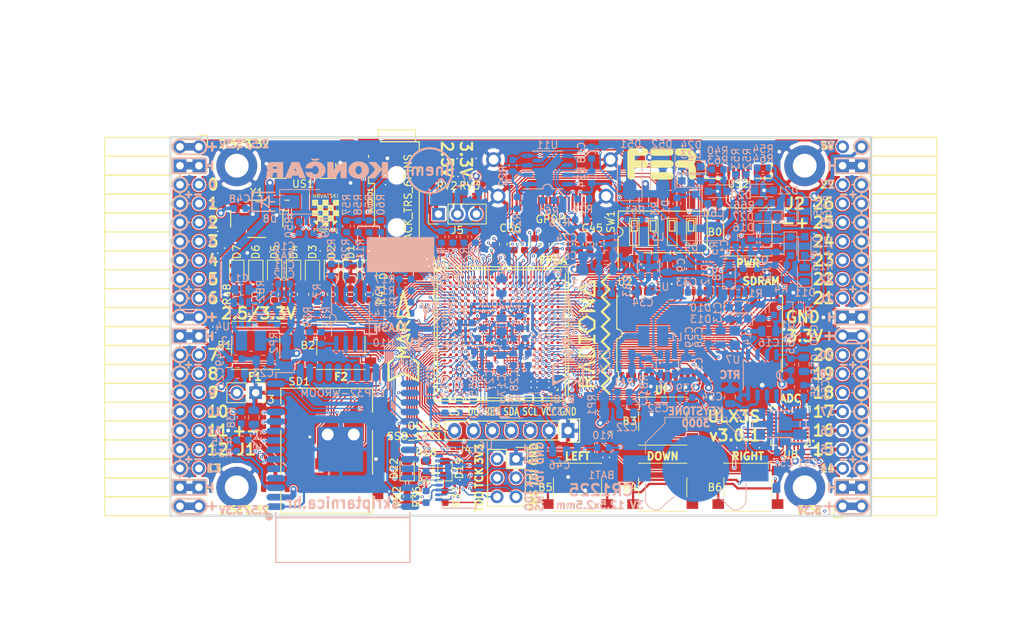
<source format=kicad_pcb>
(kicad_pcb (version 20171130) (host pcbnew 5.0.0+dfsg1-2)

  (general
    (thickness 1.6)
    (drawings 521)
    (tracks 5302)
    (zones 0)
    (modules 220)
    (nets 272)
  )

  (page A4)
  (layers
    (0 F.Cu signal)
    (1 In1.Cu signal)
    (2 In2.Cu signal)
    (31 B.Cu signal)
    (32 B.Adhes user)
    (33 F.Adhes user)
    (34 B.Paste user)
    (35 F.Paste user)
    (36 B.SilkS user)
    (37 F.SilkS user)
    (38 B.Mask user)
    (39 F.Mask user)
    (40 Dwgs.User user)
    (41 Cmts.User user)
    (42 Eco1.User user)
    (43 Eco2.User user)
    (44 Edge.Cuts user)
    (45 Margin user)
    (46 B.CrtYd user hide)
    (47 F.CrtYd user hide)
    (48 B.Fab user hide)
    (49 F.Fab user hide)
  )

  (setup
    (last_trace_width 0.3)
    (trace_clearance 0.127)
    (zone_clearance 0.127)
    (zone_45_only no)
    (trace_min 0.127)
    (segment_width 0.2)
    (edge_width 0.2)
    (via_size 0.419)
    (via_drill 0.2)
    (via_min_size 0.419)
    (via_min_drill 0.2)
    (uvia_size 0.3)
    (uvia_drill 0.1)
    (uvias_allowed no)
    (uvia_min_size 0.2)
    (uvia_min_drill 0.1)
    (pcb_text_width 0.3)
    (pcb_text_size 1.5 1.5)
    (mod_edge_width 0.15)
    (mod_text_size 1 1)
    (mod_text_width 0.15)
    (pad_size 0.4 0.4)
    (pad_drill 0)
    (pad_to_mask_clearance 0.05)
    (pad_to_paste_clearance -0.025)
    (aux_axis_origin 94.1 112.22)
    (grid_origin 94.1 112.22)
    (visible_elements 7FFFF7FF)
    (pcbplotparams
      (layerselection 0x010fc_ffffffff)
      (usegerberextensions true)
      (usegerberattributes false)
      (usegerberadvancedattributes false)
      (creategerberjobfile false)
      (excludeedgelayer true)
      (linewidth 0.100000)
      (plotframeref false)
      (viasonmask false)
      (mode 1)
      (useauxorigin false)
      (hpglpennumber 1)
      (hpglpenspeed 20)
      (hpglpendiameter 15.000000)
      (psnegative false)
      (psa4output false)
      (plotreference true)
      (plotvalue true)
      (plotinvisibletext false)
      (padsonsilk false)
      (subtractmaskfromsilk true)
      (outputformat 1)
      (mirror false)
      (drillshape 0)
      (scaleselection 1)
      (outputdirectory "plot"))
  )

  (net 0 "")
  (net 1 GND)
  (net 2 +5V)
  (net 3 /gpio/IN5V)
  (net 4 /gpio/OUT5V)
  (net 5 +3V3)
  (net 6 BTN_D)
  (net 7 BTN_F1)
  (net 8 BTN_F2)
  (net 9 BTN_L)
  (net 10 BTN_R)
  (net 11 BTN_U)
  (net 12 /power/FB1)
  (net 13 +2V5)
  (net 14 /power/PWREN)
  (net 15 /power/FB3)
  (net 16 /power/FB2)
  (net 17 /power/VBAT)
  (net 18 JTAG_TDI)
  (net 19 JTAG_TCK)
  (net 20 JTAG_TMS)
  (net 21 JTAG_TDO)
  (net 22 /power/WAKEUPn)
  (net 23 /power/WKUP)
  (net 24 /power/SHUT)
  (net 25 /power/WAKE)
  (net 26 /power/HOLD)
  (net 27 /power/WKn)
  (net 28 /power/OSCI_32k)
  (net 29 /power/OSCO_32k)
  (net 30 SHUTDOWN)
  (net 31 GPDI_SDA)
  (net 32 GPDI_SCL)
  (net 33 /gpdi/VREF2)
  (net 34 SD_CMD)
  (net 35 SD_CLK)
  (net 36 SD_D0)
  (net 37 SD_D1)
  (net 38 USB5V)
  (net 39 GPDI_CEC)
  (net 40 nRESET)
  (net 41 FTDI_nDTR)
  (net 42 SDRAM_CKE)
  (net 43 SDRAM_A7)
  (net 44 SDRAM_D15)
  (net 45 SDRAM_BA1)
  (net 46 SDRAM_D7)
  (net 47 SDRAM_A6)
  (net 48 SDRAM_CLK)
  (net 49 SDRAM_D13)
  (net 50 SDRAM_BA0)
  (net 51 SDRAM_D6)
  (net 52 SDRAM_A5)
  (net 53 SDRAM_D14)
  (net 54 SDRAM_A11)
  (net 55 SDRAM_D12)
  (net 56 SDRAM_D5)
  (net 57 SDRAM_A4)
  (net 58 SDRAM_A10)
  (net 59 SDRAM_D11)
  (net 60 SDRAM_A3)
  (net 61 SDRAM_D4)
  (net 62 SDRAM_D10)
  (net 63 SDRAM_D9)
  (net 64 SDRAM_A9)
  (net 65 SDRAM_D3)
  (net 66 SDRAM_D8)
  (net 67 SDRAM_A8)
  (net 68 SDRAM_A2)
  (net 69 SDRAM_A1)
  (net 70 SDRAM_A0)
  (net 71 SDRAM_D2)
  (net 72 SDRAM_D1)
  (net 73 SDRAM_D0)
  (net 74 SDRAM_DQM0)
  (net 75 SDRAM_nCS)
  (net 76 SDRAM_nRAS)
  (net 77 SDRAM_DQM1)
  (net 78 SDRAM_nCAS)
  (net 79 SDRAM_nWE)
  (net 80 /flash/FLASH_nWP)
  (net 81 /flash/FLASH_nHOLD)
  (net 82 /flash/FLASH_MOSI)
  (net 83 /flash/FLASH_MISO)
  (net 84 /flash/FLASH_SCK)
  (net 85 /flash/FLASH_nCS)
  (net 86 /flash/FPGA_PROGRAMN)
  (net 87 /flash/FPGA_DONE)
  (net 88 /flash/FPGA_INITN)
  (net 89 OLED_RES)
  (net 90 OLED_DC)
  (net 91 OLED_CS)
  (net 92 WIFI_EN)
  (net 93 FTDI_nRTS)
  (net 94 FTDI_TXD)
  (net 95 FTDI_RXD)
  (net 96 WIFI_RXD)
  (net 97 WIFI_GPIO0)
  (net 98 WIFI_TXD)
  (net 99 USB_FTDI_D+)
  (net 100 USB_FTDI_D-)
  (net 101 SD_D3)
  (net 102 AUDIO_L3)
  (net 103 AUDIO_L2)
  (net 104 AUDIO_L1)
  (net 105 AUDIO_L0)
  (net 106 AUDIO_R3)
  (net 107 AUDIO_R2)
  (net 108 AUDIO_R1)
  (net 109 AUDIO_R0)
  (net 110 OLED_CLK)
  (net 111 OLED_MOSI)
  (net 112 LED0)
  (net 113 LED1)
  (net 114 LED2)
  (net 115 LED3)
  (net 116 LED4)
  (net 117 LED5)
  (net 118 LED6)
  (net 119 LED7)
  (net 120 BTN_PWRn)
  (net 121 FTDI_nTXLED)
  (net 122 FTDI_nSLEEP)
  (net 123 /blinkey/LED_PWREN)
  (net 124 /blinkey/LED_TXLED)
  (net 125 /sdcard/SD3V3)
  (net 126 SD_D2)
  (net 127 CLK_25MHz)
  (net 128 /blinkey/BTNPUL)
  (net 129 /blinkey/BTNPUR)
  (net 130 USB_FPGA_D+)
  (net 131 /power/FTDI_nSUSPEND)
  (net 132 /blinkey/ALED0)
  (net 133 /blinkey/ALED1)
  (net 134 /blinkey/ALED2)
  (net 135 /blinkey/ALED3)
  (net 136 /blinkey/ALED4)
  (net 137 /blinkey/ALED5)
  (net 138 /blinkey/ALED6)
  (net 139 /blinkey/ALED7)
  (net 140 /usb/FTD-)
  (net 141 /usb/FTD+)
  (net 142 ADC_MISO)
  (net 143 ADC_MOSI)
  (net 144 ADC_CSn)
  (net 145 ADC_SCLK)
  (net 146 SW3)
  (net 147 SW2)
  (net 148 SW1)
  (net 149 USB_FPGA_D-)
  (net 150 /usb/FPD+)
  (net 151 /usb/FPD-)
  (net 152 WIFI_GPIO16)
  (net 153 /usb/ANT_433MHz)
  (net 154 PROG_DONE)
  (net 155 /power/P3V3)
  (net 156 /power/P2V5)
  (net 157 /power/L1)
  (net 158 /power/L3)
  (net 159 /power/L2)
  (net 160 FTDI_TXDEN)
  (net 161 SDRAM_A12)
  (net 162 /analog/AUDIO_V)
  (net 163 AUDIO_V3)
  (net 164 AUDIO_V2)
  (net 165 AUDIO_V1)
  (net 166 AUDIO_V0)
  (net 167 /blinkey/LED_WIFI)
  (net 168 /power/P1V1)
  (net 169 +1V1)
  (net 170 SW4)
  (net 171 /blinkey/SWPU)
  (net 172 /wifi/WIFIEN)
  (net 173 FT2V5)
  (net 174 GN0)
  (net 175 GP0)
  (net 176 GN1)
  (net 177 GP1)
  (net 178 GN2)
  (net 179 GP2)
  (net 180 GN3)
  (net 181 GP3)
  (net 182 GN4)
  (net 183 GP4)
  (net 184 GN5)
  (net 185 GP5)
  (net 186 GN6)
  (net 187 GP6)
  (net 188 GN14)
  (net 189 GP14)
  (net 190 GN15)
  (net 191 GP15)
  (net 192 GN16)
  (net 193 GP16)
  (net 194 GN17)
  (net 195 GP17)
  (net 196 GN18)
  (net 197 GP18)
  (net 198 GN19)
  (net 199 GP19)
  (net 200 GN20)
  (net 201 GP20)
  (net 202 GN21)
  (net 203 GP21)
  (net 204 GN22)
  (net 205 GP22)
  (net 206 GN23)
  (net 207 GP23)
  (net 208 GN24)
  (net 209 GP24)
  (net 210 GN25)
  (net 211 GP25)
  (net 212 GN26)
  (net 213 GP26)
  (net 214 GN27)
  (net 215 GP27)
  (net 216 GN7)
  (net 217 GP7)
  (net 218 GN8)
  (net 219 GP8)
  (net 220 GN9)
  (net 221 GP9)
  (net 222 GN10)
  (net 223 GP10)
  (net 224 GN11)
  (net 225 GP11)
  (net 226 GN12)
  (net 227 GP12)
  (net 228 GN13)
  (net 229 GP13)
  (net 230 WIFI_GPIO5)
  (net 231 WIFI_GPIO17)
  (net 232 USB_FPGA_PULL_D+)
  (net 233 USB_FPGA_PULL_D-)
  (net 234 "Net-(D23-Pad2)")
  (net 235 "Net-(D24-Pad1)")
  (net 236 "Net-(D25-Pad2)")
  (net 237 "Net-(D26-Pad1)")
  (net 238 /gpdi/GPDI_ETH+)
  (net 239 FPDI_ETH+)
  (net 240 /gpdi/GPDI_ETH-)
  (net 241 FPDI_ETH-)
  (net 242 /gpdi/GPDI_D2-)
  (net 243 FPDI_D2-)
  (net 244 /gpdi/GPDI_D1-)
  (net 245 FPDI_D1-)
  (net 246 /gpdi/GPDI_D0-)
  (net 247 FPDI_D0-)
  (net 248 /gpdi/GPDI_CLK-)
  (net 249 FPDI_CLK-)
  (net 250 /gpdi/GPDI_D2+)
  (net 251 FPDI_D2+)
  (net 252 /gpdi/GPDI_D1+)
  (net 253 FPDI_D1+)
  (net 254 /gpdi/GPDI_D0+)
  (net 255 FPDI_D0+)
  (net 256 /gpdi/GPDI_CLK+)
  (net 257 FPDI_CLK+)
  (net 258 FPDI_SDA)
  (net 259 FPDI_SCL)
  (net 260 /gpdi/FPDI_CEC)
  (net 261 2V5_3V3)
  (net 262 /usb/US2VBUS)
  (net 263 /power/SHD)
  (net 264 /power/RTCVDD)
  (net 265 "Net-(D27-Pad2)")
  (net 266 US2_ID)
  (net 267 /analog/AUDIO_L)
  (net 268 /analog/AUDIO_R)
  (net 269 /analog/ADC3V3)
  (net 270 PWRBTn)
  (net 271 USER_PROGRAMN)

  (net_class Default "This is the default net class."
    (clearance 0.127)
    (trace_width 0.3)
    (via_dia 0.419)
    (via_drill 0.2)
    (uvia_dia 0.3)
    (uvia_drill 0.1)
    (add_net +5V)
    (add_net /analog/ADC3V3)
    (add_net /analog/AUDIO_L)
    (add_net /analog/AUDIO_R)
    (add_net /analog/AUDIO_V)
    (add_net /blinkey/ALED0)
    (add_net /blinkey/ALED1)
    (add_net /blinkey/ALED2)
    (add_net /blinkey/ALED3)
    (add_net /blinkey/ALED4)
    (add_net /blinkey/ALED5)
    (add_net /blinkey/ALED6)
    (add_net /blinkey/ALED7)
    (add_net /blinkey/BTNPUL)
    (add_net /blinkey/BTNPUR)
    (add_net /blinkey/LED_PWREN)
    (add_net /blinkey/LED_TXLED)
    (add_net /blinkey/LED_WIFI)
    (add_net /blinkey/SWPU)
    (add_net /gpdi/GPDI_CLK+)
    (add_net /gpdi/GPDI_CLK-)
    (add_net /gpdi/GPDI_D0+)
    (add_net /gpdi/GPDI_D0-)
    (add_net /gpdi/GPDI_D1+)
    (add_net /gpdi/GPDI_D1-)
    (add_net /gpdi/GPDI_D2+)
    (add_net /gpdi/GPDI_D2-)
    (add_net /gpdi/GPDI_ETH+)
    (add_net /gpdi/GPDI_ETH-)
    (add_net /gpdi/VREF2)
    (add_net /gpio/IN5V)
    (add_net /gpio/OUT5V)
    (add_net /power/FB1)
    (add_net /power/FB2)
    (add_net /power/FB3)
    (add_net /power/FTDI_nSUSPEND)
    (add_net /power/HOLD)
    (add_net /power/L1)
    (add_net /power/L2)
    (add_net /power/L3)
    (add_net /power/OSCI_32k)
    (add_net /power/OSCO_32k)
    (add_net /power/P1V1)
    (add_net /power/P2V5)
    (add_net /power/P3V3)
    (add_net /power/PWREN)
    (add_net /power/RTCVDD)
    (add_net /power/SHD)
    (add_net /power/SHUT)
    (add_net /power/VBAT)
    (add_net /power/WAKE)
    (add_net /power/WAKEUPn)
    (add_net /power/WKUP)
    (add_net /power/WKn)
    (add_net /sdcard/SD3V3)
    (add_net /usb/ANT_433MHz)
    (add_net /usb/FPD+)
    (add_net /usb/FPD-)
    (add_net /usb/FTD+)
    (add_net /usb/FTD-)
    (add_net /usb/US2VBUS)
    (add_net /wifi/WIFIEN)
    (add_net FT2V5)
    (add_net "Net-(D23-Pad2)")
    (add_net "Net-(D24-Pad1)")
    (add_net "Net-(D25-Pad2)")
    (add_net "Net-(D26-Pad1)")
    (add_net "Net-(D27-Pad2)")
    (add_net PWRBTn)
    (add_net US2_ID)
    (add_net USB5V)
  )

  (net_class BGA ""
    (clearance 0.127)
    (trace_width 0.127)
    (via_dia 0.419)
    (via_drill 0.2)
    (uvia_dia 0.3)
    (uvia_drill 0.1)
    (add_net /flash/FLASH_MISO)
    (add_net /flash/FLASH_MOSI)
    (add_net /flash/FLASH_SCK)
    (add_net /flash/FLASH_nCS)
    (add_net /flash/FLASH_nHOLD)
    (add_net /flash/FLASH_nWP)
    (add_net /flash/FPGA_DONE)
    (add_net /flash/FPGA_INITN)
    (add_net /flash/FPGA_PROGRAMN)
    (add_net /gpdi/FPDI_CEC)
    (add_net ADC_CSn)
    (add_net ADC_MISO)
    (add_net ADC_MOSI)
    (add_net ADC_SCLK)
    (add_net AUDIO_L0)
    (add_net AUDIO_L1)
    (add_net AUDIO_L2)
    (add_net AUDIO_L3)
    (add_net AUDIO_R0)
    (add_net AUDIO_R1)
    (add_net AUDIO_R2)
    (add_net AUDIO_R3)
    (add_net AUDIO_V0)
    (add_net AUDIO_V1)
    (add_net AUDIO_V2)
    (add_net AUDIO_V3)
    (add_net BTN_D)
    (add_net BTN_F1)
    (add_net BTN_F2)
    (add_net BTN_L)
    (add_net BTN_PWRn)
    (add_net BTN_R)
    (add_net BTN_U)
    (add_net CLK_25MHz)
    (add_net FPDI_CLK+)
    (add_net FPDI_CLK-)
    (add_net FPDI_D0+)
    (add_net FPDI_D0-)
    (add_net FPDI_D1+)
    (add_net FPDI_D1-)
    (add_net FPDI_D2+)
    (add_net FPDI_D2-)
    (add_net FPDI_ETH+)
    (add_net FPDI_ETH-)
    (add_net FPDI_SCL)
    (add_net FPDI_SDA)
    (add_net FTDI_RXD)
    (add_net FTDI_TXD)
    (add_net FTDI_TXDEN)
    (add_net FTDI_nDTR)
    (add_net FTDI_nRTS)
    (add_net FTDI_nSLEEP)
    (add_net FTDI_nTXLED)
    (add_net GN0)
    (add_net GN1)
    (add_net GN10)
    (add_net GN11)
    (add_net GN12)
    (add_net GN13)
    (add_net GN14)
    (add_net GN15)
    (add_net GN16)
    (add_net GN17)
    (add_net GN18)
    (add_net GN19)
    (add_net GN2)
    (add_net GN20)
    (add_net GN21)
    (add_net GN22)
    (add_net GN23)
    (add_net GN24)
    (add_net GN25)
    (add_net GN26)
    (add_net GN27)
    (add_net GN3)
    (add_net GN4)
    (add_net GN5)
    (add_net GN6)
    (add_net GN7)
    (add_net GN8)
    (add_net GN9)
    (add_net GND)
    (add_net GP0)
    (add_net GP1)
    (add_net GP10)
    (add_net GP11)
    (add_net GP12)
    (add_net GP13)
    (add_net GP14)
    (add_net GP15)
    (add_net GP16)
    (add_net GP17)
    (add_net GP18)
    (add_net GP19)
    (add_net GP2)
    (add_net GP20)
    (add_net GP21)
    (add_net GP22)
    (add_net GP23)
    (add_net GP24)
    (add_net GP25)
    (add_net GP26)
    (add_net GP27)
    (add_net GP3)
    (add_net GP4)
    (add_net GP5)
    (add_net GP6)
    (add_net GP7)
    (add_net GP8)
    (add_net GP9)
    (add_net GPDI_CEC)
    (add_net GPDI_SCL)
    (add_net GPDI_SDA)
    (add_net JTAG_TCK)
    (add_net JTAG_TDI)
    (add_net JTAG_TDO)
    (add_net JTAG_TMS)
    (add_net LED0)
    (add_net LED1)
    (add_net LED2)
    (add_net LED3)
    (add_net LED4)
    (add_net LED5)
    (add_net LED6)
    (add_net LED7)
    (add_net OLED_CLK)
    (add_net OLED_CS)
    (add_net OLED_DC)
    (add_net OLED_MOSI)
    (add_net OLED_RES)
    (add_net PROG_DONE)
    (add_net SDRAM_A0)
    (add_net SDRAM_A1)
    (add_net SDRAM_A10)
    (add_net SDRAM_A11)
    (add_net SDRAM_A12)
    (add_net SDRAM_A2)
    (add_net SDRAM_A3)
    (add_net SDRAM_A4)
    (add_net SDRAM_A5)
    (add_net SDRAM_A6)
    (add_net SDRAM_A7)
    (add_net SDRAM_A8)
    (add_net SDRAM_A9)
    (add_net SDRAM_BA0)
    (add_net SDRAM_BA1)
    (add_net SDRAM_CKE)
    (add_net SDRAM_CLK)
    (add_net SDRAM_D0)
    (add_net SDRAM_D1)
    (add_net SDRAM_D10)
    (add_net SDRAM_D11)
    (add_net SDRAM_D12)
    (add_net SDRAM_D13)
    (add_net SDRAM_D14)
    (add_net SDRAM_D15)
    (add_net SDRAM_D2)
    (add_net SDRAM_D3)
    (add_net SDRAM_D4)
    (add_net SDRAM_D5)
    (add_net SDRAM_D6)
    (add_net SDRAM_D7)
    (add_net SDRAM_D8)
    (add_net SDRAM_D9)
    (add_net SDRAM_DQM0)
    (add_net SDRAM_DQM1)
    (add_net SDRAM_nCAS)
    (add_net SDRAM_nCS)
    (add_net SDRAM_nRAS)
    (add_net SDRAM_nWE)
    (add_net SD_CLK)
    (add_net SD_CMD)
    (add_net SD_D0)
    (add_net SD_D1)
    (add_net SD_D2)
    (add_net SD_D3)
    (add_net SHUTDOWN)
    (add_net SW1)
    (add_net SW2)
    (add_net SW3)
    (add_net SW4)
    (add_net USB_FPGA_D+)
    (add_net USB_FPGA_D-)
    (add_net USB_FPGA_PULL_D+)
    (add_net USB_FPGA_PULL_D-)
    (add_net USB_FTDI_D+)
    (add_net USB_FTDI_D-)
    (add_net USER_PROGRAMN)
    (add_net WIFI_EN)
    (add_net WIFI_GPIO0)
    (add_net WIFI_GPIO16)
    (add_net WIFI_GPIO17)
    (add_net WIFI_GPIO5)
    (add_net WIFI_RXD)
    (add_net WIFI_TXD)
    (add_net nRESET)
  )

  (net_class Medium ""
    (clearance 0.127)
    (trace_width 0.127)
    (via_dia 0.419)
    (via_drill 0.2)
    (uvia_dia 0.3)
    (uvia_drill 0.1)
    (add_net +1V1)
    (add_net +2V5)
    (add_net +3V3)
    (add_net 2V5_3V3)
  )

  (module TSOP54:TSOP54 (layer F.Cu) (tedit 5B93D014) (tstamp 5A111CAC)
    (at 165.093 87.8 90)
    (descr "TSOPII-54: Plastic Thin Small Outline Package; 54 leads; body width 10.16mm; (see 128m-as4c4m32s-tsopii.pdf and http://www.infineon.com/cms/packages/SMD_-_Surface_Mounted_Devices/P-PG-TSOPII/P-TSOPII-54-1.html)")
    (tags "TSOPII 0.8")
    (path /58D6D507/5A04F49A)
    (attr smd)
    (fp_text reference U2 (at 6.98 -9.993 180) (layer F.SilkS)
      (effects (font (size 1 1) (thickness 0.15)))
    )
    (fp_text value MT48LC16M16A2TG (at -2 0.127 180) (layer F.Fab) hide
      (effects (font (size 1 1) (thickness 0.15)))
    )
    (fp_line (start -5.08 11.1) (end -5.08 10.9) (layer F.SilkS) (width 0.15))
    (fp_line (start 5.08 11.1) (end 5.08 10.9) (layer F.SilkS) (width 0.15))
    (fp_line (start -5.08 -10.9) (end -5.9 -10.9) (layer F.SilkS) (width 0.15))
    (fp_line (start -5.08 -11.1) (end -5.08 -10.9) (layer F.SilkS) (width 0.15))
    (fp_line (start 5.08 -11.1) (end 5.08 -10.9) (layer F.SilkS) (width 0.15))
    (fp_line (start 5.08 11.11) (end -5.08 11.11) (layer F.SilkS) (width 0.15))
    (fp_line (start -5.08 -11.11) (end -0.635 -11.11) (layer F.SilkS) (width 0.15))
    (fp_arc (start 0 -11.049) (end -0.635 -11.049) (angle -180) (layer F.SilkS) (width 0.15))
    (fp_line (start 0.635 -11.11) (end 5.08 -11.11) (layer F.SilkS) (width 0.15))
    (fp_line (start 5.08 -11.049) (end 5.08 11.049) (layer F.Fab) (width 0.15))
    (fp_line (start 5.08 11.049) (end -5.08 11.049) (layer F.Fab) (width 0.15))
    (fp_line (start -5.08 11.049) (end -5.08 -9.906) (layer F.Fab) (width 0.15))
    (fp_line (start -5.08 -9.906) (end -4.064 -11.049) (layer F.Fab) (width 0.15))
    (fp_line (start -4.064 -11.049) (end 5.08 -11.049) (layer F.Fab) (width 0.15))
    (fp_text user %R (at 0 0) (layer F.Fab)
      (effects (font (size 1 1) (thickness 0.15)))
    )
    (pad 28 smd oval (at 5.73 10.4 90) (size 1.2 0.56) (layers F.Cu F.Paste F.Mask)
      (net 1 GND))
    (pad 1 smd rect (at -5.73 -10.4 90) (size 1.2 0.56) (layers F.Cu F.Paste F.Mask)
      (net 5 +3V3))
    (pad 2 smd oval (at -5.73 -9.6 90) (size 1.2 0.56) (layers F.Cu F.Paste F.Mask)
      (net 73 SDRAM_D0))
    (pad 3 smd oval (at -5.73 -8.8 90) (size 1.2 0.56) (layers F.Cu F.Paste F.Mask)
      (net 5 +3V3))
    (pad 4 smd oval (at -5.73 -8 90) (size 1.2 0.56) (layers F.Cu F.Paste F.Mask)
      (net 72 SDRAM_D1))
    (pad 5 smd oval (at -5.73 -7.2 90) (size 1.2 0.56) (layers F.Cu F.Paste F.Mask)
      (net 71 SDRAM_D2))
    (pad 6 smd oval (at -5.73 -6.4 90) (size 1.2 0.56) (layers F.Cu F.Paste F.Mask)
      (net 1 GND))
    (pad 7 smd oval (at -5.73 -5.6 90) (size 1.2 0.56) (layers F.Cu F.Paste F.Mask)
      (net 65 SDRAM_D3))
    (pad 8 smd oval (at -5.73 -4.8 90) (size 1.2 0.56) (layers F.Cu F.Paste F.Mask)
      (net 61 SDRAM_D4))
    (pad 9 smd oval (at -5.73 -4 90) (size 1.2 0.56) (layers F.Cu F.Paste F.Mask)
      (net 5 +3V3))
    (pad 10 smd oval (at -5.73 -3.2 90) (size 1.2 0.56) (layers F.Cu F.Paste F.Mask)
      (net 56 SDRAM_D5))
    (pad 11 smd oval (at -5.73 -2.4 90) (size 1.2 0.56) (layers F.Cu F.Paste F.Mask)
      (net 51 SDRAM_D6))
    (pad 12 smd oval (at -5.73 -1.6 90) (size 1.2 0.56) (layers F.Cu F.Paste F.Mask)
      (net 1 GND))
    (pad 13 smd oval (at -5.73 -0.8 90) (size 1.2 0.56) (layers F.Cu F.Paste F.Mask)
      (net 46 SDRAM_D7))
    (pad 14 smd oval (at -5.73 0 90) (size 1.2 0.56) (layers F.Cu F.Paste F.Mask)
      (net 5 +3V3))
    (pad 15 smd oval (at -5.73 0.8 90) (size 1.2 0.56) (layers F.Cu F.Paste F.Mask)
      (net 74 SDRAM_DQM0))
    (pad 16 smd oval (at -5.73 1.6 90) (size 1.2 0.56) (layers F.Cu F.Paste F.Mask)
      (net 79 SDRAM_nWE))
    (pad 17 smd oval (at -5.73 2.4 90) (size 1.2 0.56) (layers F.Cu F.Paste F.Mask)
      (net 78 SDRAM_nCAS))
    (pad 18 smd oval (at -5.73 3.2 90) (size 1.2 0.56) (layers F.Cu F.Paste F.Mask)
      (net 76 SDRAM_nRAS))
    (pad 19 smd oval (at -5.73 4 90) (size 1.2 0.56) (layers F.Cu F.Paste F.Mask)
      (net 75 SDRAM_nCS))
    (pad 20 smd oval (at -5.73 4.8 90) (size 1.2 0.56) (layers F.Cu F.Paste F.Mask)
      (net 50 SDRAM_BA0))
    (pad 21 smd oval (at -5.73 5.6 90) (size 1.2 0.56) (layers F.Cu F.Paste F.Mask)
      (net 45 SDRAM_BA1))
    (pad 22 smd oval (at -5.73 6.4 90) (size 1.2 0.56) (layers F.Cu F.Paste F.Mask)
      (net 58 SDRAM_A10))
    (pad 23 smd oval (at -5.73 7.2 90) (size 1.2 0.56) (layers F.Cu F.Paste F.Mask)
      (net 70 SDRAM_A0))
    (pad 24 smd oval (at -5.73 8 90) (size 1.2 0.56) (layers F.Cu F.Paste F.Mask)
      (net 69 SDRAM_A1))
    (pad 25 smd oval (at -5.73 8.8 90) (size 1.2 0.56) (layers F.Cu F.Paste F.Mask)
      (net 68 SDRAM_A2))
    (pad 26 smd oval (at -5.73 9.6 90) (size 1.2 0.56) (layers F.Cu F.Paste F.Mask)
      (net 60 SDRAM_A3))
    (pad 27 smd oval (at -5.73 10.4 90) (size 1.2 0.56) (layers F.Cu F.Paste F.Mask)
      (net 5 +3V3))
    (pad 29 smd oval (at 5.73 9.6 90) (size 1.2 0.56) (layers F.Cu F.Paste F.Mask)
      (net 57 SDRAM_A4))
    (pad 30 smd oval (at 5.73 8.8 90) (size 1.2 0.56) (layers F.Cu F.Paste F.Mask)
      (net 52 SDRAM_A5))
    (pad 31 smd oval (at 5.73 8 90) (size 1.2 0.56) (layers F.Cu F.Paste F.Mask)
      (net 47 SDRAM_A6))
    (pad 32 smd oval (at 5.73 7.2 90) (size 1.2 0.56) (layers F.Cu F.Paste F.Mask)
      (net 43 SDRAM_A7))
    (pad 33 smd oval (at 5.73 6.4 90) (size 1.2 0.56) (layers F.Cu F.Paste F.Mask)
      (net 67 SDRAM_A8))
    (pad 34 smd oval (at 5.73 5.6 90) (size 1.2 0.56) (layers F.Cu F.Paste F.Mask)
      (net 64 SDRAM_A9))
    (pad 35 smd oval (at 5.73 4.8 90) (size 1.2 0.56) (layers F.Cu F.Paste F.Mask)
      (net 54 SDRAM_A11))
    (pad 36 smd oval (at 5.73 4 90) (size 1.2 0.56) (layers F.Cu F.Paste F.Mask)
      (net 161 SDRAM_A12))
    (pad 37 smd oval (at 5.73 3.2 90) (size 1.2 0.56) (layers F.Cu F.Paste F.Mask)
      (net 42 SDRAM_CKE))
    (pad 38 smd oval (at 5.73 2.4 90) (size 1.2 0.56) (layers F.Cu F.Paste F.Mask)
      (net 48 SDRAM_CLK))
    (pad 39 smd oval (at 5.73 1.6 90) (size 1.2 0.56) (layers F.Cu F.Paste F.Mask)
      (net 77 SDRAM_DQM1))
    (pad 40 smd oval (at 5.73 0.8 90) (size 1.2 0.56) (layers F.Cu F.Paste F.Mask))
    (pad 41 smd oval (at 5.73 0 90) (size 1.2 0.56) (layers F.Cu F.Paste F.Mask)
      (net 1 GND))
    (pad 42 smd oval (at 5.73 -0.8 90) (size 1.2 0.56) (layers F.Cu F.Paste F.Mask)
      (net 66 SDRAM_D8))
    (pad 43 smd oval (at 5.73 -1.6 90) (size 1.2 0.56) (layers F.Cu F.Paste F.Mask)
      (net 5 +3V3))
    (pad 44 smd oval (at 5.73 -2.4 90) (size 1.2 0.56) (layers F.Cu F.Paste F.Mask)
      (net 63 SDRAM_D9))
    (pad 45 smd oval (at 5.73 -3.2 90) (size 1.2 0.56) (layers F.Cu F.Paste F.Mask)
      (net 62 SDRAM_D10))
    (pad 46 smd oval (at 5.73 -4 90) (size 1.2 0.56) (layers F.Cu F.Paste F.Mask)
      (net 1 GND))
    (pad 47 smd oval (at 5.73 -4.8 90) (size 1.2 0.56) (layers F.Cu F.Paste F.Mask)
      (net 59 SDRAM_D11))
    (pad 48 smd oval (at 5.73 -5.6 90) (size 1.2 0.56) (layers F.Cu F.Paste F.Mask)
      (net 55 SDRAM_D12))
    (pad 49 smd oval (at 5.73 -6.4 90) (size 1.2 0.56) (layers F.Cu F.Paste F.Mask)
      (net 5 +3V3))
    (pad 50 smd oval (at 5.73 -7.2 90) (size 1.2 0.56) (layers F.Cu F.Paste F.Mask)
      (net 49 SDRAM_D13))
    (pad 51 smd oval (at 5.73 -8 90) (size 1.2 0.56) (layers F.Cu F.Paste F.Mask)
      (net 53 SDRAM_D14))
    (pad 52 smd oval (at 5.73 -8.8 90) (size 1.2 0.56) (layers F.Cu F.Paste F.Mask)
      (net 1 GND))
    (pad 53 smd oval (at 5.73 -9.6 90) (size 1.2 0.56) (layers F.Cu F.Paste F.Mask)
      (net 44 SDRAM_D15))
    (pad 54 smd oval (at 5.73 -10.4 90) (size 1.2 0.56) (layers F.Cu F.Paste F.Mask)
      (net 1 GND))
    (model ./footprints/sdram/TSOP54.3dshapes/TSOP54.wrl
      (at (xyz 0 0 0))
      (scale (xyz 0.3937 0.3937 0.3937))
      (rotate (xyz 0 0 90))
    )
  )

  (module jumper:R_0805_2012Metric_Pad1.29x1.40mm_HandSolder_Jumper_NC (layer B.Cu) (tedit 5B9F6BA5) (tstamp 5B552FE6)
    (at 109.609 89.632 270)
    (descr "Resistor SMD 0805 (2012 Metric), square (rectangular) end terminal, IPC_7351 nominal with elongated pad for handsoldering. (Body size source: http://www.tortai-tech.com/upload/download/2011102023233369053.pdf), generated with kicad-footprint-generator")
    (tags "resistor handsolder")
    (path /58D51CAD/59DFB617)
    (attr virtual)
    (fp_text reference RP2 (at -0.635 1.651 270) (layer B.SilkS)
      (effects (font (size 1 1) (thickness 0.15)) (justify mirror))
    )
    (fp_text value 0 (at -1.542 0.015 270) (layer B.Fab) hide
      (effects (font (size 1 1) (thickness 0.15)) (justify mirror))
    )
    (fp_line (start -1 0) (end 1 0) (layer B.Mask) (width 1.2))
    (fp_line (start -1 0) (end 1 0) (layer B.Cu) (width 1))
    (fp_text user %R (at -0.018 0.015 270) (layer Eco2.User) hide
      (effects (font (size 0.5 0.5) (thickness 0.08)))
    )
    (fp_line (start 1.86 -0.95) (end -1.86 -0.95) (layer B.CrtYd) (width 0.05))
    (fp_line (start 1.86 0.95) (end 1.86 -0.95) (layer B.CrtYd) (width 0.05))
    (fp_line (start -1.86 0.95) (end 1.86 0.95) (layer B.CrtYd) (width 0.05))
    (fp_line (start -1.86 -0.95) (end -1.86 0.95) (layer B.CrtYd) (width 0.05))
    (fp_line (start 1 -0.6) (end -1 -0.6) (layer B.Fab) (width 0.1))
    (fp_line (start 1 0.6) (end 1 -0.6) (layer B.Fab) (width 0.1))
    (fp_line (start -1 0.6) (end 1 0.6) (layer B.Fab) (width 0.1))
    (fp_line (start -1 -0.6) (end -1 0.6) (layer B.Fab) (width 0.1))
    (pad 2 smd roundrect (at 0.9675 0 270) (size 1.295 1.4) (layers B.Cu B.Mask) (roundrect_rratio 0.25)
      (net 13 +2V5))
    (pad 1 smd roundrect (at -0.9675 0 270) (size 1.295 1.4) (layers B.Cu B.Mask) (roundrect_rratio 0.25)
      (net 156 /power/P2V5))
    (model ${KISYS3DMOD}/Resistor_SMD.3dshapes/R_0805_2012Metric.wrl_disabled
      (at (xyz 0 0 0))
      (scale (xyz 1 1 1))
      (rotate (xyz 0 0 0))
    )
  )

  (module jumper:R_0805_2012Metric_Pad1.29x1.40mm_HandSolder_Jumper_NC (layer B.Cu) (tedit 5B9F6BA5) (tstamp 5B550CF3)
    (at 149.472 78.311 270)
    (descr "Resistor SMD 0805 (2012 Metric), square (rectangular) end terminal, IPC_7351 nominal with elongated pad for handsoldering. (Body size source: http://www.tortai-tech.com/upload/download/2011102023233369053.pdf), generated with kicad-footprint-generator")
    (tags "resistor handsolder")
    (path /58D51CAD/59DFBF34)
    (attr virtual)
    (fp_text reference RP3 (at 0 3.414 270) (layer B.SilkS)
      (effects (font (size 1 1) (thickness 0.15)) (justify mirror))
    )
    (fp_text value 0 (at -1.711 -0.008 270) (layer B.Fab) hide
      (effects (font (size 1 1) (thickness 0.15)) (justify mirror))
    )
    (fp_line (start -1 0) (end 1 0) (layer B.Mask) (width 1.2))
    (fp_line (start -1 0) (end 1 0) (layer B.Cu) (width 1))
    (fp_text user %R (at -0.018 0.015 270) (layer Eco2.User) hide
      (effects (font (size 0.5 0.5) (thickness 0.08)))
    )
    (fp_line (start 1.86 -0.95) (end -1.86 -0.95) (layer B.CrtYd) (width 0.05))
    (fp_line (start 1.86 0.95) (end 1.86 -0.95) (layer B.CrtYd) (width 0.05))
    (fp_line (start -1.86 0.95) (end 1.86 0.95) (layer B.CrtYd) (width 0.05))
    (fp_line (start -1.86 -0.95) (end -1.86 0.95) (layer B.CrtYd) (width 0.05))
    (fp_line (start 1 -0.6) (end -1 -0.6) (layer B.Fab) (width 0.1))
    (fp_line (start 1 0.6) (end 1 -0.6) (layer B.Fab) (width 0.1))
    (fp_line (start -1 0.6) (end 1 0.6) (layer B.Fab) (width 0.1))
    (fp_line (start -1 -0.6) (end -1 0.6) (layer B.Fab) (width 0.1))
    (pad 2 smd roundrect (at 0.9675 0 270) (size 1.295 1.4) (layers B.Cu B.Mask) (roundrect_rratio 0.25)
      (net 5 +3V3))
    (pad 1 smd roundrect (at -0.9675 0 270) (size 1.295 1.4) (layers B.Cu B.Mask) (roundrect_rratio 0.25)
      (net 155 /power/P3V3))
    (model ${KISYS3DMOD}/Resistor_SMD.3dshapes/R_0805_2012Metric.wrl_disabled
      (at (xyz 0 0 0))
      (scale (xyz 1 1 1))
      (rotate (xyz 0 0 0))
    )
  )

  (module jumper:R_0805_2012Metric_Pad1.29x1.40mm_HandSolder_Jumper_NC (layer B.Cu) (tedit 5B9F6BA5) (tstamp 5B550CE2)
    (at 152.281 97.361 270)
    (descr "Resistor SMD 0805 (2012 Metric), square (rectangular) end terminal, IPC_7351 nominal with elongated pad for handsoldering. (Body size source: http://www.tortai-tech.com/upload/download/2011102023233369053.pdf), generated with kicad-footprint-generator")
    (tags "resistor handsolder")
    (path /58D51CAD/59DFB08A)
    (attr virtual)
    (fp_text reference RP1 (at 0 1.65 270) (layer B.SilkS)
      (effects (font (size 1 1) (thickness 0.15)) (justify mirror))
    )
    (fp_text value 0 (at 1.639 0.001 270) (layer B.Fab) hide
      (effects (font (size 1 1) (thickness 0.15)) (justify mirror))
    )
    (fp_line (start -1 0) (end 1 0) (layer B.Mask) (width 1.2))
    (fp_line (start -1 0) (end 1 0) (layer B.Cu) (width 1))
    (fp_text user %R (at -0.018 0.015 270) (layer Eco2.User) hide
      (effects (font (size 0.5 0.5) (thickness 0.08)))
    )
    (fp_line (start 1.86 -0.95) (end -1.86 -0.95) (layer B.CrtYd) (width 0.05))
    (fp_line (start 1.86 0.95) (end 1.86 -0.95) (layer B.CrtYd) (width 0.05))
    (fp_line (start -1.86 0.95) (end 1.86 0.95) (layer B.CrtYd) (width 0.05))
    (fp_line (start -1.86 -0.95) (end -1.86 0.95) (layer B.CrtYd) (width 0.05))
    (fp_line (start 1 -0.6) (end -1 -0.6) (layer B.Fab) (width 0.1))
    (fp_line (start 1 0.6) (end 1 -0.6) (layer B.Fab) (width 0.1))
    (fp_line (start -1 0.6) (end 1 0.6) (layer B.Fab) (width 0.1))
    (fp_line (start -1 -0.6) (end -1 0.6) (layer B.Fab) (width 0.1))
    (pad 2 smd roundrect (at 0.9675 0 270) (size 1.295 1.4) (layers B.Cu B.Mask) (roundrect_rratio 0.25)
      (net 169 +1V1))
    (pad 1 smd roundrect (at -0.9675 0 270) (size 1.295 1.4) (layers B.Cu B.Mask) (roundrect_rratio 0.25)
      (net 168 /power/P1V1))
    (model ${KISYS3DMOD}/Resistor_SMD.3dshapes/R_0805_2012Metric.wrl_disabled
      (at (xyz 0 0 0))
      (scale (xyz 1 1 1))
      (rotate (xyz 0 0 0))
    )
  )

  (module jumper:D_SMA_Jumper_NC (layer B.Cu) (tedit 5B9F6BF1) (tstamp 5B5FA651)
    (at 160.155 66.391 270)
    (descr "Diode SMA (DO-214AC)")
    (tags "Diode SMA (DO-214AC)")
    (path /56AC389C/56AC4846)
    (attr virtual)
    (fp_text reference D52 (at -4.064 0.127) (layer B.SilkS)
      (effects (font (size 1 1) (thickness 0.15)) (justify mirror))
    )
    (fp_text value 0 (at 2.649 0.015 270) (layer B.Fab) hide
      (effects (font (size 1 1) (thickness 0.15)) (justify mirror))
    )
    (fp_line (start -2 0) (end 2 0) (layer B.Mask) (width 1.2))
    (fp_line (start -2 0) (end 2 0) (layer B.Cu) (width 1))
    (fp_line (start -3.4 1.65) (end 2 1.65) (layer B.SilkS) (width 0.12))
    (fp_line (start -3.4 -1.65) (end 2 -1.65) (layer B.SilkS) (width 0.12))
    (fp_line (start -0.64944 -0.00102) (end 0.50118 0.79908) (layer B.Fab) (width 0.1))
    (fp_line (start -0.64944 -0.00102) (end 0.50118 -0.75032) (layer B.Fab) (width 0.1))
    (fp_line (start 0.50118 -0.75032) (end 0.50118 0.79908) (layer B.Fab) (width 0.1))
    (fp_line (start -0.64944 0.79908) (end -0.64944 -0.80112) (layer B.Fab) (width 0.1))
    (fp_line (start 0.50118 -0.00102) (end 1.4994 -0.00102) (layer B.Fab) (width 0.1))
    (fp_line (start -0.64944 -0.00102) (end -1.55114 -0.00102) (layer B.Fab) (width 0.1))
    (fp_line (start -3.5 -1.75) (end -3.5 1.75) (layer B.CrtYd) (width 0.05))
    (fp_line (start 3.5 -1.75) (end -3.5 -1.75) (layer B.CrtYd) (width 0.05))
    (fp_line (start 3.5 1.75) (end 3.5 -1.75) (layer B.CrtYd) (width 0.05))
    (fp_line (start -3.5 1.75) (end 3.5 1.75) (layer B.CrtYd) (width 0.05))
    (fp_line (start 2.3 1.5) (end -2.3 1.5) (layer B.Fab) (width 0.1))
    (fp_line (start 2.3 1.5) (end 2.3 -1.5) (layer B.Fab) (width 0.1))
    (fp_line (start -2.3 -1.5) (end -2.3 1.5) (layer B.Fab) (width 0.1))
    (fp_line (start 2.3 -1.5) (end -2.3 -1.5) (layer B.Fab) (width 0.1))
    (fp_line (start -3.4 1.65) (end -3.4 -1.65) (layer B.SilkS) (width 0.12))
    (fp_text user %R (at 1.574 -2.57 270) (layer Eco2.User) hide
      (effects (font (size 1 1) (thickness 0.15)))
    )
    (pad 2 smd roundrect (at 2 0 270) (size 2.5 1.8) (layers B.Cu B.Mask) (roundrect_rratio 0.25)
      (net 2 +5V))
    (pad 1 smd roundrect (at -2 0 270) (size 2.5 1.8) (layers B.Cu B.Mask) (roundrect_rratio 0.25)
      (net 4 /gpio/OUT5V))
    (model ${KISYS3DMOD}/Diode_SMD.3dshapes/D_SMA.wrl_disabled
      (at (xyz 0 0 0))
      (scale (xyz 1 1 1))
      (rotate (xyz 0 0 0))
    )
  )

  (module jumper:D_SMA_Jumper_NC (layer B.Cu) (tedit 5B9F6BF1) (tstamp 5B857B7C)
    (at 155.71 66.518 90)
    (descr "Diode SMA (DO-214AC)")
    (tags "Diode SMA (DO-214AC)")
    (path /56AC389C/56AC483B)
    (attr virtual)
    (fp_text reference D51 (at 4.191 0.127 180) (layer B.SilkS)
      (effects (font (size 1 1) (thickness 0.15)) (justify mirror))
    )
    (fp_text value 0 (at -2.522 0.112 90) (layer B.Fab) hide
      (effects (font (size 1 1) (thickness 0.15)) (justify mirror))
    )
    (fp_line (start -2 0) (end 2 0) (layer B.Mask) (width 1.2))
    (fp_line (start -2 0) (end 2 0) (layer B.Cu) (width 1))
    (fp_line (start -3.4 1.65) (end 2 1.65) (layer B.SilkS) (width 0.12))
    (fp_line (start -3.4 -1.65) (end 2 -1.65) (layer B.SilkS) (width 0.12))
    (fp_line (start -0.64944 -0.00102) (end 0.50118 0.79908) (layer B.Fab) (width 0.1))
    (fp_line (start -0.64944 -0.00102) (end 0.50118 -0.75032) (layer B.Fab) (width 0.1))
    (fp_line (start 0.50118 -0.75032) (end 0.50118 0.79908) (layer B.Fab) (width 0.1))
    (fp_line (start -0.64944 0.79908) (end -0.64944 -0.80112) (layer B.Fab) (width 0.1))
    (fp_line (start 0.50118 -0.00102) (end 1.4994 -0.00102) (layer B.Fab) (width 0.1))
    (fp_line (start -0.64944 -0.00102) (end -1.55114 -0.00102) (layer B.Fab) (width 0.1))
    (fp_line (start -3.5 -1.75) (end -3.5 1.75) (layer B.CrtYd) (width 0.05))
    (fp_line (start 3.5 -1.75) (end -3.5 -1.75) (layer B.CrtYd) (width 0.05))
    (fp_line (start 3.5 1.75) (end 3.5 -1.75) (layer B.CrtYd) (width 0.05))
    (fp_line (start -3.5 1.75) (end 3.5 1.75) (layer B.CrtYd) (width 0.05))
    (fp_line (start 2.3 1.5) (end -2.3 1.5) (layer B.Fab) (width 0.1))
    (fp_line (start 2.3 1.5) (end 2.3 -1.5) (layer B.Fab) (width 0.1))
    (fp_line (start -2.3 -1.5) (end -2.3 1.5) (layer B.Fab) (width 0.1))
    (fp_line (start 2.3 -1.5) (end -2.3 -1.5) (layer B.Fab) (width 0.1))
    (fp_line (start -3.4 1.65) (end -3.4 -1.65) (layer B.SilkS) (width 0.12))
    (fp_text user %R (at 1.574 -2.57 90) (layer Eco2.User) hide
      (effects (font (size 1 1) (thickness 0.15)))
    )
    (pad 2 smd roundrect (at 2 0 90) (size 2.5 1.8) (layers B.Cu B.Mask) (roundrect_rratio 0.25)
      (net 3 /gpio/IN5V))
    (pad 1 smd roundrect (at -2 0 90) (size 2.5 1.8) (layers B.Cu B.Mask) (roundrect_rratio 0.25)
      (net 2 +5V))
    (model ${KISYS3DMOD}/Diode_SMD.3dshapes/D_SMA.wrl_disabled
      (at (xyz 0 0 0))
      (scale (xyz 1 1 1))
      (rotate (xyz 0 0 0))
    )
  )

  (module jumper:D_SMA_Jumper_NC (layer B.Cu) (tedit 5B9F6BF1) (tstamp 5B5FA61D)
    (at 164.854 73.63 180)
    (descr "Diode SMA (DO-214AC)")
    (tags "Diode SMA (DO-214AC)")
    (path /58D6BF46/58D6C83C)
    (attr virtual)
    (fp_text reference D9 (at 0.889 -2.54 180) (layer B.SilkS)
      (effects (font (size 1 1) (thickness 0.15)) (justify mirror))
    )
    (fp_text value 0 (at 0 -2.6 180) (layer B.Fab) hide
      (effects (font (size 1 1) (thickness 0.15)) (justify mirror))
    )
    (fp_line (start -2 0) (end 2 0) (layer B.Mask) (width 1.2))
    (fp_line (start -2 0) (end 2 0) (layer B.Cu) (width 1))
    (fp_line (start -3.4 1.65) (end 2 1.65) (layer B.SilkS) (width 0.12))
    (fp_line (start -3.4 -1.65) (end 2 -1.65) (layer B.SilkS) (width 0.12))
    (fp_line (start -0.64944 -0.00102) (end 0.50118 0.79908) (layer B.Fab) (width 0.1))
    (fp_line (start -0.64944 -0.00102) (end 0.50118 -0.75032) (layer B.Fab) (width 0.1))
    (fp_line (start 0.50118 -0.75032) (end 0.50118 0.79908) (layer B.Fab) (width 0.1))
    (fp_line (start -0.64944 0.79908) (end -0.64944 -0.80112) (layer B.Fab) (width 0.1))
    (fp_line (start 0.50118 -0.00102) (end 1.4994 -0.00102) (layer B.Fab) (width 0.1))
    (fp_line (start -0.64944 -0.00102) (end -1.55114 -0.00102) (layer B.Fab) (width 0.1))
    (fp_line (start -3.5 -1.75) (end -3.5 1.75) (layer B.CrtYd) (width 0.05))
    (fp_line (start 3.5 -1.75) (end -3.5 -1.75) (layer B.CrtYd) (width 0.05))
    (fp_line (start 3.5 1.75) (end 3.5 -1.75) (layer B.CrtYd) (width 0.05))
    (fp_line (start -3.5 1.75) (end 3.5 1.75) (layer B.CrtYd) (width 0.05))
    (fp_line (start 2.3 1.5) (end -2.3 1.5) (layer B.Fab) (width 0.1))
    (fp_line (start 2.3 1.5) (end 2.3 -1.5) (layer B.Fab) (width 0.1))
    (fp_line (start -2.3 -1.5) (end -2.3 1.5) (layer B.Fab) (width 0.1))
    (fp_line (start 2.3 -1.5) (end -2.3 -1.5) (layer B.Fab) (width 0.1))
    (fp_line (start -3.4 1.65) (end -3.4 -1.65) (layer B.SilkS) (width 0.12))
    (fp_text user %R (at 1.574 -2.57 180) (layer Eco2.User) hide
      (effects (font (size 1 1) (thickness 0.15)))
    )
    (pad 2 smd roundrect (at 2 0 180) (size 2.5 1.8) (layers B.Cu B.Mask) (roundrect_rratio 0.25)
      (net 2 +5V))
    (pad 1 smd roundrect (at -2 0 180) (size 2.5 1.8) (layers B.Cu B.Mask) (roundrect_rratio 0.25)
      (net 262 /usb/US2VBUS))
    (model ${KISYS3DMOD}/Diode_SMD.3dshapes/D_SMA.wrl_disabled
      (at (xyz 0 0 0))
      (scale (xyz 1 1 1))
      (rotate (xyz 0 0 0))
    )
  )

  (module lfe5bg381:BGA-381_pitch0.8mm_dia0.4mm (layer F.Cu) (tedit 5B9D222C) (tstamp 58D8D57E)
    (at 138.48 87.8)
    (path /56AC389C/5A0783C9)
    (attr smd)
    (fp_text reference U1 (at -8.2 -9.8) (layer F.SilkS)
      (effects (font (size 1 1) (thickness 0.15)))
    )
    (fp_text value LFE5U-85F-6BG381C (at -0.184 3.1475) (layer F.Fab) hide
      (effects (font (size 1 1) (thickness 0.15)))
    )
    (fp_line (start -8.6 -8.6) (end 8.1 -8.6) (layer F.SilkS) (width 0.15))
    (fp_line (start 8.6 -8.1) (end 8.6 8.1) (layer F.SilkS) (width 0.15))
    (fp_line (start 8.1 8.6) (end -8.1 8.6) (layer F.SilkS) (width 0.15))
    (fp_line (start -8.6 8.1) (end -8.6 -8.6) (layer F.SilkS) (width 0.15))
    (fp_line (start -9 -9) (end 9 -9) (layer F.SilkS) (width 0.15))
    (fp_line (start 9 -9) (end 9 9) (layer F.SilkS) (width 0.15))
    (fp_line (start 9 9) (end -9 9) (layer F.SilkS) (width 0.15))
    (fp_line (start -9 9) (end -9 -9) (layer F.SilkS) (width 0.15))
    (fp_line (start -8.2 -9) (end -9 -8.2) (layer F.SilkS) (width 0.15))
    (fp_line (start -7.6 7.4) (end -7.6 7.6) (layer F.SilkS) (width 0.15))
    (fp_line (start -7.6 7.6) (end -7.4 7.6) (layer F.SilkS) (width 0.15))
    (fp_line (start 7.4 7.6) (end 7.6 7.6) (layer F.SilkS) (width 0.15))
    (fp_line (start 7.6 7.6) (end 7.6 7.4) (layer F.SilkS) (width 0.15))
    (fp_line (start 7.4 -7.6) (end 7.6 -7.6) (layer F.SilkS) (width 0.15))
    (fp_line (start 7.6 -7.6) (end 7.6 -7.4) (layer F.SilkS) (width 0.15))
    (fp_line (start -7.6 -7.4) (end -7.6 -7.6) (layer F.SilkS) (width 0.15))
    (fp_line (start -7.6 -7.6) (end -7.4 -7.6) (layer F.SilkS) (width 0.15))
    (fp_line (start -8.2 -9) (end 9 -9) (layer F.Fab) (width 0.15))
    (fp_line (start 9 -9) (end 9 9) (layer F.Fab) (width 0.15))
    (fp_line (start 9 9) (end -9 9) (layer F.Fab) (width 0.15))
    (fp_line (start -9 9) (end -9 -8.2) (layer F.Fab) (width 0.15))
    (fp_line (start -9 -8.2) (end -8.2 -9) (layer F.Fab) (width 0.15))
    (fp_text user %R (at 0 -0.98) (layer F.Fab)
      (effects (font (size 1 1) (thickness 0.15)))
    )
    (pad Y19 smd circle (at 6.8 7.6) (size 0.4 0.4) (layers F.Cu F.Paste F.Mask)
      (net 1 GND) (solder_mask_margin 0.05) (solder_paste_margin -0.025))
    (pad Y17 smd circle (at 5.2 7.6) (size 0.4 0.4) (layers F.Cu F.Paste F.Mask)
      (net 1 GND) (solder_mask_margin 0.05) (solder_paste_margin -0.025))
    (pad Y16 smd circle (at 4.4 7.6) (size 0.4 0.4) (layers F.Cu F.Paste F.Mask)
      (net 1 GND) (solder_mask_margin 0.05) (solder_paste_margin -0.025))
    (pad Y15 smd circle (at 3.6 7.6) (size 0.4 0.4) (layers F.Cu F.Paste F.Mask)
      (net 1 GND) (solder_mask_margin 0.05) (solder_paste_margin -0.025))
    (pad Y14 smd circle (at 2.8 7.6) (size 0.4 0.4) (layers F.Cu F.Paste F.Mask)
      (net 1 GND) (solder_mask_margin 0.05) (solder_paste_margin -0.025))
    (pad Y12 smd circle (at 1.2 7.6) (size 0.4 0.4) (layers F.Cu F.Paste F.Mask)
      (net 1 GND) (solder_mask_margin 0.05) (solder_paste_margin -0.025))
    (pad Y11 smd circle (at 0.4 7.6) (size 0.4 0.4) (layers F.Cu F.Paste F.Mask)
      (net 1 GND) (solder_mask_margin 0.05) (solder_paste_margin -0.025))
    (pad Y8 smd circle (at -2 7.6) (size 0.4 0.4) (layers F.Cu F.Paste F.Mask)
      (net 1 GND) (solder_mask_margin 0.05) (solder_paste_margin -0.025))
    (pad Y7 smd circle (at -2.8 7.6) (size 0.4 0.4) (layers F.Cu F.Paste F.Mask)
      (net 1 GND) (solder_mask_margin 0.05) (solder_paste_margin -0.025))
    (pad Y6 smd circle (at -3.6 7.6) (size 0.4 0.4) (layers F.Cu F.Paste F.Mask)
      (net 1 GND) (solder_mask_margin 0.05) (solder_paste_margin -0.025))
    (pad Y5 smd circle (at -4.4 7.6) (size 0.4 0.4) (layers F.Cu F.Paste F.Mask)
      (net 1 GND) (solder_mask_margin 0.05) (solder_paste_margin -0.025))
    (pad Y3 smd circle (at -6 7.6) (size 0.4 0.4) (layers F.Cu F.Paste F.Mask)
      (net 87 /flash/FPGA_DONE) (solder_mask_margin 0.05) (solder_paste_margin -0.025))
    (pad Y2 smd circle (at -6.8 7.6) (size 0.4 0.4) (layers F.Cu F.Paste F.Mask)
      (net 80 /flash/FLASH_nWP) (solder_mask_margin 0.05) (solder_paste_margin -0.025))
    (pad W20 smd circle (at 7.6 6.8) (size 0.4 0.4) (layers F.Cu F.Paste F.Mask)
      (net 1 GND) (solder_mask_margin 0.05) (solder_paste_margin -0.025))
    (pad W19 smd circle (at 6.8 6.8) (size 0.4 0.4) (layers F.Cu F.Paste F.Mask)
      (net 1 GND) (solder_mask_margin 0.05) (solder_paste_margin -0.025))
    (pad W18 smd circle (at 6 6.8) (size 0.4 0.4) (layers F.Cu F.Paste F.Mask)
      (solder_mask_margin 0.05) (solder_paste_margin -0.025))
    (pad W17 smd circle (at 5.2 6.8) (size 0.4 0.4) (layers F.Cu F.Paste F.Mask)
      (solder_mask_margin 0.05) (solder_paste_margin -0.025))
    (pad W16 smd circle (at 4.4 6.8) (size 0.4 0.4) (layers F.Cu F.Paste F.Mask)
      (net 1 GND) (solder_mask_margin 0.05) (solder_paste_margin -0.025))
    (pad W15 smd circle (at 3.6 6.8) (size 0.4 0.4) (layers F.Cu F.Paste F.Mask)
      (net 1 GND) (solder_mask_margin 0.05) (solder_paste_margin -0.025))
    (pad W14 smd circle (at 2.8 6.8) (size 0.4 0.4) (layers F.Cu F.Paste F.Mask)
      (solder_mask_margin 0.05) (solder_paste_margin -0.025))
    (pad W13 smd circle (at 2 6.8) (size 0.4 0.4) (layers F.Cu F.Paste F.Mask)
      (solder_mask_margin 0.05) (solder_paste_margin -0.025))
    (pad W12 smd circle (at 1.2 6.8) (size 0.4 0.4) (layers F.Cu F.Paste F.Mask)
      (net 1 GND) (solder_mask_margin 0.05) (solder_paste_margin -0.025))
    (pad W11 smd circle (at 0.4 6.8) (size 0.4 0.4) (layers F.Cu F.Paste F.Mask)
      (solder_mask_margin 0.05) (solder_paste_margin -0.025))
    (pad W10 smd circle (at -0.4 6.8) (size 0.4 0.4) (layers F.Cu F.Paste F.Mask)
      (solder_mask_margin 0.05) (solder_paste_margin -0.025))
    (pad W9 smd circle (at -1.2 6.8) (size 0.4 0.4) (layers F.Cu F.Paste F.Mask)
      (solder_mask_margin 0.05) (solder_paste_margin -0.025))
    (pad W8 smd circle (at -2 6.8) (size 0.4 0.4) (layers F.Cu F.Paste F.Mask)
      (solder_mask_margin 0.05) (solder_paste_margin -0.025))
    (pad W7 smd circle (at -2.8 6.8) (size 0.4 0.4) (layers F.Cu F.Paste F.Mask)
      (net 1 GND) (solder_mask_margin 0.05) (solder_paste_margin -0.025))
    (pad W6 smd circle (at -3.6 6.8) (size 0.4 0.4) (layers F.Cu F.Paste F.Mask)
      (net 1 GND) (solder_mask_margin 0.05) (solder_paste_margin -0.025))
    (pad W5 smd circle (at -4.4 6.8) (size 0.4 0.4) (layers F.Cu F.Paste F.Mask)
      (solder_mask_margin 0.05) (solder_paste_margin -0.025))
    (pad W4 smd circle (at -5.2 6.8) (size 0.4 0.4) (layers F.Cu F.Paste F.Mask)
      (solder_mask_margin 0.05) (solder_paste_margin -0.025))
    (pad W3 smd circle (at -6 6.8) (size 0.4 0.4) (layers F.Cu F.Paste F.Mask)
      (net 86 /flash/FPGA_PROGRAMN) (solder_mask_margin 0.05) (solder_paste_margin -0.025))
    (pad W2 smd circle (at -6.8 6.8) (size 0.4 0.4) (layers F.Cu F.Paste F.Mask)
      (net 82 /flash/FLASH_MOSI) (solder_mask_margin 0.05) (solder_paste_margin -0.025))
    (pad W1 smd circle (at -7.6 6.8) (size 0.4 0.4) (layers F.Cu F.Paste F.Mask)
      (net 81 /flash/FLASH_nHOLD) (solder_mask_margin 0.05) (solder_paste_margin -0.025))
    (pad V20 smd circle (at 7.6 6) (size 0.4 0.4) (layers F.Cu F.Paste F.Mask)
      (net 1 GND) (solder_mask_margin 0.05) (solder_paste_margin -0.025))
    (pad V19 smd circle (at 6.8 6) (size 0.4 0.4) (layers F.Cu F.Paste F.Mask)
      (net 1 GND) (solder_mask_margin 0.05) (solder_paste_margin -0.025))
    (pad V18 smd circle (at 6 6) (size 0.4 0.4) (layers F.Cu F.Paste F.Mask)
      (net 1 GND) (solder_mask_margin 0.05) (solder_paste_margin -0.025))
    (pad V17 smd circle (at 5.2 6) (size 0.4 0.4) (layers F.Cu F.Paste F.Mask)
      (net 1 GND) (solder_mask_margin 0.05) (solder_paste_margin -0.025))
    (pad V16 smd circle (at 4.4 6) (size 0.4 0.4) (layers F.Cu F.Paste F.Mask)
      (net 1 GND) (solder_mask_margin 0.05) (solder_paste_margin -0.025))
    (pad V15 smd circle (at 3.6 6) (size 0.4 0.4) (layers F.Cu F.Paste F.Mask)
      (net 1 GND) (solder_mask_margin 0.05) (solder_paste_margin -0.025))
    (pad V14 smd circle (at 2.8 6) (size 0.4 0.4) (layers F.Cu F.Paste F.Mask)
      (net 1 GND) (solder_mask_margin 0.05) (solder_paste_margin -0.025))
    (pad V13 smd circle (at 2 6) (size 0.4 0.4) (layers F.Cu F.Paste F.Mask)
      (net 1 GND) (solder_mask_margin 0.05) (solder_paste_margin -0.025))
    (pad V12 smd circle (at 1.2 6) (size 0.4 0.4) (layers F.Cu F.Paste F.Mask)
      (net 1 GND) (solder_mask_margin 0.05) (solder_paste_margin -0.025))
    (pad V11 smd circle (at 0.4 6) (size 0.4 0.4) (layers F.Cu F.Paste F.Mask)
      (net 1 GND) (solder_mask_margin 0.05) (solder_paste_margin -0.025))
    (pad V10 smd circle (at -0.4 6) (size 0.4 0.4) (layers F.Cu F.Paste F.Mask)
      (net 1 GND) (solder_mask_margin 0.05) (solder_paste_margin -0.025))
    (pad V9 smd circle (at -1.2 6) (size 0.4 0.4) (layers F.Cu F.Paste F.Mask)
      (net 1 GND) (solder_mask_margin 0.05) (solder_paste_margin -0.025))
    (pad V8 smd circle (at -2 6) (size 0.4 0.4) (layers F.Cu F.Paste F.Mask)
      (net 1 GND) (solder_mask_margin 0.05) (solder_paste_margin -0.025))
    (pad V7 smd circle (at -2.8 6) (size 0.4 0.4) (layers F.Cu F.Paste F.Mask)
      (net 1 GND) (solder_mask_margin 0.05) (solder_paste_margin -0.025))
    (pad V6 smd circle (at -3.6 6) (size 0.4 0.4) (layers F.Cu F.Paste F.Mask)
      (net 1 GND) (solder_mask_margin 0.05) (solder_paste_margin -0.025))
    (pad V5 smd circle (at -4.4 6) (size 0.4 0.4) (layers F.Cu F.Paste F.Mask)
      (net 1 GND) (solder_mask_margin 0.05) (solder_paste_margin -0.025))
    (pad V4 smd circle (at -5.2 6) (size 0.4 0.4) (layers F.Cu F.Paste F.Mask)
      (net 21 JTAG_TDO) (solder_mask_margin 0.05) (solder_paste_margin -0.025))
    (pad V3 smd circle (at -6 6) (size 0.4 0.4) (layers F.Cu F.Paste F.Mask)
      (net 88 /flash/FPGA_INITN) (solder_mask_margin 0.05) (solder_paste_margin -0.025))
    (pad V2 smd circle (at -6.8 6) (size 0.4 0.4) (layers F.Cu F.Paste F.Mask)
      (net 83 /flash/FLASH_MISO) (solder_mask_margin 0.05) (solder_paste_margin -0.025))
    (pad V1 smd circle (at -7.6 6) (size 0.4 0.4) (layers F.Cu F.Paste F.Mask)
      (net 6 BTN_D) (solder_mask_margin 0.05) (solder_paste_margin -0.025))
    (pad U20 smd circle (at 7.6 5.2) (size 0.4 0.4) (layers F.Cu F.Paste F.Mask)
      (net 46 SDRAM_D7) (solder_mask_margin 0.05) (solder_paste_margin -0.025))
    (pad U19 smd circle (at 6.8 5.2) (size 0.4 0.4) (layers F.Cu F.Paste F.Mask)
      (net 74 SDRAM_DQM0) (solder_mask_margin 0.05) (solder_paste_margin -0.025))
    (pad U18 smd circle (at 6 5.2) (size 0.4 0.4) (layers F.Cu F.Paste F.Mask)
      (net 189 GP14) (solder_mask_margin 0.05) (solder_paste_margin -0.025))
    (pad U17 smd circle (at 5.2 5.2) (size 0.4 0.4) (layers F.Cu F.Paste F.Mask)
      (net 188 GN14) (solder_mask_margin 0.05) (solder_paste_margin -0.025))
    (pad U16 smd circle (at 4.4 5.2) (size 0.4 0.4) (layers F.Cu F.Paste F.Mask)
      (net 142 ADC_MISO) (solder_mask_margin 0.05) (solder_paste_margin -0.025))
    (pad U15 smd circle (at 3.6 5.2) (size 0.4 0.4) (layers F.Cu F.Paste F.Mask)
      (net 1 GND) (solder_mask_margin 0.05) (solder_paste_margin -0.025))
    (pad U14 smd circle (at 2.8 5.2) (size 0.4 0.4) (layers F.Cu F.Paste F.Mask)
      (net 1 GND) (solder_mask_margin 0.05) (solder_paste_margin -0.025))
    (pad U13 smd circle (at 2 5.2) (size 0.4 0.4) (layers F.Cu F.Paste F.Mask)
      (net 1 GND) (solder_mask_margin 0.05) (solder_paste_margin -0.025))
    (pad U12 smd circle (at 1.2 5.2) (size 0.4 0.4) (layers F.Cu F.Paste F.Mask)
      (net 1 GND) (solder_mask_margin 0.05) (solder_paste_margin -0.025))
    (pad U11 smd circle (at 0.4 5.2) (size 0.4 0.4) (layers F.Cu F.Paste F.Mask)
      (net 1 GND) (solder_mask_margin 0.05) (solder_paste_margin -0.025))
    (pad U10 smd circle (at -0.4 5.2) (size 0.4 0.4) (layers F.Cu F.Paste F.Mask)
      (net 1 GND) (solder_mask_margin 0.05) (solder_paste_margin -0.025))
    (pad U9 smd circle (at -1.2 5.2) (size 0.4 0.4) (layers F.Cu F.Paste F.Mask)
      (net 1 GND) (solder_mask_margin 0.05) (solder_paste_margin -0.025))
    (pad U8 smd circle (at -2 5.2) (size 0.4 0.4) (layers F.Cu F.Paste F.Mask)
      (net 1 GND) (solder_mask_margin 0.05) (solder_paste_margin -0.025))
    (pad U7 smd circle (at -2.8 5.2) (size 0.4 0.4) (layers F.Cu F.Paste F.Mask)
      (net 1 GND) (solder_mask_margin 0.05) (solder_paste_margin -0.025))
    (pad U6 smd circle (at -3.6 5.2) (size 0.4 0.4) (layers F.Cu F.Paste F.Mask)
      (net 1 GND) (solder_mask_margin 0.05) (solder_paste_margin -0.025))
    (pad U5 smd circle (at -4.4 5.2) (size 0.4 0.4) (layers F.Cu F.Paste F.Mask)
      (net 20 JTAG_TMS) (solder_mask_margin 0.05) (solder_paste_margin -0.025))
    (pad U4 smd circle (at -5.2 5.2) (size 0.4 0.4) (layers F.Cu F.Paste F.Mask)
      (net 1 GND) (solder_mask_margin 0.05) (solder_paste_margin -0.025))
    (pad U3 smd circle (at -6 5.2) (size 0.4 0.4) (layers F.Cu F.Paste F.Mask)
      (net 84 /flash/FLASH_SCK) (solder_mask_margin 0.05) (solder_paste_margin -0.025))
    (pad U2 smd circle (at -6.8 5.2) (size 0.4 0.4) (layers F.Cu F.Paste F.Mask)
      (net 5 +3V3) (solder_mask_margin 0.05) (solder_paste_margin -0.025))
    (pad U1 smd circle (at -7.6 5.2) (size 0.4 0.4) (layers F.Cu F.Paste F.Mask)
      (net 9 BTN_L) (solder_mask_margin 0.05) (solder_paste_margin -0.025))
    (pad T20 smd circle (at 7.6 4.4) (size 0.4 0.4) (layers F.Cu F.Paste F.Mask)
      (net 79 SDRAM_nWE) (solder_mask_margin 0.05) (solder_paste_margin -0.025))
    (pad T19 smd circle (at 6.8 4.4) (size 0.4 0.4) (layers F.Cu F.Paste F.Mask)
      (net 78 SDRAM_nCAS) (solder_mask_margin 0.05) (solder_paste_margin -0.025))
    (pad T18 smd circle (at 6 4.4) (size 0.4 0.4) (layers F.Cu F.Paste F.Mask)
      (net 56 SDRAM_D5) (solder_mask_margin 0.05) (solder_paste_margin -0.025))
    (pad T17 smd circle (at 5.2 4.4) (size 0.4 0.4) (layers F.Cu F.Paste F.Mask)
      (net 51 SDRAM_D6) (solder_mask_margin 0.05) (solder_paste_margin -0.025))
    (pad T16 smd circle (at 4.4 4.4) (size 0.4 0.4) (layers F.Cu F.Paste F.Mask)
      (solder_mask_margin 0.05) (solder_paste_margin -0.025))
    (pad T15 smd circle (at 3.6 4.4) (size 0.4 0.4) (layers F.Cu F.Paste F.Mask)
      (net 1 GND) (solder_mask_margin 0.05) (solder_paste_margin -0.025))
    (pad T14 smd circle (at 2.8 4.4) (size 0.4 0.4) (layers F.Cu F.Paste F.Mask)
      (net 1 GND) (solder_mask_margin 0.05) (solder_paste_margin -0.025))
    (pad T13 smd circle (at 2 4.4) (size 0.4 0.4) (layers F.Cu F.Paste F.Mask)
      (net 1 GND) (solder_mask_margin 0.05) (solder_paste_margin -0.025))
    (pad T12 smd circle (at 1.2 4.4) (size 0.4 0.4) (layers F.Cu F.Paste F.Mask)
      (net 1 GND) (solder_mask_margin 0.05) (solder_paste_margin -0.025))
    (pad T11 smd circle (at 0.4 4.4) (size 0.4 0.4) (layers F.Cu F.Paste F.Mask)
      (net 1 GND) (solder_mask_margin 0.05) (solder_paste_margin -0.025))
    (pad T10 smd circle (at -0.4 4.4) (size 0.4 0.4) (layers F.Cu F.Paste F.Mask)
      (net 1 GND) (solder_mask_margin 0.05) (solder_paste_margin -0.025))
    (pad T9 smd circle (at -1.2 4.4) (size 0.4 0.4) (layers F.Cu F.Paste F.Mask)
      (net 1 GND) (solder_mask_margin 0.05) (solder_paste_margin -0.025))
    (pad T8 smd circle (at -2 4.4) (size 0.4 0.4) (layers F.Cu F.Paste F.Mask)
      (net 1 GND) (solder_mask_margin 0.05) (solder_paste_margin -0.025))
    (pad T7 smd circle (at -2.8 4.4) (size 0.4 0.4) (layers F.Cu F.Paste F.Mask)
      (net 1 GND) (solder_mask_margin 0.05) (solder_paste_margin -0.025))
    (pad T6 smd circle (at -3.6 4.4) (size 0.4 0.4) (layers F.Cu F.Paste F.Mask)
      (net 1 GND) (solder_mask_margin 0.05) (solder_paste_margin -0.025))
    (pad T5 smd circle (at -4.4 4.4) (size 0.4 0.4) (layers F.Cu F.Paste F.Mask)
      (net 19 JTAG_TCK) (solder_mask_margin 0.05) (solder_paste_margin -0.025))
    (pad T4 smd circle (at -5.2 4.4) (size 0.4 0.4) (layers F.Cu F.Paste F.Mask)
      (net 5 +3V3) (solder_mask_margin 0.05) (solder_paste_margin -0.025))
    (pad T3 smd circle (at -6 4.4) (size 0.4 0.4) (layers F.Cu F.Paste F.Mask)
      (net 5 +3V3) (solder_mask_margin 0.05) (solder_paste_margin -0.025))
    (pad T2 smd circle (at -6.8 4.4) (size 0.4 0.4) (layers F.Cu F.Paste F.Mask)
      (net 5 +3V3) (solder_mask_margin 0.05) (solder_paste_margin -0.025))
    (pad T1 smd circle (at -7.6 4.4) (size 0.4 0.4) (layers F.Cu F.Paste F.Mask)
      (net 8 BTN_F2) (solder_mask_margin 0.05) (solder_paste_margin -0.025))
    (pad R20 smd circle (at 7.6 3.6) (size 0.4 0.4) (layers F.Cu F.Paste F.Mask)
      (net 76 SDRAM_nRAS) (solder_mask_margin 0.05) (solder_paste_margin -0.025))
    (pad R19 smd circle (at 6.8 3.6) (size 0.4 0.4) (layers F.Cu F.Paste F.Mask)
      (net 1 GND) (solder_mask_margin 0.05) (solder_paste_margin -0.025))
    (pad R18 smd circle (at 6 3.6) (size 0.4 0.4) (layers F.Cu F.Paste F.Mask)
      (net 11 BTN_U) (solder_mask_margin 0.05) (solder_paste_margin -0.025))
    (pad R17 smd circle (at 5.2 3.6) (size 0.4 0.4) (layers F.Cu F.Paste F.Mask)
      (net 144 ADC_CSn) (solder_mask_margin 0.05) (solder_paste_margin -0.025))
    (pad R16 smd circle (at 4.4 3.6) (size 0.4 0.4) (layers F.Cu F.Paste F.Mask)
      (net 143 ADC_MOSI) (solder_mask_margin 0.05) (solder_paste_margin -0.025))
    (pad R5 smd circle (at -4.4 3.6) (size 0.4 0.4) (layers F.Cu F.Paste F.Mask)
      (net 18 JTAG_TDI) (solder_mask_margin 0.05) (solder_paste_margin -0.025))
    (pad R4 smd circle (at -5.2 3.6) (size 0.4 0.4) (layers F.Cu F.Paste F.Mask)
      (net 1 GND) (solder_mask_margin 0.05) (solder_paste_margin -0.025))
    (pad R3 smd circle (at -6 3.6) (size 0.4 0.4) (layers F.Cu F.Paste F.Mask)
      (solder_mask_margin 0.05) (solder_paste_margin -0.025))
    (pad R2 smd circle (at -6.8 3.6) (size 0.4 0.4) (layers F.Cu F.Paste F.Mask)
      (net 85 /flash/FLASH_nCS) (solder_mask_margin 0.05) (solder_paste_margin -0.025))
    (pad R1 smd circle (at -7.6 3.6) (size 0.4 0.4) (layers F.Cu F.Paste F.Mask)
      (net 7 BTN_F1) (solder_mask_margin 0.05) (solder_paste_margin -0.025))
    (pad P20 smd circle (at 7.6 2.8) (size 0.4 0.4) (layers F.Cu F.Paste F.Mask)
      (net 75 SDRAM_nCS) (solder_mask_margin 0.05) (solder_paste_margin -0.025))
    (pad P19 smd circle (at 6.8 2.8) (size 0.4 0.4) (layers F.Cu F.Paste F.Mask)
      (net 50 SDRAM_BA0) (solder_mask_margin 0.05) (solder_paste_margin -0.025))
    (pad P18 smd circle (at 6 2.8) (size 0.4 0.4) (layers F.Cu F.Paste F.Mask)
      (net 61 SDRAM_D4) (solder_mask_margin 0.05) (solder_paste_margin -0.025))
    (pad P17 smd circle (at 5.2 2.8) (size 0.4 0.4) (layers F.Cu F.Paste F.Mask)
      (net 145 ADC_SCLK) (solder_mask_margin 0.05) (solder_paste_margin -0.025))
    (pad P16 smd circle (at 4.4 2.8) (size 0.4 0.4) (layers F.Cu F.Paste F.Mask)
      (net 190 GN15) (solder_mask_margin 0.05) (solder_paste_margin -0.025))
    (pad P15 smd circle (at 3.6 2.8) (size 0.4 0.4) (layers F.Cu F.Paste F.Mask)
      (net 13 +2V5) (solder_mask_margin 0.05) (solder_paste_margin -0.025))
    (pad P14 smd circle (at 2.8 2.8) (size 0.4 0.4) (layers F.Cu F.Paste F.Mask)
      (net 1 GND) (solder_mask_margin 0.05) (solder_paste_margin -0.025))
    (pad P13 smd circle (at 2 2.8) (size 0.4 0.4) (layers F.Cu F.Paste F.Mask)
      (net 1 GND) (solder_mask_margin 0.05) (solder_paste_margin -0.025))
    (pad P12 smd circle (at 1.2 2.8) (size 0.4 0.4) (layers F.Cu F.Paste F.Mask)
      (net 1 GND) (solder_mask_margin 0.05) (solder_paste_margin -0.025))
    (pad P11 smd circle (at 0.4 2.8) (size 0.4 0.4) (layers F.Cu F.Paste F.Mask)
      (net 1 GND) (solder_mask_margin 0.05) (solder_paste_margin -0.025))
    (pad P10 smd circle (at -0.4 2.8) (size 0.4 0.4) (layers F.Cu F.Paste F.Mask)
      (net 5 +3V3) (solder_mask_margin 0.05) (solder_paste_margin -0.025))
    (pad P9 smd circle (at -1.2 2.8) (size 0.4 0.4) (layers F.Cu F.Paste F.Mask)
      (net 5 +3V3) (solder_mask_margin 0.05) (solder_paste_margin -0.025))
    (pad P8 smd circle (at -2 2.8) (size 0.4 0.4) (layers F.Cu F.Paste F.Mask)
      (net 1 GND) (solder_mask_margin 0.05) (solder_paste_margin -0.025))
    (pad P7 smd circle (at -2.8 2.8) (size 0.4 0.4) (layers F.Cu F.Paste F.Mask)
      (net 1 GND) (solder_mask_margin 0.05) (solder_paste_margin -0.025))
    (pad P6 smd circle (at -3.6 2.8) (size 0.4 0.4) (layers F.Cu F.Paste F.Mask)
      (net 13 +2V5) (solder_mask_margin 0.05) (solder_paste_margin -0.025))
    (pad P5 smd circle (at -4.4 2.8) (size 0.4 0.4) (layers F.Cu F.Paste F.Mask)
      (solder_mask_margin 0.05) (solder_paste_margin -0.025))
    (pad P4 smd circle (at -5.2 2.8) (size 0.4 0.4) (layers F.Cu F.Paste F.Mask)
      (net 110 OLED_CLK) (solder_mask_margin 0.05) (solder_paste_margin -0.025))
    (pad P3 smd circle (at -6 2.8) (size 0.4 0.4) (layers F.Cu F.Paste F.Mask)
      (net 111 OLED_MOSI) (solder_mask_margin 0.05) (solder_paste_margin -0.025))
    (pad P2 smd circle (at -6.8 2.8) (size 0.4 0.4) (layers F.Cu F.Paste F.Mask)
      (net 89 OLED_RES) (solder_mask_margin 0.05) (solder_paste_margin -0.025))
    (pad P1 smd circle (at -7.6 2.8) (size 0.4 0.4) (layers F.Cu F.Paste F.Mask)
      (net 90 OLED_DC) (solder_mask_margin 0.05) (solder_paste_margin -0.025))
    (pad N20 smd circle (at 7.6 2) (size 0.4 0.4) (layers F.Cu F.Paste F.Mask)
      (net 45 SDRAM_BA1) (solder_mask_margin 0.05) (solder_paste_margin -0.025))
    (pad N19 smd circle (at 6.8 2) (size 0.4 0.4) (layers F.Cu F.Paste F.Mask)
      (net 58 SDRAM_A10) (solder_mask_margin 0.05) (solder_paste_margin -0.025))
    (pad N18 smd circle (at 6 2) (size 0.4 0.4) (layers F.Cu F.Paste F.Mask)
      (net 65 SDRAM_D3) (solder_mask_margin 0.05) (solder_paste_margin -0.025))
    (pad N17 smd circle (at 5.2 2) (size 0.4 0.4) (layers F.Cu F.Paste F.Mask)
      (net 191 GP15) (solder_mask_margin 0.05) (solder_paste_margin -0.025))
    (pad N16 smd circle (at 4.4 2) (size 0.4 0.4) (layers F.Cu F.Paste F.Mask)
      (net 193 GP16) (solder_mask_margin 0.05) (solder_paste_margin -0.025))
    (pad N15 smd circle (at 3.6 2) (size 0.4 0.4) (layers F.Cu F.Paste F.Mask)
      (net 1 GND) (solder_mask_margin 0.05) (solder_paste_margin -0.025))
    (pad N14 smd circle (at 2.8 2) (size 0.4 0.4) (layers F.Cu F.Paste F.Mask)
      (net 1 GND) (solder_mask_margin 0.05) (solder_paste_margin -0.025))
    (pad N13 smd circle (at 2 2) (size 0.4 0.4) (layers F.Cu F.Paste F.Mask)
      (net 169 +1V1) (solder_mask_margin 0.05) (solder_paste_margin -0.025))
    (pad N12 smd circle (at 1.2 2) (size 0.4 0.4) (layers F.Cu F.Paste F.Mask)
      (net 169 +1V1) (solder_mask_margin 0.05) (solder_paste_margin -0.025))
    (pad N11 smd circle (at 0.4 2) (size 0.4 0.4) (layers F.Cu F.Paste F.Mask)
      (net 169 +1V1) (solder_mask_margin 0.05) (solder_paste_margin -0.025))
    (pad N10 smd circle (at -0.4 2) (size 0.4 0.4) (layers F.Cu F.Paste F.Mask)
      (net 169 +1V1) (solder_mask_margin 0.05) (solder_paste_margin -0.025))
    (pad N9 smd circle (at -1.2 2) (size 0.4 0.4) (layers F.Cu F.Paste F.Mask)
      (net 169 +1V1) (solder_mask_margin 0.05) (solder_paste_margin -0.025))
    (pad N8 smd circle (at -2 2) (size 0.4 0.4) (layers F.Cu F.Paste F.Mask)
      (net 169 +1V1) (solder_mask_margin 0.05) (solder_paste_margin -0.025))
    (pad N7 smd circle (at -2.8 2) (size 0.4 0.4) (layers F.Cu F.Paste F.Mask)
      (net 1 GND) (solder_mask_margin 0.05) (solder_paste_margin -0.025))
    (pad N6 smd circle (at -3.6 2) (size 0.4 0.4) (layers F.Cu F.Paste F.Mask)
      (net 1 GND) (solder_mask_margin 0.05) (solder_paste_margin -0.025))
    (pad N5 smd circle (at -4.4 2) (size 0.4 0.4) (layers F.Cu F.Paste F.Mask)
      (solder_mask_margin 0.05) (solder_paste_margin -0.025))
    (pad N4 smd circle (at -5.2 2) (size 0.4 0.4) (layers F.Cu F.Paste F.Mask)
      (net 230 WIFI_GPIO5) (solder_mask_margin 0.05) (solder_paste_margin -0.025))
    (pad N3 smd circle (at -6 2) (size 0.4 0.4) (layers F.Cu F.Paste F.Mask)
      (net 231 WIFI_GPIO17) (solder_mask_margin 0.05) (solder_paste_margin -0.025))
    (pad N2 smd circle (at -6.8 2) (size 0.4 0.4) (layers F.Cu F.Paste F.Mask)
      (net 91 OLED_CS) (solder_mask_margin 0.05) (solder_paste_margin -0.025))
    (pad N1 smd circle (at -7.6 2) (size 0.4 0.4) (layers F.Cu F.Paste F.Mask)
      (net 41 FTDI_nDTR) (solder_mask_margin 0.05) (solder_paste_margin -0.025))
    (pad M20 smd circle (at 7.6 1.2) (size 0.4 0.4) (layers F.Cu F.Paste F.Mask)
      (net 70 SDRAM_A0) (solder_mask_margin 0.05) (solder_paste_margin -0.025))
    (pad M19 smd circle (at 6.8 1.2) (size 0.4 0.4) (layers F.Cu F.Paste F.Mask)
      (net 69 SDRAM_A1) (solder_mask_margin 0.05) (solder_paste_margin -0.025))
    (pad M18 smd circle (at 6 1.2) (size 0.4 0.4) (layers F.Cu F.Paste F.Mask)
      (net 71 SDRAM_D2) (solder_mask_margin 0.05) (solder_paste_margin -0.025))
    (pad M17 smd circle (at 5.2 1.2) (size 0.4 0.4) (layers F.Cu F.Paste F.Mask)
      (net 192 GN16) (solder_mask_margin 0.05) (solder_paste_margin -0.025))
    (pad M16 smd circle (at 4.4 1.2) (size 0.4 0.4) (layers F.Cu F.Paste F.Mask)
      (net 1 GND) (solder_mask_margin 0.05) (solder_paste_margin -0.025))
    (pad M15 smd circle (at 3.6 1.2) (size 0.4 0.4) (layers F.Cu F.Paste F.Mask)
      (net 5 +3V3) (solder_mask_margin 0.05) (solder_paste_margin -0.025))
    (pad M14 smd circle (at 2.8 1.2) (size 0.4 0.4) (layers F.Cu F.Paste F.Mask)
      (net 1 GND) (solder_mask_margin 0.05) (solder_paste_margin -0.025))
    (pad M13 smd circle (at 2 1.2) (size 0.4 0.4) (layers F.Cu F.Paste F.Mask)
      (net 169 +1V1) (solder_mask_margin 0.05) (solder_paste_margin -0.025))
    (pad M12 smd circle (at 1.2 1.2) (size 0.4 0.4) (layers F.Cu F.Paste F.Mask)
      (net 1 GND) (solder_mask_margin 0.05) (solder_paste_margin -0.025))
    (pad M11 smd circle (at 0.4 1.2) (size 0.4 0.4) (layers F.Cu F.Paste F.Mask)
      (net 1 GND) (solder_mask_margin 0.05) (solder_paste_margin -0.025))
    (pad M10 smd circle (at -0.4 1.2) (size 0.4 0.4) (layers F.Cu F.Paste F.Mask)
      (net 1 GND) (solder_mask_margin 0.05) (solder_paste_margin -0.025))
    (pad M9 smd circle (at -1.2 1.2) (size 0.4 0.4) (layers F.Cu F.Paste F.Mask)
      (net 1 GND) (solder_mask_margin 0.05) (solder_paste_margin -0.025))
    (pad M8 smd circle (at -2 1.2) (size 0.4 0.4) (layers F.Cu F.Paste F.Mask)
      (net 169 +1V1) (solder_mask_margin 0.05) (solder_paste_margin -0.025))
    (pad M7 smd circle (at -2.8 1.2) (size 0.4 0.4) (layers F.Cu F.Paste F.Mask)
      (net 1 GND) (solder_mask_margin 0.05) (solder_paste_margin -0.025))
    (pad M6 smd circle (at -3.6 1.2) (size 0.4 0.4) (layers F.Cu F.Paste F.Mask)
      (net 5 +3V3) (solder_mask_margin 0.05) (solder_paste_margin -0.025))
    (pad M5 smd circle (at -4.4 1.2) (size 0.4 0.4) (layers F.Cu F.Paste F.Mask)
      (solder_mask_margin 0.05) (solder_paste_margin -0.025))
    (pad M4 smd circle (at -5.2 1.2) (size 0.4 0.4) (layers F.Cu F.Paste F.Mask)
      (net 271 USER_PROGRAMN) (solder_mask_margin 0.05) (solder_paste_margin -0.025))
    (pad M3 smd circle (at -6 1.2) (size 0.4 0.4) (layers F.Cu F.Paste F.Mask)
      (net 93 FTDI_nRTS) (solder_mask_margin 0.05) (solder_paste_margin -0.025))
    (pad M2 smd circle (at -6.8 1.2) (size 0.4 0.4) (layers F.Cu F.Paste F.Mask)
      (net 1 GND) (solder_mask_margin 0.05) (solder_paste_margin -0.025))
    (pad M1 smd circle (at -7.6 1.2) (size 0.4 0.4) (layers F.Cu F.Paste F.Mask)
      (net 94 FTDI_TXD) (solder_mask_margin 0.05) (solder_paste_margin -0.025))
    (pad L20 smd circle (at 7.6 0.4) (size 0.4 0.4) (layers F.Cu F.Paste F.Mask)
      (net 68 SDRAM_A2) (solder_mask_margin 0.05) (solder_paste_margin -0.025))
    (pad L19 smd circle (at 6.8 0.4) (size 0.4 0.4) (layers F.Cu F.Paste F.Mask)
      (net 60 SDRAM_A3) (solder_mask_margin 0.05) (solder_paste_margin -0.025))
    (pad L18 smd circle (at 6 0.4) (size 0.4 0.4) (layers F.Cu F.Paste F.Mask)
      (net 72 SDRAM_D1) (solder_mask_margin 0.05) (solder_paste_margin -0.025))
    (pad L17 smd circle (at 5.2 0.4) (size 0.4 0.4) (layers F.Cu F.Paste F.Mask)
      (net 194 GN17) (solder_mask_margin 0.05) (solder_paste_margin -0.025))
    (pad L16 smd circle (at 4.4 0.4) (size 0.4 0.4) (layers F.Cu F.Paste F.Mask)
      (net 195 GP17) (solder_mask_margin 0.05) (solder_paste_margin -0.025))
    (pad L15 smd circle (at 3.6 0.4) (size 0.4 0.4) (layers F.Cu F.Paste F.Mask)
      (net 5 +3V3) (solder_mask_margin 0.05) (solder_paste_margin -0.025))
    (pad L14 smd circle (at 2.8 0.4) (size 0.4 0.4) (layers F.Cu F.Paste F.Mask)
      (net 5 +3V3) (solder_mask_margin 0.05) (solder_paste_margin -0.025))
    (pad L13 smd circle (at 2 0.4) (size 0.4 0.4) (layers F.Cu F.Paste F.Mask)
      (net 169 +1V1) (solder_mask_margin 0.05) (solder_paste_margin -0.025))
    (pad L12 smd circle (at 1.2 0.4) (size 0.4 0.4) (layers F.Cu F.Paste F.Mask)
      (net 1 GND) (solder_mask_margin 0.05) (solder_paste_margin -0.025))
    (pad L11 smd circle (at 0.4 0.4) (size 0.4 0.4) (layers F.Cu F.Paste F.Mask)
      (net 1 GND) (solder_mask_margin 0.05) (solder_paste_margin -0.025))
    (pad L10 smd circle (at -0.4 0.4) (size 0.4 0.4) (layers F.Cu F.Paste F.Mask)
      (net 1 GND) (solder_mask_margin 0.05) (solder_paste_margin -0.025))
    (pad L9 smd circle (at -1.2 0.4) (size 0.4 0.4) (layers F.Cu F.Paste F.Mask)
      (net 1 GND) (solder_mask_margin 0.05) (solder_paste_margin -0.025))
    (pad L8 smd circle (at -2 0.4) (size 0.4 0.4) (layers F.Cu F.Paste F.Mask)
      (net 169 +1V1) (solder_mask_margin 0.05) (solder_paste_margin -0.025))
    (pad L7 smd circle (at -2.8 0.4) (size 0.4 0.4) (layers F.Cu F.Paste F.Mask)
      (net 5 +3V3) (solder_mask_margin 0.05) (solder_paste_margin -0.025))
    (pad L6 smd circle (at -3.6 0.4) (size 0.4 0.4) (layers F.Cu F.Paste F.Mask)
      (net 5 +3V3) (solder_mask_margin 0.05) (solder_paste_margin -0.025))
    (pad L5 smd circle (at -4.4 0.4) (size 0.4 0.4) (layers F.Cu F.Paste F.Mask)
      (solder_mask_margin 0.05) (solder_paste_margin -0.025))
    (pad L4 smd circle (at -5.2 0.4) (size 0.4 0.4) (layers F.Cu F.Paste F.Mask)
      (net 95 FTDI_RXD) (solder_mask_margin 0.05) (solder_paste_margin -0.025))
    (pad L3 smd circle (at -6 0.4) (size 0.4 0.4) (layers F.Cu F.Paste F.Mask)
      (net 160 FTDI_TXDEN) (solder_mask_margin 0.05) (solder_paste_margin -0.025))
    (pad L2 smd circle (at -6.8 0.4) (size 0.4 0.4) (layers F.Cu F.Paste F.Mask)
      (net 97 WIFI_GPIO0) (solder_mask_margin 0.05) (solder_paste_margin -0.025))
    (pad L1 smd circle (at -7.6 0.4) (size 0.4 0.4) (layers F.Cu F.Paste F.Mask)
      (net 152 WIFI_GPIO16) (solder_mask_margin 0.05) (solder_paste_margin -0.025))
    (pad K20 smd circle (at 7.6 -0.4) (size 0.4 0.4) (layers F.Cu F.Paste F.Mask)
      (net 57 SDRAM_A4) (solder_mask_margin 0.05) (solder_paste_margin -0.025))
    (pad K19 smd circle (at 6.8 -0.4) (size 0.4 0.4) (layers F.Cu F.Paste F.Mask)
      (net 52 SDRAM_A5) (solder_mask_margin 0.05) (solder_paste_margin -0.025))
    (pad K18 smd circle (at 6 -0.4) (size 0.4 0.4) (layers F.Cu F.Paste F.Mask)
      (net 47 SDRAM_A6) (solder_mask_margin 0.05) (solder_paste_margin -0.025))
    (pad K17 smd circle (at 5.2 -0.4) (size 0.4 0.4) (layers F.Cu F.Paste F.Mask)
      (solder_mask_margin 0.05) (solder_paste_margin -0.025))
    (pad K16 smd circle (at 4.4 -0.4) (size 0.4 0.4) (layers F.Cu F.Paste F.Mask)
      (solder_mask_margin 0.05) (solder_paste_margin -0.025))
    (pad K15 smd circle (at 3.6 -0.4) (size 0.4 0.4) (layers F.Cu F.Paste F.Mask)
      (net 1 GND) (solder_mask_margin 0.05) (solder_paste_margin -0.025))
    (pad K14 smd circle (at 2.8 -0.4) (size 0.4 0.4) (layers F.Cu F.Paste F.Mask)
      (net 1 GND) (solder_mask_margin 0.05) (solder_paste_margin -0.025))
    (pad K13 smd circle (at 2 -0.4) (size 0.4 0.4) (layers F.Cu F.Paste F.Mask)
      (net 169 +1V1) (solder_mask_margin 0.05) (solder_paste_margin -0.025))
    (pad K12 smd circle (at 1.2 -0.4) (size 0.4 0.4) (layers F.Cu F.Paste F.Mask)
      (net 1 GND) (solder_mask_margin 0.05) (solder_paste_margin -0.025))
    (pad K11 smd circle (at 0.4 -0.4) (size 0.4 0.4) (layers F.Cu F.Paste F.Mask)
      (net 1 GND) (solder_mask_margin 0.05) (solder_paste_margin -0.025))
    (pad K10 smd circle (at -0.4 -0.4) (size 0.4 0.4) (layers F.Cu F.Paste F.Mask)
      (net 1 GND) (solder_mask_margin 0.05) (solder_paste_margin -0.025))
    (pad K9 smd circle (at -1.2 -0.4) (size 0.4 0.4) (layers F.Cu F.Paste F.Mask)
      (net 1 GND) (solder_mask_margin 0.05) (solder_paste_margin -0.025))
    (pad K8 smd circle (at -2 -0.4) (size 0.4 0.4) (layers F.Cu F.Paste F.Mask)
      (net 169 +1V1) (solder_mask_margin 0.05) (solder_paste_margin -0.025))
    (pad K7 smd circle (at -2.8 -0.4) (size 0.4 0.4) (layers F.Cu F.Paste F.Mask)
      (net 1 GND) (solder_mask_margin 0.05) (solder_paste_margin -0.025))
    (pad K6 smd circle (at -3.6 -0.4) (size 0.4 0.4) (layers F.Cu F.Paste F.Mask)
      (net 1 GND) (solder_mask_margin 0.05) (solder_paste_margin -0.025))
    (pad K5 smd circle (at -4.4 -0.4) (size 0.4 0.4) (layers F.Cu F.Paste F.Mask)
      (solder_mask_margin 0.05) (solder_paste_margin -0.025))
    (pad K4 smd circle (at -5.2 -0.4) (size 0.4 0.4) (layers F.Cu F.Paste F.Mask)
      (net 98 WIFI_TXD) (solder_mask_margin 0.05) (solder_paste_margin -0.025))
    (pad K3 smd circle (at -6 -0.4) (size 0.4 0.4) (layers F.Cu F.Paste F.Mask)
      (net 96 WIFI_RXD) (solder_mask_margin 0.05) (solder_paste_margin -0.025))
    (pad K2 smd circle (at -6.8 -0.4) (size 0.4 0.4) (layers F.Cu F.Paste F.Mask)
      (net 101 SD_D3) (solder_mask_margin 0.05) (solder_paste_margin -0.025))
    (pad K1 smd circle (at -7.6 -0.4) (size 0.4 0.4) (layers F.Cu F.Paste F.Mask)
      (net 126 SD_D2) (solder_mask_margin 0.05) (solder_paste_margin -0.025))
    (pad J20 smd circle (at 7.6 -1.2) (size 0.4 0.4) (layers F.Cu F.Paste F.Mask)
      (net 43 SDRAM_A7) (solder_mask_margin 0.05) (solder_paste_margin -0.025))
    (pad J19 smd circle (at 6.8 -1.2) (size 0.4 0.4) (layers F.Cu F.Paste F.Mask)
      (net 67 SDRAM_A8) (solder_mask_margin 0.05) (solder_paste_margin -0.025))
    (pad J18 smd circle (at 6 -1.2) (size 0.4 0.4) (layers F.Cu F.Paste F.Mask)
      (net 53 SDRAM_D14) (solder_mask_margin 0.05) (solder_paste_margin -0.025))
    (pad J17 smd circle (at 5.2 -1.2) (size 0.4 0.4) (layers F.Cu F.Paste F.Mask)
      (net 44 SDRAM_D15) (solder_mask_margin 0.05) (solder_paste_margin -0.025))
    (pad J16 smd circle (at 4.4 -1.2) (size 0.4 0.4) (layers F.Cu F.Paste F.Mask)
      (net 73 SDRAM_D0) (solder_mask_margin 0.05) (solder_paste_margin -0.025))
    (pad J15 smd circle (at 3.6 -1.2) (size 0.4 0.4) (layers F.Cu F.Paste F.Mask)
      (net 5 +3V3) (solder_mask_margin 0.05) (solder_paste_margin -0.025))
    (pad J14 smd circle (at 2.8 -1.2) (size 0.4 0.4) (layers F.Cu F.Paste F.Mask)
      (net 1 GND) (solder_mask_margin 0.05) (solder_paste_margin -0.025))
    (pad J13 smd circle (at 2 -1.2) (size 0.4 0.4) (layers F.Cu F.Paste F.Mask)
      (net 169 +1V1) (solder_mask_margin 0.05) (solder_paste_margin -0.025))
    (pad J12 smd circle (at 1.2 -1.2) (size 0.4 0.4) (layers F.Cu F.Paste F.Mask)
      (net 1 GND) (solder_mask_margin 0.05) (solder_paste_margin -0.025))
    (pad J11 smd circle (at 0.4 -1.2) (size 0.4 0.4) (layers F.Cu F.Paste F.Mask)
      (net 1 GND) (solder_mask_margin 0.05) (solder_paste_margin -0.025))
    (pad J10 smd circle (at -0.4 -1.2) (size 0.4 0.4) (layers F.Cu F.Paste F.Mask)
      (net 1 GND) (solder_mask_margin 0.05) (solder_paste_margin -0.025))
    (pad J9 smd circle (at -1.2 -1.2) (size 0.4 0.4) (layers F.Cu F.Paste F.Mask)
      (net 1 GND) (solder_mask_margin 0.05) (solder_paste_margin -0.025))
    (pad J8 smd circle (at -2 -1.2) (size 0.4 0.4) (layers F.Cu F.Paste F.Mask)
      (net 169 +1V1) (solder_mask_margin 0.05) (solder_paste_margin -0.025))
    (pad J7 smd circle (at -2.8 -1.2) (size 0.4 0.4) (layers F.Cu F.Paste F.Mask)
      (net 1 GND) (solder_mask_margin 0.05) (solder_paste_margin -0.025))
    (pad J6 smd circle (at -3.6 -1.2) (size 0.4 0.4) (layers F.Cu F.Paste F.Mask)
      (net 261 2V5_3V3) (solder_mask_margin 0.05) (solder_paste_margin -0.025))
    (pad J5 smd circle (at -4.4 -1.2) (size 0.4 0.4) (layers F.Cu F.Paste F.Mask)
      (solder_mask_margin 0.05) (solder_paste_margin -0.025))
    (pad J4 smd circle (at -5.2 -1.2) (size 0.4 0.4) (layers F.Cu F.Paste F.Mask)
      (solder_mask_margin 0.05) (solder_paste_margin -0.025))
    (pad J3 smd circle (at -6 -1.2) (size 0.4 0.4) (layers F.Cu F.Paste F.Mask)
      (net 36 SD_D0) (solder_mask_margin 0.05) (solder_paste_margin -0.025))
    (pad J2 smd circle (at -6.8 -1.2) (size 0.4 0.4) (layers F.Cu F.Paste F.Mask)
      (net 1 GND) (solder_mask_margin 0.05) (solder_paste_margin -0.025))
    (pad J1 smd circle (at -7.6 -1.2) (size 0.4 0.4) (layers F.Cu F.Paste F.Mask)
      (net 34 SD_CMD) (solder_mask_margin 0.05) (solder_paste_margin -0.025))
    (pad H20 smd circle (at 7.6 -2) (size 0.4 0.4) (layers F.Cu F.Paste F.Mask)
      (net 64 SDRAM_A9) (solder_mask_margin 0.05) (solder_paste_margin -0.025))
    (pad H19 smd circle (at 6.8 -2) (size 0.4 0.4) (layers F.Cu F.Paste F.Mask)
      (net 1 GND) (solder_mask_margin 0.05) (solder_paste_margin -0.025))
    (pad H18 smd circle (at 6 -2) (size 0.4 0.4) (layers F.Cu F.Paste F.Mask)
      (net 197 GP18) (solder_mask_margin 0.05) (solder_paste_margin -0.025))
    (pad H17 smd circle (at 5.2 -2) (size 0.4 0.4) (layers F.Cu F.Paste F.Mask)
      (net 196 GN18) (solder_mask_margin 0.05) (solder_paste_margin -0.025))
    (pad H16 smd circle (at 4.4 -2) (size 0.4 0.4) (layers F.Cu F.Paste F.Mask)
      (net 10 BTN_R) (solder_mask_margin 0.05) (solder_paste_margin -0.025))
    (pad H15 smd circle (at 3.6 -2) (size 0.4 0.4) (layers F.Cu F.Paste F.Mask)
      (net 5 +3V3) (solder_mask_margin 0.05) (solder_paste_margin -0.025))
    (pad H14 smd circle (at 2.8 -2) (size 0.4 0.4) (layers F.Cu F.Paste F.Mask)
      (net 5 +3V3) (solder_mask_margin 0.05) (solder_paste_margin -0.025))
    (pad H13 smd circle (at 2 -2) (size 0.4 0.4) (layers F.Cu F.Paste F.Mask)
      (net 169 +1V1) (solder_mask_margin 0.05) (solder_paste_margin -0.025))
    (pad H12 smd circle (at 1.2 -2) (size 0.4 0.4) (layers F.Cu F.Paste F.Mask)
      (net 169 +1V1) (solder_mask_margin 0.05) (solder_paste_margin -0.025))
    (pad H11 smd circle (at 0.4 -2) (size 0.4 0.4) (layers F.Cu F.Paste F.Mask)
      (net 169 +1V1) (solder_mask_margin 0.05) (solder_paste_margin -0.025))
    (pad H10 smd circle (at -0.4 -2) (size 0.4 0.4) (layers F.Cu F.Paste F.Mask)
      (net 169 +1V1) (solder_mask_margin 0.05) (solder_paste_margin -0.025))
    (pad H9 smd circle (at -1.2 -2) (size 0.4 0.4) (layers F.Cu F.Paste F.Mask)
      (net 169 +1V1) (solder_mask_margin 0.05) (solder_paste_margin -0.025))
    (pad H8 smd circle (at -2 -2) (size 0.4 0.4) (layers F.Cu F.Paste F.Mask)
      (net 169 +1V1) (solder_mask_margin 0.05) (solder_paste_margin -0.025))
    (pad H7 smd circle (at -2.8 -2) (size 0.4 0.4) (layers F.Cu F.Paste F.Mask)
      (net 261 2V5_3V3) (solder_mask_margin 0.05) (solder_paste_margin -0.025))
    (pad H6 smd circle (at -3.6 -2) (size 0.4 0.4) (layers F.Cu F.Paste F.Mask)
      (net 261 2V5_3V3) (solder_mask_margin 0.05) (solder_paste_margin -0.025))
    (pad H5 smd circle (at -4.4 -2) (size 0.4 0.4) (layers F.Cu F.Paste F.Mask)
      (net 166 AUDIO_V0) (solder_mask_margin 0.05) (solder_paste_margin -0.025))
    (pad H4 smd circle (at -5.2 -2) (size 0.4 0.4) (layers F.Cu F.Paste F.Mask)
      (net 229 GP13) (solder_mask_margin 0.05) (solder_paste_margin -0.025))
    (pad H3 smd circle (at -6 -2) (size 0.4 0.4) (layers F.Cu F.Paste F.Mask)
      (net 119 LED7) (solder_mask_margin 0.05) (solder_paste_margin -0.025))
    (pad H2 smd circle (at -6.8 -2) (size 0.4 0.4) (layers F.Cu F.Paste F.Mask)
      (net 35 SD_CLK) (solder_mask_margin 0.05) (solder_paste_margin -0.025))
    (pad H1 smd circle (at -7.6 -2) (size 0.4 0.4) (layers F.Cu F.Paste F.Mask)
      (net 37 SD_D1) (solder_mask_margin 0.05) (solder_paste_margin -0.025))
    (pad G20 smd circle (at 7.6 -2.8) (size 0.4 0.4) (layers F.Cu F.Paste F.Mask)
      (net 54 SDRAM_A11) (solder_mask_margin 0.05) (solder_paste_margin -0.025))
    (pad G19 smd circle (at 6.8 -2.8) (size 0.4 0.4) (layers F.Cu F.Paste F.Mask)
      (net 161 SDRAM_A12) (solder_mask_margin 0.05) (solder_paste_margin -0.025))
    (pad G18 smd circle (at 6 -2.8) (size 0.4 0.4) (layers F.Cu F.Paste F.Mask)
      (net 198 GN19) (solder_mask_margin 0.05) (solder_paste_margin -0.025))
    (pad G17 smd circle (at 5.2 -2.8) (size 0.4 0.4) (layers F.Cu F.Paste F.Mask)
      (net 1 GND) (solder_mask_margin 0.05) (solder_paste_margin -0.025))
    (pad G16 smd circle (at 4.4 -2.8) (size 0.4 0.4) (layers F.Cu F.Paste F.Mask)
      (net 30 SHUTDOWN) (solder_mask_margin 0.05) (solder_paste_margin -0.025))
    (pad G15 smd circle (at 3.6 -2.8) (size 0.4 0.4) (layers F.Cu F.Paste F.Mask)
      (net 1 GND) (solder_mask_margin 0.05) (solder_paste_margin -0.025))
    (pad G14 smd circle (at 2.8 -2.8) (size 0.4 0.4) (layers F.Cu F.Paste F.Mask)
      (net 1 GND) (solder_mask_margin 0.05) (solder_paste_margin -0.025))
    (pad G13 smd circle (at 2 -2.8) (size 0.4 0.4) (layers F.Cu F.Paste F.Mask)
      (net 1 GND) (solder_mask_margin 0.05) (solder_paste_margin -0.025))
    (pad G12 smd circle (at 1.2 -2.8) (size 0.4 0.4) (layers F.Cu F.Paste F.Mask)
      (net 1 GND) (solder_mask_margin 0.05) (solder_paste_margin -0.025))
    (pad G11 smd circle (at 0.4 -2.8) (size 0.4 0.4) (layers F.Cu F.Paste F.Mask)
      (net 1 GND) (solder_mask_margin 0.05) (solder_paste_margin -0.025))
    (pad G10 smd circle (at -0.4 -2.8) (size 0.4 0.4) (layers F.Cu F.Paste F.Mask)
      (net 1 GND) (solder_mask_margin 0.05) (solder_paste_margin -0.025))
    (pad G9 smd circle (at -1.2 -2.8) (size 0.4 0.4) (layers F.Cu F.Paste F.Mask)
      (net 1 GND) (solder_mask_margin 0.05) (solder_paste_margin -0.025))
    (pad G8 smd circle (at -2 -2.8) (size 0.4 0.4) (layers F.Cu F.Paste F.Mask)
      (net 1 GND) (solder_mask_margin 0.05) (solder_paste_margin -0.025))
    (pad G7 smd circle (at -2.8 -2.8) (size 0.4 0.4) (layers F.Cu F.Paste F.Mask)
      (net 1 GND) (solder_mask_margin 0.05) (solder_paste_margin -0.025))
    (pad G6 smd circle (at -3.6 -2.8) (size 0.4 0.4) (layers F.Cu F.Paste F.Mask)
      (net 1 GND) (solder_mask_margin 0.05) (solder_paste_margin -0.025))
    (pad G5 smd circle (at -4.4 -2.8) (size 0.4 0.4) (layers F.Cu F.Paste F.Mask)
      (net 228 GN13) (solder_mask_margin 0.05) (solder_paste_margin -0.025))
    (pad G4 smd circle (at -5.2 -2.8) (size 0.4 0.4) (layers F.Cu F.Paste F.Mask)
      (net 1 GND) (solder_mask_margin 0.05) (solder_paste_margin -0.025))
    (pad G3 smd circle (at -6 -2.8) (size 0.4 0.4) (layers F.Cu F.Paste F.Mask)
      (net 227 GP12) (solder_mask_margin 0.05) (solder_paste_margin -0.025))
    (pad G2 smd circle (at -6.8 -2.8) (size 0.4 0.4) (layers F.Cu F.Paste F.Mask)
      (net 127 CLK_25MHz) (solder_mask_margin 0.05) (solder_paste_margin -0.025))
    (pad G1 smd circle (at -7.6 -2.8) (size 0.4 0.4) (layers F.Cu F.Paste F.Mask)
      (net 153 /usb/ANT_433MHz) (solder_mask_margin 0.05) (solder_paste_margin -0.025))
    (pad F20 smd circle (at 7.6 -3.6) (size 0.4 0.4) (layers F.Cu F.Paste F.Mask)
      (net 42 SDRAM_CKE) (solder_mask_margin 0.05) (solder_paste_margin -0.025))
    (pad F19 smd circle (at 6.8 -3.6) (size 0.4 0.4) (layers F.Cu F.Paste F.Mask)
      (net 48 SDRAM_CLK) (solder_mask_margin 0.05) (solder_paste_margin -0.025))
    (pad F18 smd circle (at 6 -3.6) (size 0.4 0.4) (layers F.Cu F.Paste F.Mask)
      (net 49 SDRAM_D13) (solder_mask_margin 0.05) (solder_paste_margin -0.025))
    (pad F17 smd circle (at 5.2 -3.6) (size 0.4 0.4) (layers F.Cu F.Paste F.Mask)
      (net 199 GP19) (solder_mask_margin 0.05) (solder_paste_margin -0.025))
    (pad F16 smd circle (at 4.4 -3.6) (size 0.4 0.4) (layers F.Cu F.Paste F.Mask)
      (net 149 USB_FPGA_D-) (solder_mask_margin 0.05) (solder_paste_margin -0.025))
    (pad F15 smd circle (at 3.6 -3.6) (size 0.4 0.4) (layers F.Cu F.Paste F.Mask)
      (net 13 +2V5) (solder_mask_margin 0.05) (solder_paste_margin -0.025))
    (pad F14 smd circle (at 2.8 -3.6) (size 0.4 0.4) (layers F.Cu F.Paste F.Mask)
      (net 1 GND) (solder_mask_margin 0.05) (solder_paste_margin -0.025))
    (pad F13 smd circle (at 2 -3.6) (size 0.4 0.4) (layers F.Cu F.Paste F.Mask)
      (net 1 GND) (solder_mask_margin 0.05) (solder_paste_margin -0.025))
    (pad F12 smd circle (at 1.2 -3.6) (size 0.4 0.4) (layers F.Cu F.Paste F.Mask)
      (net 5 +3V3) (solder_mask_margin 0.05) (solder_paste_margin -0.025))
    (pad F11 smd circle (at 0.4 -3.6) (size 0.4 0.4) (layers F.Cu F.Paste F.Mask)
      (net 5 +3V3) (solder_mask_margin 0.05) (solder_paste_margin -0.025))
    (pad F10 smd circle (at -0.4 -3.6) (size 0.4 0.4) (layers F.Cu F.Paste F.Mask)
      (net 261 2V5_3V3) (solder_mask_margin 0.05) (solder_paste_margin -0.025))
    (pad F9 smd circle (at -1.2 -3.6) (size 0.4 0.4) (layers F.Cu F.Paste F.Mask)
      (net 261 2V5_3V3) (solder_mask_margin 0.05) (solder_paste_margin -0.025))
    (pad F8 smd circle (at -2 -3.6) (size 0.4 0.4) (layers F.Cu F.Paste F.Mask)
      (net 1 GND) (solder_mask_margin 0.05) (solder_paste_margin -0.025))
    (pad F7 smd circle (at -2.8 -3.6) (size 0.4 0.4) (layers F.Cu F.Paste F.Mask)
      (net 1 GND) (solder_mask_margin 0.05) (solder_paste_margin -0.025))
    (pad F6 smd circle (at -3.6 -3.6) (size 0.4 0.4) (layers F.Cu F.Paste F.Mask)
      (net 13 +2V5) (solder_mask_margin 0.05) (solder_paste_margin -0.025))
    (pad F5 smd circle (at -4.4 -3.6) (size 0.4 0.4) (layers F.Cu F.Paste F.Mask)
      (net 164 AUDIO_V2) (solder_mask_margin 0.05) (solder_paste_margin -0.025))
    (pad F4 smd circle (at -5.2 -3.6) (size 0.4 0.4) (layers F.Cu F.Paste F.Mask)
      (net 225 GP11) (solder_mask_margin 0.05) (solder_paste_margin -0.025))
    (pad F3 smd circle (at -6 -3.6) (size 0.4 0.4) (layers F.Cu F.Paste F.Mask)
      (net 226 GN12) (solder_mask_margin 0.05) (solder_paste_margin -0.025))
    (pad F2 smd circle (at -6.8 -3.6) (size 0.4 0.4) (layers F.Cu F.Paste F.Mask)
      (net 165 AUDIO_V1) (solder_mask_margin 0.05) (solder_paste_margin -0.025))
    (pad F1 smd circle (at -7.6 -3.6) (size 0.4 0.4) (layers F.Cu F.Paste F.Mask)
      (net 92 WIFI_EN) (solder_mask_margin 0.05) (solder_paste_margin -0.025))
    (pad E20 smd circle (at 7.6 -4.4) (size 0.4 0.4) (layers F.Cu F.Paste F.Mask)
      (net 77 SDRAM_DQM1) (solder_mask_margin 0.05) (solder_paste_margin -0.025))
    (pad E19 smd circle (at 6.8 -4.4) (size 0.4 0.4) (layers F.Cu F.Paste F.Mask)
      (net 66 SDRAM_D8) (solder_mask_margin 0.05) (solder_paste_margin -0.025))
    (pad E18 smd circle (at 6 -4.4) (size 0.4 0.4) (layers F.Cu F.Paste F.Mask)
      (net 55 SDRAM_D12) (solder_mask_margin 0.05) (solder_paste_margin -0.025))
    (pad E17 smd circle (at 5.2 -4.4) (size 0.4 0.4) (layers F.Cu F.Paste F.Mask)
      (net 200 GN20) (solder_mask_margin 0.05) (solder_paste_margin -0.025))
    (pad E16 smd circle (at 4.4 -4.4) (size 0.4 0.4) (layers F.Cu F.Paste F.Mask)
      (net 130 USB_FPGA_D+) (solder_mask_margin 0.05) (solder_paste_margin -0.025))
    (pad E15 smd circle (at 3.6 -4.4) (size 0.4 0.4) (layers F.Cu F.Paste F.Mask)
      (net 149 USB_FPGA_D-) (solder_mask_margin 0.05) (solder_paste_margin -0.025))
    (pad E14 smd circle (at 2.8 -4.4) (size 0.4 0.4) (layers F.Cu F.Paste F.Mask)
      (net 210 GN25) (solder_mask_margin 0.05) (solder_paste_margin -0.025))
    (pad E13 smd circle (at 2 -4.4) (size 0.4 0.4) (layers F.Cu F.Paste F.Mask)
      (net 214 GN27) (solder_mask_margin 0.05) (solder_paste_margin -0.025))
    (pad E12 smd circle (at 1.2 -4.4) (size 0.4 0.4) (layers F.Cu F.Paste F.Mask)
      (net 259 FPDI_SCL) (solder_mask_margin 0.05) (solder_paste_margin -0.025))
    (pad E11 smd circle (at 0.4 -4.4) (size 0.4 0.4) (layers F.Cu F.Paste F.Mask)
      (solder_mask_margin 0.05) (solder_paste_margin -0.025))
    (pad E10 smd circle (at -0.4 -4.4) (size 0.4 0.4) (layers F.Cu F.Paste F.Mask)
      (solder_mask_margin 0.05) (solder_paste_margin -0.025))
    (pad E9 smd circle (at -1.2 -4.4) (size 0.4 0.4) (layers F.Cu F.Paste F.Mask)
      (solder_mask_margin 0.05) (solder_paste_margin -0.025))
    (pad E8 smd circle (at -2 -4.4) (size 0.4 0.4) (layers F.Cu F.Paste F.Mask)
      (net 148 SW1) (solder_mask_margin 0.05) (solder_paste_margin -0.025))
    (pad E7 smd circle (at -2.8 -4.4) (size 0.4 0.4) (layers F.Cu F.Paste F.Mask)
      (net 170 SW4) (solder_mask_margin 0.05) (solder_paste_margin -0.025))
    (pad E6 smd circle (at -3.6 -4.4) (size 0.4 0.4) (layers F.Cu F.Paste F.Mask)
      (solder_mask_margin 0.05) (solder_paste_margin -0.025))
    (pad E5 smd circle (at -4.4 -4.4) (size 0.4 0.4) (layers F.Cu F.Paste F.Mask)
      (net 163 AUDIO_V3) (solder_mask_margin 0.05) (solder_paste_margin -0.025))
    (pad E4 smd circle (at -5.2 -4.4) (size 0.4 0.4) (layers F.Cu F.Paste F.Mask)
      (net 105 AUDIO_L0) (solder_mask_margin 0.05) (solder_paste_margin -0.025))
    (pad E3 smd circle (at -6 -4.4) (size 0.4 0.4) (layers F.Cu F.Paste F.Mask)
      (net 224 GN11) (solder_mask_margin 0.05) (solder_paste_margin -0.025))
    (pad E2 smd circle (at -6.8 -4.4) (size 0.4 0.4) (layers F.Cu F.Paste F.Mask)
      (net 117 LED5) (solder_mask_margin 0.05) (solder_paste_margin -0.025))
    (pad E1 smd circle (at -7.6 -4.4) (size 0.4 0.4) (layers F.Cu F.Paste F.Mask)
      (net 118 LED6) (solder_mask_margin 0.05) (solder_paste_margin -0.025))
    (pad D20 smd circle (at 7.6 -5.2) (size 0.4 0.4) (layers F.Cu F.Paste F.Mask)
      (net 63 SDRAM_D9) (solder_mask_margin 0.05) (solder_paste_margin -0.025))
    (pad D19 smd circle (at 6.8 -5.2) (size 0.4 0.4) (layers F.Cu F.Paste F.Mask)
      (net 62 SDRAM_D10) (solder_mask_margin 0.05) (solder_paste_margin -0.025))
    (pad D18 smd circle (at 6 -5.2) (size 0.4 0.4) (layers F.Cu F.Paste F.Mask)
      (net 201 GP20) (solder_mask_margin 0.05) (solder_paste_margin -0.025))
    (pad D17 smd circle (at 5.2 -5.2) (size 0.4 0.4) (layers F.Cu F.Paste F.Mask)
      (net 202 GN21) (solder_mask_margin 0.05) (solder_paste_margin -0.025))
    (pad D16 smd circle (at 4.4 -5.2) (size 0.4 0.4) (layers F.Cu F.Paste F.Mask)
      (net 208 GN24) (solder_mask_margin 0.05) (solder_paste_margin -0.025))
    (pad D15 smd circle (at 3.6 -5.2) (size 0.4 0.4) (layers F.Cu F.Paste F.Mask)
      (net 130 USB_FPGA_D+) (solder_mask_margin 0.05) (solder_paste_margin -0.025))
    (pad D14 smd circle (at 2.8 -5.2) (size 0.4 0.4) (layers F.Cu F.Paste F.Mask)
      (net 211 GP25) (solder_mask_margin 0.05) (solder_paste_margin -0.025))
    (pad D13 smd circle (at 2 -5.2) (size 0.4 0.4) (layers F.Cu F.Paste F.Mask)
      (net 215 GP27) (solder_mask_margin 0.05) (solder_paste_margin -0.025))
    (pad D12 smd circle (at 1.2 -5.2) (size 0.4 0.4) (layers F.Cu F.Paste F.Mask)
      (solder_mask_margin 0.05) (solder_paste_margin -0.025))
    (pad D11 smd circle (at 0.4 -5.2) (size 0.4 0.4) (layers F.Cu F.Paste F.Mask)
      (solder_mask_margin 0.05) (solder_paste_margin -0.025))
    (pad D10 smd circle (at -0.4 -5.2) (size 0.4 0.4) (layers F.Cu F.Paste F.Mask)
      (solder_mask_margin 0.05) (solder_paste_margin -0.025))
    (pad D9 smd circle (at -1.2 -5.2) (size 0.4 0.4) (layers F.Cu F.Paste F.Mask)
      (solder_mask_margin 0.05) (solder_paste_margin -0.025))
    (pad D8 smd circle (at -2 -5.2) (size 0.4 0.4) (layers F.Cu F.Paste F.Mask)
      (net 147 SW2) (solder_mask_margin 0.05) (solder_paste_margin -0.025))
    (pad D7 smd circle (at -2.8 -5.2) (size 0.4 0.4) (layers F.Cu F.Paste F.Mask)
      (net 146 SW3) (solder_mask_margin 0.05) (solder_paste_margin -0.025))
    (pad D6 smd circle (at -3.6 -5.2) (size 0.4 0.4) (layers F.Cu F.Paste F.Mask)
      (net 120 BTN_PWRn) (solder_mask_margin 0.05) (solder_paste_margin -0.025))
    (pad D5 smd circle (at -4.4 -5.2) (size 0.4 0.4) (layers F.Cu F.Paste F.Mask)
      (net 107 AUDIO_R2) (solder_mask_margin 0.05) (solder_paste_margin -0.025))
    (pad D4 smd circle (at -5.2 -5.2) (size 0.4 0.4) (layers F.Cu F.Paste F.Mask)
      (net 1 GND) (solder_mask_margin 0.05) (solder_paste_margin -0.025))
    (pad D3 smd circle (at -6 -5.2) (size 0.4 0.4) (layers F.Cu F.Paste F.Mask)
      (net 104 AUDIO_L1) (solder_mask_margin 0.05) (solder_paste_margin -0.025))
    (pad D2 smd circle (at -6.8 -5.2) (size 0.4 0.4) (layers F.Cu F.Paste F.Mask)
      (net 115 LED3) (solder_mask_margin 0.05) (solder_paste_margin -0.025))
    (pad D1 smd circle (at -7.6 -5.2) (size 0.4 0.4) (layers F.Cu F.Paste F.Mask)
      (net 116 LED4) (solder_mask_margin 0.05) (solder_paste_margin -0.025))
    (pad C20 smd circle (at 7.6 -6) (size 0.4 0.4) (layers F.Cu F.Paste F.Mask)
      (net 59 SDRAM_D11) (solder_mask_margin 0.05) (solder_paste_margin -0.025))
    (pad C19 smd circle (at 6.8 -6) (size 0.4 0.4) (layers F.Cu F.Paste F.Mask)
      (net 1 GND) (solder_mask_margin 0.05) (solder_paste_margin -0.025))
    (pad C18 smd circle (at 6 -6) (size 0.4 0.4) (layers F.Cu F.Paste F.Mask)
      (net 203 GP21) (solder_mask_margin 0.05) (solder_paste_margin -0.025))
    (pad C17 smd circle (at 5.2 -6) (size 0.4 0.4) (layers F.Cu F.Paste F.Mask)
      (net 206 GN23) (solder_mask_margin 0.05) (solder_paste_margin -0.025))
    (pad C16 smd circle (at 4.4 -6) (size 0.4 0.4) (layers F.Cu F.Paste F.Mask)
      (net 209 GP24) (solder_mask_margin 0.05) (solder_paste_margin -0.025))
    (pad C15 smd circle (at 3.6 -6) (size 0.4 0.4) (layers F.Cu F.Paste F.Mask)
      (net 204 GN22) (solder_mask_margin 0.05) (solder_paste_margin -0.025))
    (pad C14 smd circle (at 2.8 -6) (size 0.4 0.4) (layers F.Cu F.Paste F.Mask)
      (net 245 FPDI_D1-) (solder_mask_margin 0.05) (solder_paste_margin -0.025))
    (pad C13 smd circle (at 2 -6) (size 0.4 0.4) (layers F.Cu F.Paste F.Mask)
      (net 212 GN26) (solder_mask_margin 0.05) (solder_paste_margin -0.025))
    (pad C12 smd circle (at 1.2 -6) (size 0.4 0.4) (layers F.Cu F.Paste F.Mask)
      (net 233 USB_FPGA_PULL_D-) (solder_mask_margin 0.05) (solder_paste_margin -0.025))
    (pad C11 smd circle (at 0.4 -6) (size 0.4 0.4) (layers F.Cu F.Paste F.Mask)
      (net 174 GN0) (solder_mask_margin 0.05) (solder_paste_margin -0.025))
    (pad C10 smd circle (at -0.4 -6) (size 0.4 0.4) (layers F.Cu F.Paste F.Mask)
      (net 180 GN3) (solder_mask_margin 0.05) (solder_paste_margin -0.025))
    (pad C9 smd circle (at -1.2 -6) (size 0.4 0.4) (layers F.Cu F.Paste F.Mask)
      (solder_mask_margin 0.05) (solder_paste_margin -0.025))
    (pad C8 smd circle (at -2 -6) (size 0.4 0.4) (layers F.Cu F.Paste F.Mask)
      (net 185 GP5) (solder_mask_margin 0.05) (solder_paste_margin -0.025))
    (pad C7 smd circle (at -2.8 -6) (size 0.4 0.4) (layers F.Cu F.Paste F.Mask)
      (net 186 GN6) (solder_mask_margin 0.05) (solder_paste_margin -0.025))
    (pad C6 smd circle (at -3.6 -6) (size 0.4 0.4) (layers F.Cu F.Paste F.Mask)
      (net 187 GP6) (solder_mask_margin 0.05) (solder_paste_margin -0.025))
    (pad C5 smd circle (at -4.4 -6) (size 0.4 0.4) (layers F.Cu F.Paste F.Mask)
      (net 106 AUDIO_R3) (solder_mask_margin 0.05) (solder_paste_margin -0.025))
    (pad C4 smd circle (at -5.2 -6) (size 0.4 0.4) (layers F.Cu F.Paste F.Mask)
      (net 223 GP10) (solder_mask_margin 0.05) (solder_paste_margin -0.025))
    (pad C3 smd circle (at -6 -6) (size 0.4 0.4) (layers F.Cu F.Paste F.Mask)
      (net 103 AUDIO_L2) (solder_mask_margin 0.05) (solder_paste_margin -0.025))
    (pad C2 smd circle (at -6.8 -6) (size 0.4 0.4) (layers F.Cu F.Paste F.Mask)
      (net 113 LED1) (solder_mask_margin 0.05) (solder_paste_margin -0.025))
    (pad C1 smd circle (at -7.6 -6) (size 0.4 0.4) (layers F.Cu F.Paste F.Mask)
      (net 114 LED2) (solder_mask_margin 0.05) (solder_paste_margin -0.025))
    (pad B20 smd circle (at 7.6 -6.8) (size 0.4 0.4) (layers F.Cu F.Paste F.Mask)
      (net 241 FPDI_ETH-) (solder_mask_margin 0.05) (solder_paste_margin -0.025))
    (pad B19 smd circle (at 6.8 -6.8) (size 0.4 0.4) (layers F.Cu F.Paste F.Mask)
      (net 258 FPDI_SDA) (solder_mask_margin 0.05) (solder_paste_margin -0.025))
    (pad B18 smd circle (at 6 -6.8) (size 0.4 0.4) (layers F.Cu F.Paste F.Mask)
      (net 249 FPDI_CLK-) (solder_mask_margin 0.05) (solder_paste_margin -0.025))
    (pad B17 smd circle (at 5.2 -6.8) (size 0.4 0.4) (layers F.Cu F.Paste F.Mask)
      (net 207 GP23) (solder_mask_margin 0.05) (solder_paste_margin -0.025))
    (pad B16 smd circle (at 4.4 -6.8) (size 0.4 0.4) (layers F.Cu F.Paste F.Mask)
      (net 247 FPDI_D0-) (solder_mask_margin 0.05) (solder_paste_margin -0.025))
    (pad B15 smd circle (at 3.6 -6.8) (size 0.4 0.4) (layers F.Cu F.Paste F.Mask)
      (net 205 GP22) (solder_mask_margin 0.05) (solder_paste_margin -0.025))
    (pad B14 smd circle (at 2.8 -6.8) (size 0.4 0.4) (layers F.Cu F.Paste F.Mask)
      (net 1 GND) (solder_mask_margin 0.05) (solder_paste_margin -0.025))
    (pad B13 smd circle (at 2 -6.8) (size 0.4 0.4) (layers F.Cu F.Paste F.Mask)
      (net 213 GP26) (solder_mask_margin 0.05) (solder_paste_margin -0.025))
    (pad B12 smd circle (at 1.2 -6.8) (size 0.4 0.4) (layers F.Cu F.Paste F.Mask)
      (net 232 USB_FPGA_PULL_D+) (solder_mask_margin 0.05) (solder_paste_margin -0.025))
    (pad B11 smd circle (at 0.4 -6.8) (size 0.4 0.4) (layers F.Cu F.Paste F.Mask)
      (net 175 GP0) (solder_mask_margin 0.05) (solder_paste_margin -0.025))
    (pad B10 smd circle (at -0.4 -6.8) (size 0.4 0.4) (layers F.Cu F.Paste F.Mask)
      (net 178 GN2) (solder_mask_margin 0.05) (solder_paste_margin -0.025))
    (pad B9 smd circle (at -1.2 -6.8) (size 0.4 0.4) (layers F.Cu F.Paste F.Mask)
      (net 181 GP3) (solder_mask_margin 0.05) (solder_paste_margin -0.025))
    (pad B8 smd circle (at -2 -6.8) (size 0.4 0.4) (layers F.Cu F.Paste F.Mask)
      (net 184 GN5) (solder_mask_margin 0.05) (solder_paste_margin -0.025))
    (pad B7 smd circle (at -2.8 -6.8) (size 0.4 0.4) (layers F.Cu F.Paste F.Mask)
      (net 1 GND) (solder_mask_margin 0.05) (solder_paste_margin -0.025))
    (pad B6 smd circle (at -3.6 -6.8) (size 0.4 0.4) (layers F.Cu F.Paste F.Mask)
      (net 216 GN7) (solder_mask_margin 0.05) (solder_paste_margin -0.025))
    (pad B5 smd circle (at -4.4 -6.8) (size 0.4 0.4) (layers F.Cu F.Paste F.Mask)
      (net 108 AUDIO_R1) (solder_mask_margin 0.05) (solder_paste_margin -0.025))
    (pad B4 smd circle (at -5.2 -6.8) (size 0.4 0.4) (layers F.Cu F.Paste F.Mask)
      (net 222 GN10) (solder_mask_margin 0.05) (solder_paste_margin -0.025))
    (pad B3 smd circle (at -6 -6.8) (size 0.4 0.4) (layers F.Cu F.Paste F.Mask)
      (net 102 AUDIO_L3) (solder_mask_margin 0.05) (solder_paste_margin -0.025))
    (pad B2 smd circle (at -6.8 -6.8) (size 0.4 0.4) (layers F.Cu F.Paste F.Mask)
      (net 112 LED0) (solder_mask_margin 0.05) (solder_paste_margin -0.025))
    (pad B1 smd circle (at -7.6 -6.8) (size 0.4 0.4) (layers F.Cu F.Paste F.Mask)
      (net 220 GN9) (solder_mask_margin 0.05) (solder_paste_margin -0.025))
    (pad A19 smd circle (at 6.8 -7.6) (size 0.4 0.4) (layers F.Cu F.Paste F.Mask)
      (net 239 FPDI_ETH+) (solder_mask_margin 0.05) (solder_paste_margin -0.025))
    (pad A18 smd circle (at 6 -7.6) (size 0.4 0.4) (layers F.Cu F.Paste F.Mask)
      (net 260 /gpdi/FPDI_CEC) (solder_mask_margin 0.05) (solder_paste_margin -0.025))
    (pad A17 smd circle (at 5.2 -7.6) (size 0.4 0.4) (layers F.Cu F.Paste F.Mask)
      (net 257 FPDI_CLK+) (solder_mask_margin 0.05) (solder_paste_margin -0.025))
    (pad A16 smd circle (at 4.4 -7.6) (size 0.4 0.4) (layers F.Cu F.Paste F.Mask)
      (net 255 FPDI_D0+) (solder_mask_margin 0.05) (solder_paste_margin -0.025))
    (pad A15 smd circle (at 3.6 -7.6) (size 0.4 0.4) (layers F.Cu F.Paste F.Mask)
      (solder_mask_margin 0.05) (solder_paste_margin -0.025))
    (pad A14 smd circle (at 2.8 -7.6) (size 0.4 0.4) (layers F.Cu F.Paste F.Mask)
      (net 253 FPDI_D1+) (solder_mask_margin 0.05) (solder_paste_margin -0.025))
    (pad A13 smd circle (at 2 -7.6) (size 0.4 0.4) (layers F.Cu F.Paste F.Mask)
      (net 243 FPDI_D2-) (solder_mask_margin 0.05) (solder_paste_margin -0.025))
    (pad A12 smd circle (at 1.2 -7.6) (size 0.4 0.4) (layers F.Cu F.Paste F.Mask)
      (net 251 FPDI_D2+) (solder_mask_margin 0.05) (solder_paste_margin -0.025))
    (pad A11 smd circle (at 0.4 -7.6) (size 0.4 0.4) (layers F.Cu F.Paste F.Mask)
      (net 176 GN1) (solder_mask_margin 0.05) (solder_paste_margin -0.025))
    (pad A10 smd circle (at -0.4 -7.6) (size 0.4 0.4) (layers F.Cu F.Paste F.Mask)
      (net 177 GP1) (solder_mask_margin 0.05) (solder_paste_margin -0.025))
    (pad A9 smd circle (at -1.2 -7.6) (size 0.4 0.4) (layers F.Cu F.Paste F.Mask)
      (net 179 GP2) (solder_mask_margin 0.05) (solder_paste_margin -0.025))
    (pad A8 smd circle (at -2 -7.6) (size 0.4 0.4) (layers F.Cu F.Paste F.Mask)
      (net 182 GN4) (solder_mask_margin 0.05) (solder_paste_margin -0.025))
    (pad A7 smd circle (at -2.8 -7.6) (size 0.4 0.4) (layers F.Cu F.Paste F.Mask)
      (net 183 GP4) (solder_mask_margin 0.05) (solder_paste_margin -0.025))
    (pad A6 smd circle (at -3.6 -7.6) (size 0.4 0.4) (layers F.Cu F.Paste F.Mask)
      (net 217 GP7) (solder_mask_margin 0.05) (solder_paste_margin -0.025))
    (pad A5 smd circle (at -4.4 -7.6) (size 0.4 0.4) (layers F.Cu F.Paste F.Mask)
      (net 218 GN8) (solder_mask_margin 0.05) (solder_paste_margin -0.025))
    (pad A4 smd circle (at -5.2 -7.6) (size 0.4 0.4) (layers F.Cu F.Paste F.Mask)
      (net 219 GP8) (solder_mask_margin 0.05) (solder_paste_margin -0.025))
    (pad A3 smd circle (at -6 -7.6) (size 0.4 0.4) (layers F.Cu F.Paste F.Mask)
      (net 109 AUDIO_R0) (solder_mask_margin 0.05) (solder_paste_margin -0.025))
    (pad A2 smd circle (at -6.8 -7.6) (size 0.4 0.4) (layers F.Cu F.Paste F.Mask)
      (net 221 GP9) (solder_mask_margin 0.05) (solder_paste_margin -0.025))
    (pad X smd oval (at 8.5 -8.5) (size 0.127 0.508) (layers F.Cu F.Mask))
    (pad X smd oval (at 8.5 -8.5) (size 0.508 0.127) (layers F.Cu F.Mask))
    (pad X smd oval (at -8.5 8.5) (size 0.127 0.508) (layers F.Cu F.Mask))
    (pad X smd oval (at -8.5 8.5) (size 0.508 0.127) (layers F.Cu F.Mask))
    (pad X smd oval (at 8.5 8.5) (size 0.508 0.127) (layers F.Cu F.Mask))
    (pad X smd oval (at 8.5 8.5) (size 0.127 0.508) (layers F.Cu F.Mask))
    (model ${KISYS3DMOD}/Package_BGA.3dshapes/BGA-256_17.0x17.0mm_Layout16x16_P1.0mm_Ball0.5mm_Pad0.4mm_NSMD.wrl
      (at (xyz 0 0 0))
      (scale (xyz 1 1 1))
      (rotate (xyz 0 0 0))
    )
  )

  (module max1112x-tqfn28:MAX1112x-TQFN-28-1EP_5x5mm_Pitch0.5mm (layer F.Cu) (tedit 5B9AA36A) (tstamp 5BA5A627)
    (at 177.285 100.155 180)
    (descr "28-Lead Plastic Quad Flat, No Lead Package (MQ) - 5x5x0.9 mm Body [QFN or VQFN]; (see Microchip Packaging Specification 00000049BS.pdf)")
    (tags "TQFN 0.5")
    (path /58D82BD0/595A6DC1)
    (attr smd)
    (fp_text reference U8 (at 0 -3.875 180) (layer F.SilkS)
      (effects (font (size 1 1) (thickness 0.15)))
    )
    (fp_text value MAX11125 (at 0 3.875 180) (layer F.Fab) hide
      (effects (font (size 1 1) (thickness 0.15)))
    )
    (fp_line (start -2.625 -1.875) (end -1.875 -2.625) (layer F.SilkS) (width 0.15))
    (fp_text user %R (at 0 0 180) (layer F.Fab)
      (effects (font (size 1 1) (thickness 0.15)))
    )
    (fp_line (start 2.625 -2.625) (end 1.875 -2.625) (layer F.SilkS) (width 0.15))
    (fp_line (start 2.625 2.625) (end 1.875 2.625) (layer F.SilkS) (width 0.15))
    (fp_line (start -2.625 2.625) (end -1.875 2.625) (layer F.SilkS) (width 0.15))
    (fp_line (start -2.625 -2.625) (end -2.625 -1.875) (layer F.SilkS) (width 0.15))
    (fp_line (start 2.625 2.625) (end 2.625 1.875) (layer F.SilkS) (width 0.15))
    (fp_line (start -2.625 2.625) (end -2.625 1.875) (layer F.SilkS) (width 0.15))
    (fp_line (start 2.625 -2.625) (end 2.625 -1.875) (layer F.SilkS) (width 0.15))
    (fp_line (start -3.15 3.15) (end 3.15 3.15) (layer F.CrtYd) (width 0.05))
    (fp_line (start -3.15 -3.15) (end 3.15 -3.15) (layer F.CrtYd) (width 0.05))
    (fp_line (start 3.15 -3.15) (end 3.15 3.15) (layer F.CrtYd) (width 0.05))
    (fp_line (start -3.15 -3.15) (end -3.15 3.15) (layer F.CrtYd) (width 0.05))
    (fp_line (start -2.5 -1.5) (end -1.5 -2.5) (layer F.Fab) (width 0.15))
    (fp_line (start -2.5 2.5) (end -2.5 -1.5) (layer F.Fab) (width 0.15))
    (fp_line (start 2.5 2.5) (end -2.5 2.5) (layer F.Fab) (width 0.15))
    (fp_line (start 2.5 -2.5) (end 2.5 2.5) (layer F.Fab) (width 0.15))
    (fp_line (start -1.5 -2.5) (end 2.5 -2.5) (layer F.Fab) (width 0.15))
    (fp_line (start -2.625 -2.625) (end -1.875 -2.625) (layer F.SilkS) (width 0.15))
    (fp_circle (center -3.048 -2.032) (end -2.9464 -2.032) (layer F.SilkS) (width 0.15))
    (pad 29 smd rect (at -0.8125 -0.8125 180) (size 1.625 1.625) (layers F.Cu F.Paste F.Mask)
      (net 1 GND) (solder_paste_margin_ratio -0.2))
    (pad 29 smd rect (at -0.8125 0.8125 180) (size 1.625 1.625) (layers F.Cu F.Paste F.Mask)
      (net 1 GND) (solder_paste_margin_ratio -0.2))
    (pad 29 smd rect (at 0.8125 -0.8125 180) (size 1.625 1.625) (layers F.Cu F.Paste F.Mask)
      (net 1 GND) (solder_paste_margin_ratio -0.2))
    (pad 29 smd rect (at 0.8125 0.8125 180) (size 1.625 1.625) (layers F.Cu F.Paste F.Mask)
      (net 1 GND) (solder_paste_margin_ratio -0.2))
    (pad 28 smd oval (at -1.5 -2.34 270) (size 0.95 0.3) (layers F.Cu F.Paste F.Mask)
      (net 190 GN15))
    (pad 27 smd oval (at -1 -2.34 270) (size 0.95 0.3) (layers F.Cu F.Paste F.Mask)
      (net 189 GP14))
    (pad 26 smd oval (at -0.5 -2.34 270) (size 0.95 0.3) (layers F.Cu F.Paste F.Mask)
      (net 188 GN14))
    (pad 25 smd oval (at 0 -2.34 270) (size 0.95 0.3) (layers F.Cu F.Paste F.Mask))
    (pad 24 smd oval (at 0.5 -2.34 270) (size 0.95 0.3) (layers F.Cu F.Paste F.Mask)
      (net 142 ADC_MISO))
    (pad 23 smd oval (at 1 -2.34 270) (size 0.95 0.3) (layers F.Cu F.Paste F.Mask)
      (net 269 /analog/ADC3V3))
    (pad 22 smd oval (at 1.5 -2.34 270) (size 0.95 0.3) (layers F.Cu F.Paste F.Mask)
      (net 1 GND))
    (pad 21 smd oval (at 2.34 -1.5 180) (size 0.95 0.3) (layers F.Cu F.Paste F.Mask)
      (net 143 ADC_MOSI))
    (pad 20 smd oval (at 2.34 -1 180) (size 0.95 0.3) (layers F.Cu F.Paste F.Mask)
      (net 144 ADC_CSn))
    (pad 19 smd oval (at 2.34 -0.5 180) (size 0.95 0.3) (layers F.Cu F.Paste F.Mask)
      (net 145 ADC_SCLK))
    (pad 18 smd oval (at 2.34 0 180) (size 0.95 0.3) (layers F.Cu F.Paste F.Mask)
      (net 269 /analog/ADC3V3))
    (pad 17 smd oval (at 2.34 0.5 180) (size 0.95 0.3) (layers F.Cu F.Paste F.Mask)
      (net 269 /analog/ADC3V3))
    (pad 16 smd oval (at 2.34 1 180) (size 0.95 0.3) (layers F.Cu F.Paste F.Mask)
      (net 1 GND))
    (pad 15 smd oval (at 2.34 1.5 180) (size 0.95 0.3) (layers F.Cu F.Paste F.Mask)
      (net 269 /analog/ADC3V3))
    (pad 14 smd oval (at 1.5 2.34 270) (size 0.95 0.3) (layers F.Cu F.Paste F.Mask)
      (net 1 GND))
    (pad 13 smd oval (at 1 2.34 270) (size 0.95 0.3) (layers F.Cu F.Paste F.Mask)
      (net 1 GND))
    (pad 12 smd oval (at 0.5 2.34 270) (size 0.95 0.3) (layers F.Cu F.Paste F.Mask))
    (pad 11 smd oval (at 0 2.34 270) (size 0.95 0.3) (layers F.Cu F.Paste F.Mask)
      (net 1 GND))
    (pad 10 smd oval (at -0.5 2.34 270) (size 0.95 0.3) (layers F.Cu F.Paste F.Mask)
      (net 1 GND))
    (pad 9 smd oval (at -1 2.34 270) (size 0.95 0.3) (layers F.Cu F.Paste F.Mask)
      (net 1 GND))
    (pad 8 smd oval (at -1.5 2.34 270) (size 0.95 0.3) (layers F.Cu F.Paste F.Mask)
      (net 1 GND))
    (pad 7 smd oval (at -2.34 1.5 180) (size 0.95 0.3) (layers F.Cu F.Paste F.Mask)
      (net 1 GND))
    (pad 6 smd oval (at -2.34 1 180) (size 0.95 0.3) (layers F.Cu F.Paste F.Mask)
      (net 1 GND))
    (pad 5 smd oval (at -2.34 0.5 180) (size 0.95 0.3) (layers F.Cu F.Paste F.Mask)
      (net 195 GP17))
    (pad 4 smd oval (at -2.34 0 180) (size 0.95 0.3) (layers F.Cu F.Paste F.Mask)
      (net 194 GN17))
    (pad 3 smd oval (at -2.34 -0.5 180) (size 0.95 0.3) (layers F.Cu F.Paste F.Mask)
      (net 193 GP16))
    (pad 2 smd oval (at -2.34 -1 180) (size 0.95 0.3) (layers F.Cu F.Paste F.Mask)
      (net 192 GN16))
    (pad 1 smd rect (at -2.34 -1.5 180) (size 0.95 0.3) (layers F.Cu F.Paste F.Mask)
      (net 191 GP15))
    (model ${KISYS3DMOD}/Package_DFN_QFN.3dshapes/QFN-28-1EP_5x5mm_P0.5mm_EP3.35x3.35mm.wrl
      (at (xyz 0 0 0))
      (scale (xyz 1 1 1))
      (rotate (xyz 0 0 0))
    )
  )

  (module ft231x:FT231X-SSOP-20_4.4x6.5mm_Pitch0.65mm (layer B.Cu) (tedit 5B9966E3) (tstamp 5B2637EB)
    (at 132.835 107.14 180)
    (descr "FT231X SSOP20: plastic shrink small outline package; 20 leads; body width 4.4 mm; (see NXP SSOP-TSSOP-VSO-REFLOW.pdf and sot266-1_po.pdf)")
    (tags "FT231X SSOP 0.65")
    (path /58D6BF46/58EB61C6)
    (attr smd)
    (fp_text reference U6 (at -3.556 4.318 180) (layer B.SilkS)
      (effects (font (size 1 1) (thickness 0.15)) (justify mirror))
    )
    (fp_text value FT231XS (at -0.045 -4.86 180) (layer B.Fab) hide
      (effects (font (size 1 1) (thickness 0.15)) (justify mirror))
    )
    (fp_line (start 2.286 -4.064) (end 2.286 -3.429) (layer B.SilkS) (width 0.15))
    (fp_line (start -2.286 -4.064) (end 2.286 -4.064) (layer B.SilkS) (width 0.15))
    (fp_line (start -2.286 -3.429) (end -2.286 -4.064) (layer B.SilkS) (width 0.15))
    (fp_line (start -2.286 3.429) (end -3.302 3.429) (layer B.SilkS) (width 0.15))
    (fp_line (start -2.286 4.064) (end -2.286 3.429) (layer B.SilkS) (width 0.15))
    (fp_line (start -0.508 4.064) (end -2.286 4.064) (layer B.SilkS) (width 0.15))
    (fp_line (start 2.286 4.064) (end 2.286 3.429) (layer B.SilkS) (width 0.15))
    (fp_line (start 0.508 4.064) (end 2.286 4.064) (layer B.SilkS) (width 0.15))
    (fp_arc (start 0 4.064) (end -0.508 4.064) (angle 180) (layer B.SilkS) (width 0.15))
    (fp_line (start -3.65 -3.55) (end 3.65 -3.55) (layer B.CrtYd) (width 0.05))
    (fp_line (start -3.65 3.55) (end 3.65 3.55) (layer B.CrtYd) (width 0.05))
    (fp_line (start 3.65 3.55) (end 3.65 -3.55) (layer B.CrtYd) (width 0.05))
    (fp_line (start -3.65 3.55) (end -3.65 -3.55) (layer B.CrtYd) (width 0.05))
    (fp_line (start -2.2 2.25) (end -1.2 3.25) (layer B.Fab) (width 0.15))
    (fp_line (start -2.2 -3.25) (end -2.2 2.25) (layer B.Fab) (width 0.15))
    (fp_line (start 2.2 -3.25) (end -2.2 -3.25) (layer B.Fab) (width 0.15))
    (fp_line (start 2.2 3.25) (end 2.2 -3.25) (layer B.Fab) (width 0.15))
    (fp_line (start -1.2 3.25) (end 2.2 3.25) (layer B.Fab) (width 0.15))
    (fp_text user %R (at 0 0 180) (layer B.Fab)
      (effects (font (size 1 1) (thickness 0.15)) (justify mirror))
    )
    (pad 20 smd oval (at 2.7 2.925 180) (size 1.1 0.4) (layers B.Cu B.Paste B.Mask)
      (net 94 FTDI_TXD))
    (pad 19 smd oval (at 2.7 2.275 180) (size 1.1 0.4) (layers B.Cu B.Paste B.Mask)
      (net 122 FTDI_nSLEEP))
    (pad 18 smd oval (at 2.7 1.625 180) (size 1.1 0.4) (layers B.Cu B.Paste B.Mask)
      (net 160 FTDI_TXDEN))
    (pad 17 smd oval (at 2.7 0.975 180) (size 1.1 0.4) (layers B.Cu B.Paste B.Mask))
    (pad 16 smd oval (at 2.7 0.325 180) (size 1.1 0.4) (layers B.Cu B.Paste B.Mask)
      (net 1 GND))
    (pad 15 smd oval (at 2.7 -0.325 180) (size 1.1 0.4) (layers B.Cu B.Paste B.Mask)
      (net 38 USB5V))
    (pad 14 smd oval (at 2.7 -0.975 180) (size 1.1 0.4) (layers B.Cu B.Paste B.Mask)
      (net 40 nRESET))
    (pad 13 smd oval (at 2.7 -1.625 180) (size 1.1 0.4) (layers B.Cu B.Paste B.Mask)
      (net 173 FT2V5))
    (pad 12 smd oval (at 2.7 -2.275 180) (size 1.1 0.4) (layers B.Cu B.Paste B.Mask)
      (net 100 USB_FTDI_D-))
    (pad 11 smd oval (at 2.7 -2.925 180) (size 1.1 0.4) (layers B.Cu B.Paste B.Mask)
      (net 99 USB_FTDI_D+))
    (pad 10 smd oval (at -2.7 -2.925 180) (size 1.1 0.4) (layers B.Cu B.Paste B.Mask)
      (net 121 FTDI_nTXLED))
    (pad 9 smd oval (at -2.7 -2.275 180) (size 1.1 0.4) (layers B.Cu B.Paste B.Mask)
      (net 21 JTAG_TDO))
    (pad 8 smd oval (at -2.7 -1.625 180) (size 1.1 0.4) (layers B.Cu B.Paste B.Mask)
      (net 20 JTAG_TMS))
    (pad 7 smd oval (at -2.7 -0.975 180) (size 1.1 0.4) (layers B.Cu B.Paste B.Mask)
      (net 19 JTAG_TCK))
    (pad 6 smd oval (at -2.7 -0.325 180) (size 1.1 0.4) (layers B.Cu B.Paste B.Mask)
      (net 1 GND))
    (pad 5 smd oval (at -2.7 0.325 180) (size 1.1 0.4) (layers B.Cu B.Paste B.Mask)
      (net 18 JTAG_TDI))
    (pad 4 smd oval (at -2.7 0.975 180) (size 1.1 0.4) (layers B.Cu B.Paste B.Mask)
      (net 95 FTDI_RXD))
    (pad 3 smd oval (at -2.7 1.625 180) (size 1.1 0.4) (layers B.Cu B.Paste B.Mask)
      (net 173 FT2V5))
    (pad 2 smd oval (at -2.7 2.275 180) (size 1.1 0.4) (layers B.Cu B.Paste B.Mask)
      (net 93 FTDI_nRTS))
    (pad 1 smd rect (at -2.7 2.925 180) (size 1.1 0.4) (layers B.Cu B.Paste B.Mask)
      (net 41 FTDI_nDTR))
    (model ${KISYS3DMOD}/Package_SO.3dshapes/SSOP-20_4.4x6.5mm_P0.65mm.wrl
      (at (xyz 0 0 0))
      (scale (xyz 0.93 1 1))
      (rotate (xyz 0 0 0))
    )
  )

  (module Capacitor_SMD:C_0603_1608Metric (layer F.Cu) (tedit 5B301BBE) (tstamp 5AF6F50B)
    (at 151.758 75.771 90)
    (descr "Capacitor SMD 0603 (1608 Metric), square (rectangular) end terminal, IPC_7351 nominal, (Body size source: http://www.tortai-tech.com/upload/download/2011102023233369053.pdf), generated with kicad-footprint-generator")
    (tags capacitor)
    (path /58D686D9/5A878B40)
    (attr smd)
    (fp_text reference C37 (at 0 -1.65 90) (layer F.SilkS) hide
      (effects (font (size 1 1) (thickness 0.15)))
    )
    (fp_text value 220nF (at 0 1.65 90) (layer F.Fab) hide
      (effects (font (size 1 1) (thickness 0.15)))
    )
    (fp_text user %R (at 0 0 90) (layer F.Fab)
      (effects (font (size 0.4 0.4) (thickness 0.06)))
    )
    (fp_line (start 1.48 0.73) (end -1.48 0.73) (layer F.CrtYd) (width 0.05))
    (fp_line (start 1.48 -0.73) (end 1.48 0.73) (layer F.CrtYd) (width 0.05))
    (fp_line (start -1.48 -0.73) (end 1.48 -0.73) (layer F.CrtYd) (width 0.05))
    (fp_line (start -1.48 0.73) (end -1.48 -0.73) (layer F.CrtYd) (width 0.05))
    (fp_line (start -0.162779 0.51) (end 0.162779 0.51) (layer F.SilkS) (width 0.12))
    (fp_line (start -0.162779 -0.51) (end 0.162779 -0.51) (layer F.SilkS) (width 0.12))
    (fp_line (start 0.8 0.4) (end -0.8 0.4) (layer F.Fab) (width 0.1))
    (fp_line (start 0.8 -0.4) (end 0.8 0.4) (layer F.Fab) (width 0.1))
    (fp_line (start -0.8 -0.4) (end 0.8 -0.4) (layer F.Fab) (width 0.1))
    (fp_line (start -0.8 0.4) (end -0.8 -0.4) (layer F.Fab) (width 0.1))
    (pad 2 smd roundrect (at 0.7875 0 90) (size 0.875 0.95) (layers F.Cu F.Paste F.Mask) (roundrect_rratio 0.25)
      (net 240 /gpdi/GPDI_ETH-))
    (pad 1 smd roundrect (at -0.7875 0 90) (size 0.875 0.95) (layers F.Cu F.Paste F.Mask) (roundrect_rratio 0.25)
      (net 241 FPDI_ETH-))
    (model ${KISYS3DMOD}/Capacitor_SMD.3dshapes/C_0603_1608Metric.wrl
      (at (xyz 0 0 0))
      (scale (xyz 1 1 1))
      (rotate (xyz 0 0 0))
    )
  )

  (module Capacitor_SMD:C_0603_1608Metric (layer F.Cu) (tedit 5B301BBE) (tstamp 5AF6F4FB)
    (at 150.361 75.771 90)
    (descr "Capacitor SMD 0603 (1608 Metric), square (rectangular) end terminal, IPC_7351 nominal, (Body size source: http://www.tortai-tech.com/upload/download/2011102023233369053.pdf), generated with kicad-footprint-generator")
    (tags capacitor)
    (path /58D686D9/5A878883)
    (attr smd)
    (fp_text reference C36 (at 2.171 -10.681 180) (layer F.SilkS)
      (effects (font (size 1 1) (thickness 0.15)))
    )
    (fp_text value 220nF (at 0 1.65 90) (layer F.Fab) hide
      (effects (font (size 1 1) (thickness 0.15)))
    )
    (fp_text user %R (at 0 0 90) (layer F.Fab)
      (effects (font (size 0.4 0.4) (thickness 0.06)))
    )
    (fp_line (start 1.48 0.73) (end -1.48 0.73) (layer F.CrtYd) (width 0.05))
    (fp_line (start 1.48 -0.73) (end 1.48 0.73) (layer F.CrtYd) (width 0.05))
    (fp_line (start -1.48 -0.73) (end 1.48 -0.73) (layer F.CrtYd) (width 0.05))
    (fp_line (start -1.48 0.73) (end -1.48 -0.73) (layer F.CrtYd) (width 0.05))
    (fp_line (start -0.162779 0.51) (end 0.162779 0.51) (layer F.SilkS) (width 0.12))
    (fp_line (start -0.162779 -0.51) (end 0.162779 -0.51) (layer F.SilkS) (width 0.12))
    (fp_line (start 0.8 0.4) (end -0.8 0.4) (layer F.Fab) (width 0.1))
    (fp_line (start 0.8 -0.4) (end 0.8 0.4) (layer F.Fab) (width 0.1))
    (fp_line (start -0.8 -0.4) (end 0.8 -0.4) (layer F.Fab) (width 0.1))
    (fp_line (start -0.8 0.4) (end -0.8 -0.4) (layer F.Fab) (width 0.1))
    (pad 2 smd roundrect (at 0.7875 0 90) (size 0.875 0.95) (layers F.Cu F.Paste F.Mask) (roundrect_rratio 0.25)
      (net 238 /gpdi/GPDI_ETH+))
    (pad 1 smd roundrect (at -0.7875 0 90) (size 0.875 0.95) (layers F.Cu F.Paste F.Mask) (roundrect_rratio 0.25)
      (net 239 FPDI_ETH+))
    (model ${KISYS3DMOD}/Capacitor_SMD.3dshapes/C_0603_1608Metric.wrl
      (at (xyz 0 0 0))
      (scale (xyz 1 1 1))
      (rotate (xyz 0 0 0))
    )
  )

  (module Capacitor_SMD:C_0603_1608Metric (layer F.Cu) (tedit 5B301BBE) (tstamp 5AF6F54B)
    (at 148.964 75.771 90)
    (descr "Capacitor SMD 0603 (1608 Metric), square (rectangular) end terminal, IPC_7351 nominal, (Body size source: http://www.tortai-tech.com/upload/download/2011102023233369053.pdf), generated with kicad-footprint-generator")
    (tags capacitor)
    (path /58D686D9/5A87EC93)
    (attr smd)
    (fp_text reference C41 (at 0 -1.65 90) (layer F.SilkS) hide
      (effects (font (size 1 1) (thickness 0.15)))
    )
    (fp_text value 220nF (at 0 1.65 90) (layer F.Fab) hide
      (effects (font (size 1 1) (thickness 0.15)))
    )
    (fp_text user %R (at 0 0 90) (layer F.Fab)
      (effects (font (size 0.4 0.4) (thickness 0.06)))
    )
    (fp_line (start 1.48 0.73) (end -1.48 0.73) (layer F.CrtYd) (width 0.05))
    (fp_line (start 1.48 -0.73) (end 1.48 0.73) (layer F.CrtYd) (width 0.05))
    (fp_line (start -1.48 -0.73) (end 1.48 -0.73) (layer F.CrtYd) (width 0.05))
    (fp_line (start -1.48 0.73) (end -1.48 -0.73) (layer F.CrtYd) (width 0.05))
    (fp_line (start -0.162779 0.51) (end 0.162779 0.51) (layer F.SilkS) (width 0.12))
    (fp_line (start -0.162779 -0.51) (end 0.162779 -0.51) (layer F.SilkS) (width 0.12))
    (fp_line (start 0.8 0.4) (end -0.8 0.4) (layer F.Fab) (width 0.1))
    (fp_line (start 0.8 -0.4) (end 0.8 0.4) (layer F.Fab) (width 0.1))
    (fp_line (start -0.8 -0.4) (end 0.8 -0.4) (layer F.Fab) (width 0.1))
    (fp_line (start -0.8 0.4) (end -0.8 -0.4) (layer F.Fab) (width 0.1))
    (pad 2 smd roundrect (at 0.7875 0 90) (size 0.875 0.95) (layers F.Cu F.Paste F.Mask) (roundrect_rratio 0.25)
      (net 248 /gpdi/GPDI_CLK-))
    (pad 1 smd roundrect (at -0.7875 0 90) (size 0.875 0.95) (layers F.Cu F.Paste F.Mask) (roundrect_rratio 0.25)
      (net 249 FPDI_CLK-))
    (model ${KISYS3DMOD}/Capacitor_SMD.3dshapes/C_0603_1608Metric.wrl
      (at (xyz 0 0 0))
      (scale (xyz 1 1 1))
      (rotate (xyz 0 0 0))
    )
  )

  (module Capacitor_SMD:C_0603_1608Metric (layer F.Cu) (tedit 5B301BBE) (tstamp 5AFDD148)
    (at 147.567 75.759 90)
    (descr "Capacitor SMD 0603 (1608 Metric), square (rectangular) end terminal, IPC_7351 nominal, (Body size source: http://www.tortai-tech.com/upload/download/2011102023233369053.pdf), generated with kicad-footprint-generator")
    (tags capacitor)
    (path /58D686D9/5A87EC41)
    (attr smd)
    (fp_text reference C45 (at 2.159 3.113 180) (layer F.SilkS)
      (effects (font (size 1 1) (thickness 0.15)))
    )
    (fp_text value 220nF (at 0 1.65 90) (layer F.Fab) hide
      (effects (font (size 1 1) (thickness 0.15)))
    )
    (fp_text user %R (at 0 0 90) (layer F.Fab)
      (effects (font (size 0.4 0.4) (thickness 0.06)))
    )
    (fp_line (start 1.48 0.73) (end -1.48 0.73) (layer F.CrtYd) (width 0.05))
    (fp_line (start 1.48 -0.73) (end 1.48 0.73) (layer F.CrtYd) (width 0.05))
    (fp_line (start -1.48 -0.73) (end 1.48 -0.73) (layer F.CrtYd) (width 0.05))
    (fp_line (start -1.48 0.73) (end -1.48 -0.73) (layer F.CrtYd) (width 0.05))
    (fp_line (start -0.162779 0.51) (end 0.162779 0.51) (layer F.SilkS) (width 0.12))
    (fp_line (start -0.162779 -0.51) (end 0.162779 -0.51) (layer F.SilkS) (width 0.12))
    (fp_line (start 0.8 0.4) (end -0.8 0.4) (layer F.Fab) (width 0.1))
    (fp_line (start 0.8 -0.4) (end 0.8 0.4) (layer F.Fab) (width 0.1))
    (fp_line (start -0.8 -0.4) (end 0.8 -0.4) (layer F.Fab) (width 0.1))
    (fp_line (start -0.8 0.4) (end -0.8 -0.4) (layer F.Fab) (width 0.1))
    (pad 2 smd roundrect (at 0.7875 0 90) (size 0.875 0.95) (layers F.Cu F.Paste F.Mask) (roundrect_rratio 0.25)
      (net 256 /gpdi/GPDI_CLK+))
    (pad 1 smd roundrect (at -0.7875 0 90) (size 0.875 0.95) (layers F.Cu F.Paste F.Mask) (roundrect_rratio 0.25)
      (net 257 FPDI_CLK+))
    (model ${KISYS3DMOD}/Capacitor_SMD.3dshapes/C_0603_1608Metric.wrl
      (at (xyz 0 0 0))
      (scale (xyz 1 1 1))
      (rotate (xyz 0 0 0))
    )
  )

  (module Capacitor_SMD:C_0603_1608Metric (layer F.Cu) (tedit 5B301BBE) (tstamp 5AF6F53B)
    (at 145.789 75.771 90)
    (descr "Capacitor SMD 0603 (1608 Metric), square (rectangular) end terminal, IPC_7351 nominal, (Body size source: http://www.tortai-tech.com/upload/download/2011102023233369053.pdf), generated with kicad-footprint-generator")
    (tags capacitor)
    (path /58D686D9/5A87EEE5)
    (attr smd)
    (fp_text reference C40 (at 0 -1.65 90) (layer F.SilkS) hide
      (effects (font (size 1 1) (thickness 0.15)))
    )
    (fp_text value 220nF (at 0 1.65 90) (layer F.Fab) hide
      (effects (font (size 1 1) (thickness 0.15)))
    )
    (fp_text user %R (at 0 0 90) (layer F.Fab)
      (effects (font (size 0.4 0.4) (thickness 0.06)))
    )
    (fp_line (start 1.48 0.73) (end -1.48 0.73) (layer F.CrtYd) (width 0.05))
    (fp_line (start 1.48 -0.73) (end 1.48 0.73) (layer F.CrtYd) (width 0.05))
    (fp_line (start -1.48 -0.73) (end 1.48 -0.73) (layer F.CrtYd) (width 0.05))
    (fp_line (start -1.48 0.73) (end -1.48 -0.73) (layer F.CrtYd) (width 0.05))
    (fp_line (start -0.162779 0.51) (end 0.162779 0.51) (layer F.SilkS) (width 0.12))
    (fp_line (start -0.162779 -0.51) (end 0.162779 -0.51) (layer F.SilkS) (width 0.12))
    (fp_line (start 0.8 0.4) (end -0.8 0.4) (layer F.Fab) (width 0.1))
    (fp_line (start 0.8 -0.4) (end 0.8 0.4) (layer F.Fab) (width 0.1))
    (fp_line (start -0.8 -0.4) (end 0.8 -0.4) (layer F.Fab) (width 0.1))
    (fp_line (start -0.8 0.4) (end -0.8 -0.4) (layer F.Fab) (width 0.1))
    (pad 2 smd roundrect (at 0.7875 0 90) (size 0.875 0.95) (layers F.Cu F.Paste F.Mask) (roundrect_rratio 0.25)
      (net 246 /gpdi/GPDI_D0-))
    (pad 1 smd roundrect (at -0.7875 0 90) (size 0.875 0.95) (layers F.Cu F.Paste F.Mask) (roundrect_rratio 0.25)
      (net 247 FPDI_D0-))
    (model ${KISYS3DMOD}/Capacitor_SMD.3dshapes/C_0603_1608Metric.wrl
      (at (xyz 0 0 0))
      (scale (xyz 1 1 1))
      (rotate (xyz 0 0 0))
    )
  )

  (module Capacitor_SMD:C_0603_1608Metric (layer F.Cu) (tedit 5B301BBE) (tstamp 5AF6F57B)
    (at 144.392 75.771 90)
    (descr "Capacitor SMD 0603 (1608 Metric), square (rectangular) end terminal, IPC_7351 nominal, (Body size source: http://www.tortai-tech.com/upload/download/2011102023233369053.pdf), generated with kicad-footprint-generator")
    (tags capacitor)
    (path /58D686D9/5A87EF45)
    (attr smd)
    (fp_text reference C44 (at 0 -1.65 90) (layer F.SilkS) hide
      (effects (font (size 1 1) (thickness 0.15)))
    )
    (fp_text value 220nF (at 0 1.65 90) (layer F.Fab) hide
      (effects (font (size 1 1) (thickness 0.15)))
    )
    (fp_text user %R (at 0 0 90) (layer F.Fab)
      (effects (font (size 0.4 0.4) (thickness 0.06)))
    )
    (fp_line (start 1.48 0.73) (end -1.48 0.73) (layer F.CrtYd) (width 0.05))
    (fp_line (start 1.48 -0.73) (end 1.48 0.73) (layer F.CrtYd) (width 0.05))
    (fp_line (start -1.48 -0.73) (end 1.48 -0.73) (layer F.CrtYd) (width 0.05))
    (fp_line (start -1.48 0.73) (end -1.48 -0.73) (layer F.CrtYd) (width 0.05))
    (fp_line (start -0.162779 0.51) (end 0.162779 0.51) (layer F.SilkS) (width 0.12))
    (fp_line (start -0.162779 -0.51) (end 0.162779 -0.51) (layer F.SilkS) (width 0.12))
    (fp_line (start 0.8 0.4) (end -0.8 0.4) (layer F.Fab) (width 0.1))
    (fp_line (start 0.8 -0.4) (end 0.8 0.4) (layer F.Fab) (width 0.1))
    (fp_line (start -0.8 -0.4) (end 0.8 -0.4) (layer F.Fab) (width 0.1))
    (fp_line (start -0.8 0.4) (end -0.8 -0.4) (layer F.Fab) (width 0.1))
    (pad 2 smd roundrect (at 0.7875 0 90) (size 0.875 0.95) (layers F.Cu F.Paste F.Mask) (roundrect_rratio 0.25)
      (net 254 /gpdi/GPDI_D0+))
    (pad 1 smd roundrect (at -0.7875 0 90) (size 0.875 0.95) (layers F.Cu F.Paste F.Mask) (roundrect_rratio 0.25)
      (net 255 FPDI_D0+))
    (model ${KISYS3DMOD}/Capacitor_SMD.3dshapes/C_0603_1608Metric.wrl
      (at (xyz 0 0 0))
      (scale (xyz 1 1 1))
      (rotate (xyz 0 0 0))
    )
  )

  (module Capacitor_SMD:C_0603_1608Metric (layer F.Cu) (tedit 5B301BBE) (tstamp 5AF6F52B)
    (at 142.995 75.771 90)
    (descr "Capacitor SMD 0603 (1608 Metric), square (rectangular) end terminal, IPC_7351 nominal, (Body size source: http://www.tortai-tech.com/upload/download/2011102023233369053.pdf), generated with kicad-footprint-generator")
    (tags capacitor)
    (path /58D686D9/5A87F247)
    (attr smd)
    (fp_text reference C39 (at 0 -1.65 90) (layer F.SilkS) hide
      (effects (font (size 1 1) (thickness 0.15)))
    )
    (fp_text value 220nF (at 0 1.65 90) (layer F.Fab) hide
      (effects (font (size 1 1) (thickness 0.15)))
    )
    (fp_text user %R (at 0 0 90) (layer F.Fab)
      (effects (font (size 0.4 0.4) (thickness 0.06)))
    )
    (fp_line (start 1.48 0.73) (end -1.48 0.73) (layer F.CrtYd) (width 0.05))
    (fp_line (start 1.48 -0.73) (end 1.48 0.73) (layer F.CrtYd) (width 0.05))
    (fp_line (start -1.48 -0.73) (end 1.48 -0.73) (layer F.CrtYd) (width 0.05))
    (fp_line (start -1.48 0.73) (end -1.48 -0.73) (layer F.CrtYd) (width 0.05))
    (fp_line (start -0.162779 0.51) (end 0.162779 0.51) (layer F.SilkS) (width 0.12))
    (fp_line (start -0.162779 -0.51) (end 0.162779 -0.51) (layer F.SilkS) (width 0.12))
    (fp_line (start 0.8 0.4) (end -0.8 0.4) (layer F.Fab) (width 0.1))
    (fp_line (start 0.8 -0.4) (end 0.8 0.4) (layer F.Fab) (width 0.1))
    (fp_line (start -0.8 -0.4) (end 0.8 -0.4) (layer F.Fab) (width 0.1))
    (fp_line (start -0.8 0.4) (end -0.8 -0.4) (layer F.Fab) (width 0.1))
    (pad 2 smd roundrect (at 0.7875 0 90) (size 0.875 0.95) (layers F.Cu F.Paste F.Mask) (roundrect_rratio 0.25)
      (net 244 /gpdi/GPDI_D1-))
    (pad 1 smd roundrect (at -0.7875 0 90) (size 0.875 0.95) (layers F.Cu F.Paste F.Mask) (roundrect_rratio 0.25)
      (net 245 FPDI_D1-))
    (model ${KISYS3DMOD}/Capacitor_SMD.3dshapes/C_0603_1608Metric.wrl
      (at (xyz 0 0 0))
      (scale (xyz 1 1 1))
      (rotate (xyz 0 0 0))
    )
  )

  (module Capacitor_SMD:C_0603_1608Metric (layer F.Cu) (tedit 5B301BBE) (tstamp 5AF6F56B)
    (at 141.598 75.771 90)
    (descr "Capacitor SMD 0603 (1608 Metric), square (rectangular) end terminal, IPC_7351 nominal, (Body size source: http://www.tortai-tech.com/upload/download/2011102023233369053.pdf), generated with kicad-footprint-generator")
    (tags capacitor)
    (path /58D686D9/5A87F2A7)
    (attr smd)
    (fp_text reference C43 (at 0 -1.65 90) (layer F.SilkS) hide
      (effects (font (size 1 1) (thickness 0.15)))
    )
    (fp_text value 220nF (at 0 1.65 90) (layer F.Fab) hide
      (effects (font (size 1 1) (thickness 0.15)))
    )
    (fp_text user %R (at 0 0 90) (layer F.Fab)
      (effects (font (size 0.4 0.4) (thickness 0.06)))
    )
    (fp_line (start 1.48 0.73) (end -1.48 0.73) (layer F.CrtYd) (width 0.05))
    (fp_line (start 1.48 -0.73) (end 1.48 0.73) (layer F.CrtYd) (width 0.05))
    (fp_line (start -1.48 -0.73) (end 1.48 -0.73) (layer F.CrtYd) (width 0.05))
    (fp_line (start -1.48 0.73) (end -1.48 -0.73) (layer F.CrtYd) (width 0.05))
    (fp_line (start -0.162779 0.51) (end 0.162779 0.51) (layer F.SilkS) (width 0.12))
    (fp_line (start -0.162779 -0.51) (end 0.162779 -0.51) (layer F.SilkS) (width 0.12))
    (fp_line (start 0.8 0.4) (end -0.8 0.4) (layer F.Fab) (width 0.1))
    (fp_line (start 0.8 -0.4) (end 0.8 0.4) (layer F.Fab) (width 0.1))
    (fp_line (start -0.8 -0.4) (end 0.8 -0.4) (layer F.Fab) (width 0.1))
    (fp_line (start -0.8 0.4) (end -0.8 -0.4) (layer F.Fab) (width 0.1))
    (pad 2 smd roundrect (at 0.7875 0 90) (size 0.875 0.95) (layers F.Cu F.Paste F.Mask) (roundrect_rratio 0.25)
      (net 252 /gpdi/GPDI_D1+))
    (pad 1 smd roundrect (at -0.7875 0 90) (size 0.875 0.95) (layers F.Cu F.Paste F.Mask) (roundrect_rratio 0.25)
      (net 253 FPDI_D1+))
    (model ${KISYS3DMOD}/Capacitor_SMD.3dshapes/C_0603_1608Metric.wrl
      (at (xyz 0 0 0))
      (scale (xyz 1 1 1))
      (rotate (xyz 0 0 0))
    )
  )

  (module Capacitor_SMD:C_0603_1608Metric (layer F.Cu) (tedit 5B301BBE) (tstamp 5AF6F51B)
    (at 140.201 75.771 90)
    (descr "Capacitor SMD 0603 (1608 Metric), square (rectangular) end terminal, IPC_7351 nominal, (Body size source: http://www.tortai-tech.com/upload/download/2011102023233369053.pdf), generated with kicad-footprint-generator")
    (tags capacitor)
    (path /58D686D9/5A87F5AA)
    (attr smd)
    (fp_text reference C38 (at 0 -1.65 90) (layer F.SilkS) hide
      (effects (font (size 1 1) (thickness 0.15)))
    )
    (fp_text value 220nF (at 0 1.65 90) (layer F.Fab) hide
      (effects (font (size 1 1) (thickness 0.15)))
    )
    (fp_text user %R (at 0 0 90) (layer F.Fab)
      (effects (font (size 0.4 0.4) (thickness 0.06)))
    )
    (fp_line (start 1.48 0.73) (end -1.48 0.73) (layer F.CrtYd) (width 0.05))
    (fp_line (start 1.48 -0.73) (end 1.48 0.73) (layer F.CrtYd) (width 0.05))
    (fp_line (start -1.48 -0.73) (end 1.48 -0.73) (layer F.CrtYd) (width 0.05))
    (fp_line (start -1.48 0.73) (end -1.48 -0.73) (layer F.CrtYd) (width 0.05))
    (fp_line (start -0.162779 0.51) (end 0.162779 0.51) (layer F.SilkS) (width 0.12))
    (fp_line (start -0.162779 -0.51) (end 0.162779 -0.51) (layer F.SilkS) (width 0.12))
    (fp_line (start 0.8 0.4) (end -0.8 0.4) (layer F.Fab) (width 0.1))
    (fp_line (start 0.8 -0.4) (end 0.8 0.4) (layer F.Fab) (width 0.1))
    (fp_line (start -0.8 -0.4) (end 0.8 -0.4) (layer F.Fab) (width 0.1))
    (fp_line (start -0.8 0.4) (end -0.8 -0.4) (layer F.Fab) (width 0.1))
    (pad 2 smd roundrect (at 0.7875 0 90) (size 0.875 0.95) (layers F.Cu F.Paste F.Mask) (roundrect_rratio 0.25)
      (net 242 /gpdi/GPDI_D2-))
    (pad 1 smd roundrect (at -0.7875 0 90) (size 0.875 0.95) (layers F.Cu F.Paste F.Mask) (roundrect_rratio 0.25)
      (net 243 FPDI_D2-))
    (model ${KISYS3DMOD}/Capacitor_SMD.3dshapes/C_0603_1608Metric.wrl
      (at (xyz 0 0 0))
      (scale (xyz 1 1 1))
      (rotate (xyz 0 0 0))
    )
  )

  (module Capacitor_SMD:C_0603_1608Metric (layer F.Cu) (tedit 5B301BBE) (tstamp 5AF6F55B)
    (at 138.7428 75.7636 90)
    (descr "Capacitor SMD 0603 (1608 Metric), square (rectangular) end terminal, IPC_7351 nominal, (Body size source: http://www.tortai-tech.com/upload/download/2011102023233369053.pdf), generated with kicad-footprint-generator")
    (tags capacitor)
    (path /58D686D9/5A87F538)
    (attr smd)
    (fp_text reference C42 (at 0 -1.65 90) (layer F.SilkS) hide
      (effects (font (size 1 1) (thickness 0.15)))
    )
    (fp_text value 220nF (at 0 1.65 90) (layer F.Fab) hide
      (effects (font (size 1 1) (thickness 0.15)))
    )
    (fp_text user %R (at 0 0 90) (layer F.Fab)
      (effects (font (size 0.4 0.4) (thickness 0.06)))
    )
    (fp_line (start 1.48 0.73) (end -1.48 0.73) (layer F.CrtYd) (width 0.05))
    (fp_line (start 1.48 -0.73) (end 1.48 0.73) (layer F.CrtYd) (width 0.05))
    (fp_line (start -1.48 -0.73) (end 1.48 -0.73) (layer F.CrtYd) (width 0.05))
    (fp_line (start -1.48 0.73) (end -1.48 -0.73) (layer F.CrtYd) (width 0.05))
    (fp_line (start -0.162779 0.51) (end 0.162779 0.51) (layer F.SilkS) (width 0.12))
    (fp_line (start -0.162779 -0.51) (end 0.162779 -0.51) (layer F.SilkS) (width 0.12))
    (fp_line (start 0.8 0.4) (end -0.8 0.4) (layer F.Fab) (width 0.1))
    (fp_line (start 0.8 -0.4) (end 0.8 0.4) (layer F.Fab) (width 0.1))
    (fp_line (start -0.8 -0.4) (end 0.8 -0.4) (layer F.Fab) (width 0.1))
    (fp_line (start -0.8 0.4) (end -0.8 -0.4) (layer F.Fab) (width 0.1))
    (pad 2 smd roundrect (at 0.7875 0 90) (size 0.875 0.95) (layers F.Cu F.Paste F.Mask) (roundrect_rratio 0.25)
      (net 250 /gpdi/GPDI_D2+))
    (pad 1 smd roundrect (at -0.7875 0 90) (size 0.875 0.95) (layers F.Cu F.Paste F.Mask) (roundrect_rratio 0.25)
      (net 251 FPDI_D2+))
    (model ${KISYS3DMOD}/Capacitor_SMD.3dshapes/C_0603_1608Metric.wrl
      (at (xyz 0 0 0))
      (scale (xyz 1 1 1))
      (rotate (xyz 0 0 0))
    )
  )

  (module Resistor_SMD:R_0603_1608Metric (layer F.Cu) (tedit 5B301BBD) (tstamp 5B07006B)
    (at 130.93 109.68 90)
    (descr "Resistor SMD 0603 (1608 Metric), square (rectangular) end terminal, IPC_7351 nominal, (Body size source: http://www.tortai-tech.com/upload/download/2011102023233369053.pdf), generated with kicad-footprint-generator")
    (tags resistor)
    (path /58D6547C/590B86FA)
    (attr smd)
    (fp_text reference R37 (at 0 1.539 90) (layer F.SilkS)
      (effects (font (size 1 1) (thickness 0.15)))
    )
    (fp_text value 680 (at -2.54 0 90) (layer F.Fab) hide
      (effects (font (size 1 1) (thickness 0.15)))
    )
    (fp_text user %R (at 0 0 90) (layer F.Fab)
      (effects (font (size 0.4 0.4) (thickness 0.06)))
    )
    (fp_line (start 1.48 0.73) (end -1.48 0.73) (layer F.CrtYd) (width 0.05))
    (fp_line (start 1.48 -0.73) (end 1.48 0.73) (layer F.CrtYd) (width 0.05))
    (fp_line (start -1.48 -0.73) (end 1.48 -0.73) (layer F.CrtYd) (width 0.05))
    (fp_line (start -1.48 0.73) (end -1.48 -0.73) (layer F.CrtYd) (width 0.05))
    (fp_line (start -0.162779 0.51) (end 0.162779 0.51) (layer F.SilkS) (width 0.12))
    (fp_line (start -0.162779 -0.51) (end 0.162779 -0.51) (layer F.SilkS) (width 0.12))
    (fp_line (start 0.8 0.4) (end -0.8 0.4) (layer F.Fab) (width 0.1))
    (fp_line (start 0.8 -0.4) (end 0.8 0.4) (layer F.Fab) (width 0.1))
    (fp_line (start -0.8 -0.4) (end 0.8 -0.4) (layer F.Fab) (width 0.1))
    (fp_line (start -0.8 0.4) (end -0.8 -0.4) (layer F.Fab) (width 0.1))
    (pad 2 smd roundrect (at 0.7875 0 90) (size 0.875 0.95) (layers F.Cu F.Paste F.Mask) (roundrect_rratio 0.25)
      (net 124 /blinkey/LED_TXLED))
    (pad 1 smd roundrect (at -0.7875 0 90) (size 0.875 0.95) (layers F.Cu F.Paste F.Mask) (roundrect_rratio 0.25)
      (net 121 FTDI_nTXLED))
    (model ${KISYS3DMOD}/Resistor_SMD.3dshapes/R_0603_1608Metric.wrl
      (at (xyz 0 0 0))
      (scale (xyz 1 1 1))
      (rotate (xyz 0 0 0))
    )
  )

  (module Resistor_SMD:R_0603_1608Metric (layer F.Cu) (tedit 5B301BBD) (tstamp 5AFF1768)
    (at 128.39 109.68 270)
    (descr "Resistor SMD 0603 (1608 Metric), square (rectangular) end terminal, IPC_7351 nominal, (Body size source: http://www.tortai-tech.com/upload/download/2011102023233369053.pdf), generated with kicad-footprint-generator")
    (tags resistor)
    (path /58D6547C/590B507C)
    (attr smd)
    (fp_text reference R36 (at 0.018 1.255 90) (layer F.SilkS)
      (effects (font (size 1 1) (thickness 0.15)))
    )
    (fp_text value 680 (at 2.54 0 270) (layer F.Fab) hide
      (effects (font (size 1 1) (thickness 0.15)))
    )
    (fp_text user %R (at 0 0 270) (layer F.Fab)
      (effects (font (size 0.4 0.4) (thickness 0.06)))
    )
    (fp_line (start 1.48 0.73) (end -1.48 0.73) (layer F.CrtYd) (width 0.05))
    (fp_line (start 1.48 -0.73) (end 1.48 0.73) (layer F.CrtYd) (width 0.05))
    (fp_line (start -1.48 -0.73) (end 1.48 -0.73) (layer F.CrtYd) (width 0.05))
    (fp_line (start -1.48 0.73) (end -1.48 -0.73) (layer F.CrtYd) (width 0.05))
    (fp_line (start -0.162779 0.51) (end 0.162779 0.51) (layer F.SilkS) (width 0.12))
    (fp_line (start -0.162779 -0.51) (end 0.162779 -0.51) (layer F.SilkS) (width 0.12))
    (fp_line (start 0.8 0.4) (end -0.8 0.4) (layer F.Fab) (width 0.1))
    (fp_line (start 0.8 -0.4) (end 0.8 0.4) (layer F.Fab) (width 0.1))
    (fp_line (start -0.8 -0.4) (end 0.8 -0.4) (layer F.Fab) (width 0.1))
    (fp_line (start -0.8 0.4) (end -0.8 -0.4) (layer F.Fab) (width 0.1))
    (pad 2 smd roundrect (at 0.7875 0 270) (size 0.875 0.95) (layers F.Cu F.Paste F.Mask) (roundrect_rratio 0.25)
      (net 1 GND))
    (pad 1 smd roundrect (at -0.7875 0 270) (size 0.875 0.95) (layers F.Cu F.Paste F.Mask) (roundrect_rratio 0.25)
      (net 123 /blinkey/LED_PWREN))
    (model ${KISYS3DMOD}/Resistor_SMD.3dshapes/R_0603_1608Metric.wrl
      (at (xyz 0 0 0))
      (scale (xyz 1 1 1))
      (rotate (xyz 0 0 0))
    )
  )

  (module Resistor_SMD:R_0603_1608Metric (layer F.Cu) (tedit 5B301BBD) (tstamp 5B120204)
    (at 125.85 109.68 270)
    (descr "Resistor SMD 0603 (1608 Metric), square (rectangular) end terminal, IPC_7351 nominal, (Body size source: http://www.tortai-tech.com/upload/download/2011102023233369053.pdf), generated with kicad-footprint-generator")
    (tags resistor)
    (path /58D6547C/5A07AFD8)
    (attr smd)
    (fp_text reference R62 (at 0.018 1.382 270) (layer F.SilkS)
      (effects (font (size 1 1) (thickness 0.15)))
    )
    (fp_text value 680 (at 2.54 0 270) (layer F.Fab) hide
      (effects (font (size 1 1) (thickness 0.15)))
    )
    (fp_text user %R (at 0 0 270) (layer F.Fab)
      (effects (font (size 0.4 0.4) (thickness 0.06)))
    )
    (fp_line (start 1.48 0.73) (end -1.48 0.73) (layer F.CrtYd) (width 0.05))
    (fp_line (start 1.48 -0.73) (end 1.48 0.73) (layer F.CrtYd) (width 0.05))
    (fp_line (start -1.48 -0.73) (end 1.48 -0.73) (layer F.CrtYd) (width 0.05))
    (fp_line (start -1.48 0.73) (end -1.48 -0.73) (layer F.CrtYd) (width 0.05))
    (fp_line (start -0.162779 0.51) (end 0.162779 0.51) (layer F.SilkS) (width 0.12))
    (fp_line (start -0.162779 -0.51) (end 0.162779 -0.51) (layer F.SilkS) (width 0.12))
    (fp_line (start 0.8 0.4) (end -0.8 0.4) (layer F.Fab) (width 0.1))
    (fp_line (start 0.8 -0.4) (end 0.8 0.4) (layer F.Fab) (width 0.1))
    (fp_line (start -0.8 -0.4) (end 0.8 -0.4) (layer F.Fab) (width 0.1))
    (fp_line (start -0.8 0.4) (end -0.8 -0.4) (layer F.Fab) (width 0.1))
    (pad 2 smd roundrect (at 0.7875 0 270) (size 0.875 0.95) (layers F.Cu F.Paste F.Mask) (roundrect_rratio 0.25)
      (net 1 GND))
    (pad 1 smd roundrect (at -0.7875 0 270) (size 0.875 0.95) (layers F.Cu F.Paste F.Mask) (roundrect_rratio 0.25)
      (net 167 /blinkey/LED_WIFI))
    (model ${KISYS3DMOD}/Resistor_SMD.3dshapes/R_0603_1608Metric.wrl
      (at (xyz 0 0 0))
      (scale (xyz 1 1 1))
      (rotate (xyz 0 0 0))
    )
  )

  (module LED_SMD:LED_0805_2012Metric (layer F.Cu) (tedit 5B36C52C) (tstamp 5AF7E688)
    (at 130.93 105.87 90)
    (descr "LED SMD 0805 (2012 Metric), square (rectangular) end terminal, IPC_7351 nominal, (Body size source: https://docs.google.com/spreadsheets/d/1BsfQQcO9C6DZCsRaXUlFlo91Tg2WpOkGARC1WS5S8t0/edit?usp=sharing), generated with kicad-footprint-generator")
    (tags diode)
    (path /58D6547C/590B86F4)
    (attr smd)
    (fp_text reference D19 (at 0 1.92 90) (layer F.SilkS)
      (effects (font (size 1 1) (thickness 0.15)))
    )
    (fp_text value RED (at 2.667 0 90) (layer F.Fab) hide
      (effects (font (size 1 1) (thickness 0.15)))
    )
    (fp_text user %R (at 0 0 90) (layer F.Fab)
      (effects (font (size 0.5 0.5) (thickness 0.08)))
    )
    (fp_line (start 1.68 0.95) (end -1.68 0.95) (layer F.CrtYd) (width 0.05))
    (fp_line (start 1.68 -0.95) (end 1.68 0.95) (layer F.CrtYd) (width 0.05))
    (fp_line (start -1.68 -0.95) (end 1.68 -0.95) (layer F.CrtYd) (width 0.05))
    (fp_line (start -1.68 0.95) (end -1.68 -0.95) (layer F.CrtYd) (width 0.05))
    (fp_line (start -1.685 0.96) (end 1 0.96) (layer F.SilkS) (width 0.12))
    (fp_line (start -1.685 -0.96) (end -1.685 0.96) (layer F.SilkS) (width 0.12))
    (fp_line (start 1 -0.96) (end -1.685 -0.96) (layer F.SilkS) (width 0.12))
    (fp_line (start 1 0.6) (end 1 -0.6) (layer F.Fab) (width 0.1))
    (fp_line (start -1 0.6) (end 1 0.6) (layer F.Fab) (width 0.1))
    (fp_line (start -1 -0.3) (end -1 0.6) (layer F.Fab) (width 0.1))
    (fp_line (start -0.7 -0.6) (end -1 -0.3) (layer F.Fab) (width 0.1))
    (fp_line (start 1 -0.6) (end -0.7 -0.6) (layer F.Fab) (width 0.1))
    (pad 2 smd roundrect (at 0.9375 0 90) (size 0.975 1.4) (layers F.Cu F.Paste F.Mask) (roundrect_rratio 0.25)
      (net 173 FT2V5))
    (pad 1 smd roundrect (at -0.9375 0 90) (size 0.975 1.4) (layers F.Cu F.Paste F.Mask) (roundrect_rratio 0.25)
      (net 124 /blinkey/LED_TXLED))
    (model ${KISYS3DMOD}/LED_SMD.3dshapes/LED_0805_2012Metric.wrl
      (at (xyz 0 0 0))
      (scale (xyz 1 1 1))
      (rotate (xyz 0 0 0))
    )
  )

  (module LED_SMD:LED_0805_2012Metric (layer F.Cu) (tedit 5B36C52C) (tstamp 5B030825)
    (at 128.39 105.87 90)
    (descr "LED SMD 0805 (2012 Metric), square (rectangular) end terminal, IPC_7351 nominal, (Body size source: https://docs.google.com/spreadsheets/d/1BsfQQcO9C6DZCsRaXUlFlo91Tg2WpOkGARC1WS5S8t0/edit?usp=sharing), generated with kicad-footprint-generator")
    (tags diode)
    (path /58D6547C/5B98AB78)
    (attr smd)
    (fp_text reference D18 (at 2.141 0.015 180) (layer F.SilkS)
      (effects (font (size 1 1) (thickness 0.15)))
    )
    (fp_text value GREEN (at 3.683 0 90) (layer F.Fab) hide
      (effects (font (size 1 1) (thickness 0.15)))
    )
    (fp_text user %R (at 0 0 90) (layer F.Fab)
      (effects (font (size 0.5 0.5) (thickness 0.08)))
    )
    (fp_line (start 1.68 0.95) (end -1.68 0.95) (layer F.CrtYd) (width 0.05))
    (fp_line (start 1.68 -0.95) (end 1.68 0.95) (layer F.CrtYd) (width 0.05))
    (fp_line (start -1.68 -0.95) (end 1.68 -0.95) (layer F.CrtYd) (width 0.05))
    (fp_line (start -1.68 0.95) (end -1.68 -0.95) (layer F.CrtYd) (width 0.05))
    (fp_line (start -1.685 0.96) (end 1 0.96) (layer F.SilkS) (width 0.12))
    (fp_line (start -1.685 -0.96) (end -1.685 0.96) (layer F.SilkS) (width 0.12))
    (fp_line (start 1 -0.96) (end -1.685 -0.96) (layer F.SilkS) (width 0.12))
    (fp_line (start 1 0.6) (end 1 -0.6) (layer F.Fab) (width 0.1))
    (fp_line (start -1 0.6) (end 1 0.6) (layer F.Fab) (width 0.1))
    (fp_line (start -1 -0.3) (end -1 0.6) (layer F.Fab) (width 0.1))
    (fp_line (start -0.7 -0.6) (end -1 -0.3) (layer F.Fab) (width 0.1))
    (fp_line (start 1 -0.6) (end -0.7 -0.6) (layer F.Fab) (width 0.1))
    (pad 2 smd roundrect (at 0.9375 0 90) (size 0.975 1.4) (layers F.Cu F.Paste F.Mask) (roundrect_rratio 0.25)
      (net 122 FTDI_nSLEEP))
    (pad 1 smd roundrect (at -0.9375 0 90) (size 0.975 1.4) (layers F.Cu F.Paste F.Mask) (roundrect_rratio 0.25)
      (net 123 /blinkey/LED_PWREN))
    (model ${KISYS3DMOD}/LED_SMD.3dshapes/LED_0805_2012Metric.wrl
      (at (xyz 0 0 0))
      (scale (xyz 1 1 1))
      (rotate (xyz 0 0 0))
    )
  )

  (module LED_SMD:LED_0805_2012Metric (layer F.Cu) (tedit 5B36C52C) (tstamp 5B030837)
    (at 125.85 105.87 90)
    (descr "LED SMD 0805 (2012 Metric), square (rectangular) end terminal, IPC_7351 nominal, (Body size source: https://docs.google.com/spreadsheets/d/1BsfQQcO9C6DZCsRaXUlFlo91Tg2WpOkGARC1WS5S8t0/edit?usp=sharing), generated with kicad-footprint-generator")
    (tags diode)
    (path /58D6547C/5B988C80)
    (attr smd)
    (fp_text reference D22 (at -0.018 -1.763 90) (layer F.SilkS)
      (effects (font (size 1 1) (thickness 0.15)))
    )
    (fp_text value BLUE (at 3.175 0 90) (layer F.Fab) hide
      (effects (font (size 1 1) (thickness 0.15)))
    )
    (fp_text user %R (at 0 0 90) (layer F.Fab)
      (effects (font (size 0.5 0.5) (thickness 0.08)))
    )
    (fp_line (start 1.68 0.95) (end -1.68 0.95) (layer F.CrtYd) (width 0.05))
    (fp_line (start 1.68 -0.95) (end 1.68 0.95) (layer F.CrtYd) (width 0.05))
    (fp_line (start -1.68 -0.95) (end 1.68 -0.95) (layer F.CrtYd) (width 0.05))
    (fp_line (start -1.68 0.95) (end -1.68 -0.95) (layer F.CrtYd) (width 0.05))
    (fp_line (start -1.685 0.96) (end 1 0.96) (layer F.SilkS) (width 0.12))
    (fp_line (start -1.685 -0.96) (end -1.685 0.96) (layer F.SilkS) (width 0.12))
    (fp_line (start 1 -0.96) (end -1.685 -0.96) (layer F.SilkS) (width 0.12))
    (fp_line (start 1 0.6) (end 1 -0.6) (layer F.Fab) (width 0.1))
    (fp_line (start -1 0.6) (end 1 0.6) (layer F.Fab) (width 0.1))
    (fp_line (start -1 -0.3) (end -1 0.6) (layer F.Fab) (width 0.1))
    (fp_line (start -0.7 -0.6) (end -1 -0.3) (layer F.Fab) (width 0.1))
    (fp_line (start 1 -0.6) (end -0.7 -0.6) (layer F.Fab) (width 0.1))
    (pad 2 smd roundrect (at 0.9375 0 90) (size 0.975 1.4) (layers F.Cu F.Paste F.Mask) (roundrect_rratio 0.25)
      (net 230 WIFI_GPIO5))
    (pad 1 smd roundrect (at -0.9375 0 90) (size 0.975 1.4) (layers F.Cu F.Paste F.Mask) (roundrect_rratio 0.25)
      (net 167 /blinkey/LED_WIFI))
    (model ${KISYS3DMOD}/LED_SMD.3dshapes/LED_0805_2012Metric.wrl
      (at (xyz 0 0 0))
      (scale (xyz 1 1 1))
      (rotate (xyz 0 0 0))
    )
  )

  (module Resistor_SMD:R_0603_1608Metric (layer F.Cu) (tedit 5B301BBD) (tstamp 5AFBF58A)
    (at 120.77 82.502 90)
    (descr "Resistor SMD 0603 (1608 Metric), square (rectangular) end terminal, IPC_7351 nominal, (Body size source: http://www.tortai-tech.com/upload/download/2011102023233369053.pdf), generated with kicad-footprint-generator")
    (tags resistor)
    (path /58D6547C/591E1845)
    (attr smd)
    (fp_text reference R41 (at 0 1.539 90) (layer F.SilkS)
      (effects (font (size 1 1) (thickness 0.15)))
    )
    (fp_text value 680 (at -2.54 0 90) (layer F.Fab) hide
      (effects (font (size 1 1) (thickness 0.15)))
    )
    (fp_text user %R (at 0 0 90) (layer F.Fab)
      (effects (font (size 0.4 0.4) (thickness 0.06)))
    )
    (fp_line (start 1.48 0.73) (end -1.48 0.73) (layer F.CrtYd) (width 0.05))
    (fp_line (start 1.48 -0.73) (end 1.48 0.73) (layer F.CrtYd) (width 0.05))
    (fp_line (start -1.48 -0.73) (end 1.48 -0.73) (layer F.CrtYd) (width 0.05))
    (fp_line (start -1.48 0.73) (end -1.48 -0.73) (layer F.CrtYd) (width 0.05))
    (fp_line (start -0.162779 0.51) (end 0.162779 0.51) (layer F.SilkS) (width 0.12))
    (fp_line (start -0.162779 -0.51) (end 0.162779 -0.51) (layer F.SilkS) (width 0.12))
    (fp_line (start 0.8 0.4) (end -0.8 0.4) (layer F.Fab) (width 0.1))
    (fp_line (start 0.8 -0.4) (end 0.8 0.4) (layer F.Fab) (width 0.1))
    (fp_line (start -0.8 -0.4) (end 0.8 -0.4) (layer F.Fab) (width 0.1))
    (fp_line (start -0.8 0.4) (end -0.8 -0.4) (layer F.Fab) (width 0.1))
    (pad 2 smd roundrect (at 0.7875 0 90) (size 0.875 0.95) (layers F.Cu F.Paste F.Mask) (roundrect_rratio 0.25)
      (net 132 /blinkey/ALED0))
    (pad 1 smd roundrect (at -0.7875 0 90) (size 0.875 0.95) (layers F.Cu F.Paste F.Mask) (roundrect_rratio 0.25)
      (net 112 LED0))
    (model ${KISYS3DMOD}/Resistor_SMD.3dshapes/R_0603_1608Metric.wrl
      (at (xyz 0 0 0))
      (scale (xyz 1 1 1))
      (rotate (xyz 0 0 0))
    )
  )

  (module LED_SMD:LED_0805_2012Metric (layer F.Cu) (tedit 5B36C52C) (tstamp 5B030783)
    (at 120.77 79.599 270)
    (descr "LED SMD 0805 (2012 Metric), square (rectangular) end terminal, IPC_7351 nominal, (Body size source: https://docs.google.com/spreadsheets/d/1BsfQQcO9C6DZCsRaXUlFlo91Tg2WpOkGARC1WS5S8t0/edit?usp=sharing), generated with kicad-footprint-generator")
    (tags diode)
    (path /58D6547C/5A54DCF9)
    (attr smd)
    (fp_text reference D0 (at 0 -1.92 270) (layer F.SilkS)
      (effects (font (size 1 1) (thickness 0.15)))
    )
    (fp_text value RED (at -2.939 0.07 270) (layer F.Fab) hide
      (effects (font (size 1 1) (thickness 0.15)))
    )
    (fp_text user %R (at 0 0 270) (layer F.Fab)
      (effects (font (size 0.5 0.5) (thickness 0.08)))
    )
    (fp_line (start 1.68 0.95) (end -1.68 0.95) (layer F.CrtYd) (width 0.05))
    (fp_line (start 1.68 -0.95) (end 1.68 0.95) (layer F.CrtYd) (width 0.05))
    (fp_line (start -1.68 -0.95) (end 1.68 -0.95) (layer F.CrtYd) (width 0.05))
    (fp_line (start -1.68 0.95) (end -1.68 -0.95) (layer F.CrtYd) (width 0.05))
    (fp_line (start -1.685 0.96) (end 1 0.96) (layer F.SilkS) (width 0.12))
    (fp_line (start -1.685 -0.96) (end -1.685 0.96) (layer F.SilkS) (width 0.12))
    (fp_line (start 1 -0.96) (end -1.685 -0.96) (layer F.SilkS) (width 0.12))
    (fp_line (start 1 0.6) (end 1 -0.6) (layer F.Fab) (width 0.1))
    (fp_line (start -1 0.6) (end 1 0.6) (layer F.Fab) (width 0.1))
    (fp_line (start -1 -0.3) (end -1 0.6) (layer F.Fab) (width 0.1))
    (fp_line (start -0.7 -0.6) (end -1 -0.3) (layer F.Fab) (width 0.1))
    (fp_line (start 1 -0.6) (end -0.7 -0.6) (layer F.Fab) (width 0.1))
    (pad 2 smd roundrect (at 0.9375 0 270) (size 0.975 1.4) (layers F.Cu F.Paste F.Mask) (roundrect_rratio 0.25)
      (net 132 /blinkey/ALED0))
    (pad 1 smd roundrect (at -0.9375 0 270) (size 0.975 1.4) (layers F.Cu F.Paste F.Mask) (roundrect_rratio 0.25)
      (net 1 GND))
    (model ${KISYS3DMOD}/LED_SMD.3dshapes/LED_0805_2012Metric.wrl
      (at (xyz 0 0 0))
      (scale (xyz 1 1 1))
      (rotate (xyz 0 0 0))
    )
  )

  (module Resistor_SMD:R_0603_1608Metric (layer F.Cu) (tedit 5B301BBD) (tstamp 5AFBF59A)
    (at 118.23 82.502 90)
    (descr "Resistor SMD 0603 (1608 Metric), square (rectangular) end terminal, IPC_7351 nominal, (Body size source: http://www.tortai-tech.com/upload/download/2011102023233369053.pdf), generated with kicad-footprint-generator")
    (tags resistor)
    (path /58D6547C/591E199B)
    (attr smd)
    (fp_text reference R42 (at 0 -1.65 90) (layer F.SilkS) hide
      (effects (font (size 1 1) (thickness 0.15)))
    )
    (fp_text value 680 (at -2.54 0 90) (layer F.Fab) hide
      (effects (font (size 1 1) (thickness 0.15)))
    )
    (fp_text user %R (at 0 0 90) (layer F.Fab)
      (effects (font (size 0.4 0.4) (thickness 0.06)))
    )
    (fp_line (start 1.48 0.73) (end -1.48 0.73) (layer F.CrtYd) (width 0.05))
    (fp_line (start 1.48 -0.73) (end 1.48 0.73) (layer F.CrtYd) (width 0.05))
    (fp_line (start -1.48 -0.73) (end 1.48 -0.73) (layer F.CrtYd) (width 0.05))
    (fp_line (start -1.48 0.73) (end -1.48 -0.73) (layer F.CrtYd) (width 0.05))
    (fp_line (start -0.162779 0.51) (end 0.162779 0.51) (layer F.SilkS) (width 0.12))
    (fp_line (start -0.162779 -0.51) (end 0.162779 -0.51) (layer F.SilkS) (width 0.12))
    (fp_line (start 0.8 0.4) (end -0.8 0.4) (layer F.Fab) (width 0.1))
    (fp_line (start 0.8 -0.4) (end 0.8 0.4) (layer F.Fab) (width 0.1))
    (fp_line (start -0.8 -0.4) (end 0.8 -0.4) (layer F.Fab) (width 0.1))
    (fp_line (start -0.8 0.4) (end -0.8 -0.4) (layer F.Fab) (width 0.1))
    (pad 2 smd roundrect (at 0.7875 0 90) (size 0.875 0.95) (layers F.Cu F.Paste F.Mask) (roundrect_rratio 0.25)
      (net 133 /blinkey/ALED1))
    (pad 1 smd roundrect (at -0.7875 0 90) (size 0.875 0.95) (layers F.Cu F.Paste F.Mask) (roundrect_rratio 0.25)
      (net 113 LED1))
    (model ${KISYS3DMOD}/Resistor_SMD.3dshapes/R_0603_1608Metric.wrl
      (at (xyz 0 0 0))
      (scale (xyz 1 1 1))
      (rotate (xyz 0 0 0))
    )
  )

  (module LED_SMD:LED_0805_2012Metric (layer F.Cu) (tedit 5B36C52C) (tstamp 5AF34002)
    (at 118.23 79.599 270)
    (descr "LED SMD 0805 (2012 Metric), square (rectangular) end terminal, IPC_7351 nominal, (Body size source: https://docs.google.com/spreadsheets/d/1BsfQQcO9C6DZCsRaXUlFlo91Tg2WpOkGARC1WS5S8t0/edit?usp=sharing), generated with kicad-footprint-generator")
    (tags diode)
    (path /58D6547C/5A54DD03)
    (attr smd)
    (fp_text reference D1 (at -2.794 -0.015 270) (layer F.SilkS)
      (effects (font (size 1 1) (thickness 0.15)))
    )
    (fp_text value ORANGE (at -4.463 0 270) (layer F.Fab) hide
      (effects (font (size 1 1) (thickness 0.15)))
    )
    (fp_text user %R (at 0 0 270) (layer F.Fab)
      (effects (font (size 0.5 0.5) (thickness 0.08)))
    )
    (fp_line (start 1.68 0.95) (end -1.68 0.95) (layer F.CrtYd) (width 0.05))
    (fp_line (start 1.68 -0.95) (end 1.68 0.95) (layer F.CrtYd) (width 0.05))
    (fp_line (start -1.68 -0.95) (end 1.68 -0.95) (layer F.CrtYd) (width 0.05))
    (fp_line (start -1.68 0.95) (end -1.68 -0.95) (layer F.CrtYd) (width 0.05))
    (fp_line (start -1.685 0.96) (end 1 0.96) (layer F.SilkS) (width 0.12))
    (fp_line (start -1.685 -0.96) (end -1.685 0.96) (layer F.SilkS) (width 0.12))
    (fp_line (start 1 -0.96) (end -1.685 -0.96) (layer F.SilkS) (width 0.12))
    (fp_line (start 1 0.6) (end 1 -0.6) (layer F.Fab) (width 0.1))
    (fp_line (start -1 0.6) (end 1 0.6) (layer F.Fab) (width 0.1))
    (fp_line (start -1 -0.3) (end -1 0.6) (layer F.Fab) (width 0.1))
    (fp_line (start -0.7 -0.6) (end -1 -0.3) (layer F.Fab) (width 0.1))
    (fp_line (start 1 -0.6) (end -0.7 -0.6) (layer F.Fab) (width 0.1))
    (pad 2 smd roundrect (at 0.9375 0 270) (size 0.975 1.4) (layers F.Cu F.Paste F.Mask) (roundrect_rratio 0.25)
      (net 133 /blinkey/ALED1))
    (pad 1 smd roundrect (at -0.9375 0 270) (size 0.975 1.4) (layers F.Cu F.Paste F.Mask) (roundrect_rratio 0.25)
      (net 1 GND))
    (model ${KISYS3DMOD}/LED_SMD.3dshapes/LED_0805_2012Metric.wrl
      (at (xyz 0 0 0))
      (scale (xyz 1 1 1))
      (rotate (xyz 0 0 0))
    )
  )

  (module Resistor_SMD:R_0603_1608Metric (layer F.Cu) (tedit 5B301BBD) (tstamp 5AFBF5AA)
    (at 115.69 82.502 90)
    (descr "Resistor SMD 0603 (1608 Metric), square (rectangular) end terminal, IPC_7351 nominal, (Body size source: http://www.tortai-tech.com/upload/download/2011102023233369053.pdf), generated with kicad-footprint-generator")
    (tags resistor)
    (path /58D6547C/591E1A9D)
    (attr smd)
    (fp_text reference R43 (at 0 -1.65 90) (layer F.SilkS) hide
      (effects (font (size 1 1) (thickness 0.15)))
    )
    (fp_text value 680 (at -2.54 0 90) (layer F.Fab) hide
      (effects (font (size 1 1) (thickness 0.15)))
    )
    (fp_text user %R (at 0 0 90) (layer F.Fab)
      (effects (font (size 0.4 0.4) (thickness 0.06)))
    )
    (fp_line (start 1.48 0.73) (end -1.48 0.73) (layer F.CrtYd) (width 0.05))
    (fp_line (start 1.48 -0.73) (end 1.48 0.73) (layer F.CrtYd) (width 0.05))
    (fp_line (start -1.48 -0.73) (end 1.48 -0.73) (layer F.CrtYd) (width 0.05))
    (fp_line (start -1.48 0.73) (end -1.48 -0.73) (layer F.CrtYd) (width 0.05))
    (fp_line (start -0.162779 0.51) (end 0.162779 0.51) (layer F.SilkS) (width 0.12))
    (fp_line (start -0.162779 -0.51) (end 0.162779 -0.51) (layer F.SilkS) (width 0.12))
    (fp_line (start 0.8 0.4) (end -0.8 0.4) (layer F.Fab) (width 0.1))
    (fp_line (start 0.8 -0.4) (end 0.8 0.4) (layer F.Fab) (width 0.1))
    (fp_line (start -0.8 -0.4) (end 0.8 -0.4) (layer F.Fab) (width 0.1))
    (fp_line (start -0.8 0.4) (end -0.8 -0.4) (layer F.Fab) (width 0.1))
    (pad 2 smd roundrect (at 0.7875 0 90) (size 0.875 0.95) (layers F.Cu F.Paste F.Mask) (roundrect_rratio 0.25)
      (net 134 /blinkey/ALED2))
    (pad 1 smd roundrect (at -0.7875 0 90) (size 0.875 0.95) (layers F.Cu F.Paste F.Mask) (roundrect_rratio 0.25)
      (net 114 LED2))
    (model ${KISYS3DMOD}/Resistor_SMD.3dshapes/R_0603_1608Metric.wrl
      (at (xyz 0 0 0))
      (scale (xyz 1 1 1))
      (rotate (xyz 0 0 0))
    )
  )

  (module LED_SMD:LED_0805_2012Metric (layer F.Cu) (tedit 5B36C52C) (tstamp 5B0307A7)
    (at 115.69 79.599 270)
    (descr "LED SMD 0805 (2012 Metric), square (rectangular) end terminal, IPC_7351 nominal, (Body size source: https://docs.google.com/spreadsheets/d/1BsfQQcO9C6DZCsRaXUlFlo91Tg2WpOkGARC1WS5S8t0/edit?usp=sharing), generated with kicad-footprint-generator")
    (tags diode)
    (path /58D6547C/5A54DCEF)
    (attr smd)
    (fp_text reference D2 (at -2.794 -0.015 270) (layer F.SilkS)
      (effects (font (size 1 1) (thickness 0.15)))
    )
    (fp_text value GREEN (at -3.955 0 270) (layer F.Fab) hide
      (effects (font (size 1 1) (thickness 0.15)))
    )
    (fp_text user %R (at 0 0 270) (layer F.Fab)
      (effects (font (size 0.5 0.5) (thickness 0.08)))
    )
    (fp_line (start 1.68 0.95) (end -1.68 0.95) (layer F.CrtYd) (width 0.05))
    (fp_line (start 1.68 -0.95) (end 1.68 0.95) (layer F.CrtYd) (width 0.05))
    (fp_line (start -1.68 -0.95) (end 1.68 -0.95) (layer F.CrtYd) (width 0.05))
    (fp_line (start -1.68 0.95) (end -1.68 -0.95) (layer F.CrtYd) (width 0.05))
    (fp_line (start -1.685 0.96) (end 1 0.96) (layer F.SilkS) (width 0.12))
    (fp_line (start -1.685 -0.96) (end -1.685 0.96) (layer F.SilkS) (width 0.12))
    (fp_line (start 1 -0.96) (end -1.685 -0.96) (layer F.SilkS) (width 0.12))
    (fp_line (start 1 0.6) (end 1 -0.6) (layer F.Fab) (width 0.1))
    (fp_line (start -1 0.6) (end 1 0.6) (layer F.Fab) (width 0.1))
    (fp_line (start -1 -0.3) (end -1 0.6) (layer F.Fab) (width 0.1))
    (fp_line (start -0.7 -0.6) (end -1 -0.3) (layer F.Fab) (width 0.1))
    (fp_line (start 1 -0.6) (end -0.7 -0.6) (layer F.Fab) (width 0.1))
    (pad 2 smd roundrect (at 0.9375 0 270) (size 0.975 1.4) (layers F.Cu F.Paste F.Mask) (roundrect_rratio 0.25)
      (net 134 /blinkey/ALED2))
    (pad 1 smd roundrect (at -0.9375 0 270) (size 0.975 1.4) (layers F.Cu F.Paste F.Mask) (roundrect_rratio 0.25)
      (net 1 GND))
    (model ${KISYS3DMOD}/LED_SMD.3dshapes/LED_0805_2012Metric.wrl
      (at (xyz 0 0 0))
      (scale (xyz 1 1 1))
      (rotate (xyz 0 0 0))
    )
  )

  (module Resistor_SMD:R_0603_1608Metric (layer F.Cu) (tedit 5B301BBD) (tstamp 5AFBF5BA)
    (at 113.15 82.502 90)
    (descr "Resistor SMD 0603 (1608 Metric), square (rectangular) end terminal, IPC_7351 nominal, (Body size source: http://www.tortai-tech.com/upload/download/2011102023233369053.pdf), generated with kicad-footprint-generator")
    (tags resistor)
    (path /58D6547C/591E1AA3)
    (attr smd)
    (fp_text reference R44 (at 0 -1.65 90) (layer F.SilkS) hide
      (effects (font (size 1 1) (thickness 0.15)))
    )
    (fp_text value 680 (at -2.54 0 90) (layer F.Fab) hide
      (effects (font (size 1 1) (thickness 0.15)))
    )
    (fp_text user %R (at 0 0 90) (layer F.Fab)
      (effects (font (size 0.4 0.4) (thickness 0.06)))
    )
    (fp_line (start 1.48 0.73) (end -1.48 0.73) (layer F.CrtYd) (width 0.05))
    (fp_line (start 1.48 -0.73) (end 1.48 0.73) (layer F.CrtYd) (width 0.05))
    (fp_line (start -1.48 -0.73) (end 1.48 -0.73) (layer F.CrtYd) (width 0.05))
    (fp_line (start -1.48 0.73) (end -1.48 -0.73) (layer F.CrtYd) (width 0.05))
    (fp_line (start -0.162779 0.51) (end 0.162779 0.51) (layer F.SilkS) (width 0.12))
    (fp_line (start -0.162779 -0.51) (end 0.162779 -0.51) (layer F.SilkS) (width 0.12))
    (fp_line (start 0.8 0.4) (end -0.8 0.4) (layer F.Fab) (width 0.1))
    (fp_line (start 0.8 -0.4) (end 0.8 0.4) (layer F.Fab) (width 0.1))
    (fp_line (start -0.8 -0.4) (end 0.8 -0.4) (layer F.Fab) (width 0.1))
    (fp_line (start -0.8 0.4) (end -0.8 -0.4) (layer F.Fab) (width 0.1))
    (pad 2 smd roundrect (at 0.7875 0 90) (size 0.875 0.95) (layers F.Cu F.Paste F.Mask) (roundrect_rratio 0.25)
      (net 135 /blinkey/ALED3))
    (pad 1 smd roundrect (at -0.7875 0 90) (size 0.875 0.95) (layers F.Cu F.Paste F.Mask) (roundrect_rratio 0.25)
      (net 115 LED3))
    (model ${KISYS3DMOD}/Resistor_SMD.3dshapes/R_0603_1608Metric.wrl
      (at (xyz 0 0 0))
      (scale (xyz 1 1 1))
      (rotate (xyz 0 0 0))
    )
  )

  (module LED_SMD:LED_0805_2012Metric (layer F.Cu) (tedit 5B36C52C) (tstamp 5B0307B9)
    (at 113.15 79.599 270)
    (descr "LED SMD 0805 (2012 Metric), square (rectangular) end terminal, IPC_7351 nominal, (Body size source: https://docs.google.com/spreadsheets/d/1BsfQQcO9C6DZCsRaXUlFlo91Tg2WpOkGARC1WS5S8t0/edit?usp=sharing), generated with kicad-footprint-generator")
    (tags diode)
    (path /58D6547C/5A54DCE5)
    (attr smd)
    (fp_text reference D3 (at -2.794 -0.015 270) (layer F.SilkS)
      (effects (font (size 1 1) (thickness 0.15)))
    )
    (fp_text value BLUE (at -3.32 0 270) (layer F.Fab) hide
      (effects (font (size 1 1) (thickness 0.15)))
    )
    (fp_text user %R (at 0 0 270) (layer F.Fab)
      (effects (font (size 0.5 0.5) (thickness 0.08)))
    )
    (fp_line (start 1.68 0.95) (end -1.68 0.95) (layer F.CrtYd) (width 0.05))
    (fp_line (start 1.68 -0.95) (end 1.68 0.95) (layer F.CrtYd) (width 0.05))
    (fp_line (start -1.68 -0.95) (end 1.68 -0.95) (layer F.CrtYd) (width 0.05))
    (fp_line (start -1.68 0.95) (end -1.68 -0.95) (layer F.CrtYd) (width 0.05))
    (fp_line (start -1.685 0.96) (end 1 0.96) (layer F.SilkS) (width 0.12))
    (fp_line (start -1.685 -0.96) (end -1.685 0.96) (layer F.SilkS) (width 0.12))
    (fp_line (start 1 -0.96) (end -1.685 -0.96) (layer F.SilkS) (width 0.12))
    (fp_line (start 1 0.6) (end 1 -0.6) (layer F.Fab) (width 0.1))
    (fp_line (start -1 0.6) (end 1 0.6) (layer F.Fab) (width 0.1))
    (fp_line (start -1 -0.3) (end -1 0.6) (layer F.Fab) (width 0.1))
    (fp_line (start -0.7 -0.6) (end -1 -0.3) (layer F.Fab) (width 0.1))
    (fp_line (start 1 -0.6) (end -0.7 -0.6) (layer F.Fab) (width 0.1))
    (pad 2 smd roundrect (at 0.9375 0 270) (size 0.975 1.4) (layers F.Cu F.Paste F.Mask) (roundrect_rratio 0.25)
      (net 135 /blinkey/ALED3))
    (pad 1 smd roundrect (at -0.9375 0 270) (size 0.975 1.4) (layers F.Cu F.Paste F.Mask) (roundrect_rratio 0.25)
      (net 1 GND))
    (model ${KISYS3DMOD}/LED_SMD.3dshapes/LED_0805_2012Metric.wrl
      (at (xyz 0 0 0))
      (scale (xyz 1 1 1))
      (rotate (xyz 0 0 0))
    )
  )

  (module Resistor_SMD:R_0603_1608Metric (layer F.Cu) (tedit 5B301BBD) (tstamp 5AFBF5CA)
    (at 110.61 82.502 90)
    (descr "Resistor SMD 0603 (1608 Metric), square (rectangular) end terminal, IPC_7351 nominal, (Body size source: http://www.tortai-tech.com/upload/download/2011102023233369053.pdf), generated with kicad-footprint-generator")
    (tags resistor)
    (path /58D6547C/591E1BA5)
    (attr smd)
    (fp_text reference R45 (at 0 -1.65 90) (layer F.SilkS) hide
      (effects (font (size 1 1) (thickness 0.15)))
    )
    (fp_text value 680 (at -2.54 0 90) (layer F.Fab) hide
      (effects (font (size 1 1) (thickness 0.15)))
    )
    (fp_text user %R (at 0 0 90) (layer F.Fab)
      (effects (font (size 0.4 0.4) (thickness 0.06)))
    )
    (fp_line (start 1.48 0.73) (end -1.48 0.73) (layer F.CrtYd) (width 0.05))
    (fp_line (start 1.48 -0.73) (end 1.48 0.73) (layer F.CrtYd) (width 0.05))
    (fp_line (start -1.48 -0.73) (end 1.48 -0.73) (layer F.CrtYd) (width 0.05))
    (fp_line (start -1.48 0.73) (end -1.48 -0.73) (layer F.CrtYd) (width 0.05))
    (fp_line (start -0.162779 0.51) (end 0.162779 0.51) (layer F.SilkS) (width 0.12))
    (fp_line (start -0.162779 -0.51) (end 0.162779 -0.51) (layer F.SilkS) (width 0.12))
    (fp_line (start 0.8 0.4) (end -0.8 0.4) (layer F.Fab) (width 0.1))
    (fp_line (start 0.8 -0.4) (end 0.8 0.4) (layer F.Fab) (width 0.1))
    (fp_line (start -0.8 -0.4) (end 0.8 -0.4) (layer F.Fab) (width 0.1))
    (fp_line (start -0.8 0.4) (end -0.8 -0.4) (layer F.Fab) (width 0.1))
    (pad 2 smd roundrect (at 0.7875 0 90) (size 0.875 0.95) (layers F.Cu F.Paste F.Mask) (roundrect_rratio 0.25)
      (net 136 /blinkey/ALED4))
    (pad 1 smd roundrect (at -0.7875 0 90) (size 0.875 0.95) (layers F.Cu F.Paste F.Mask) (roundrect_rratio 0.25)
      (net 116 LED4))
    (model ${KISYS3DMOD}/Resistor_SMD.3dshapes/R_0603_1608Metric.wrl
      (at (xyz 0 0 0))
      (scale (xyz 1 1 1))
      (rotate (xyz 0 0 0))
    )
  )

  (module LED_SMD:LED_0805_2012Metric (layer F.Cu) (tedit 5B36C52C) (tstamp 5B7DB89E)
    (at 110.61 79.599 270)
    (descr "LED SMD 0805 (2012 Metric), square (rectangular) end terminal, IPC_7351 nominal, (Body size source: https://docs.google.com/spreadsheets/d/1BsfQQcO9C6DZCsRaXUlFlo91Tg2WpOkGARC1WS5S8t0/edit?usp=sharing), generated with kicad-footprint-generator")
    (tags diode)
    (path /58D6547C/5A54CF8A)
    (attr smd)
    (fp_text reference D4 (at -2.794 -0.015 270) (layer F.SilkS)
      (effects (font (size 1 1) (thickness 0.15)))
    )
    (fp_text value RED (at -2.939 0 270) (layer F.Fab) hide
      (effects (font (size 1 1) (thickness 0.15)))
    )
    (fp_text user %R (at 0 0 270) (layer F.Fab)
      (effects (font (size 0.5 0.5) (thickness 0.08)))
    )
    (fp_line (start 1.68 0.95) (end -1.68 0.95) (layer F.CrtYd) (width 0.05))
    (fp_line (start 1.68 -0.95) (end 1.68 0.95) (layer F.CrtYd) (width 0.05))
    (fp_line (start -1.68 -0.95) (end 1.68 -0.95) (layer F.CrtYd) (width 0.05))
    (fp_line (start -1.68 0.95) (end -1.68 -0.95) (layer F.CrtYd) (width 0.05))
    (fp_line (start -1.685 0.96) (end 1 0.96) (layer F.SilkS) (width 0.12))
    (fp_line (start -1.685 -0.96) (end -1.685 0.96) (layer F.SilkS) (width 0.12))
    (fp_line (start 1 -0.96) (end -1.685 -0.96) (layer F.SilkS) (width 0.12))
    (fp_line (start 1 0.6) (end 1 -0.6) (layer F.Fab) (width 0.1))
    (fp_line (start -1 0.6) (end 1 0.6) (layer F.Fab) (width 0.1))
    (fp_line (start -1 -0.3) (end -1 0.6) (layer F.Fab) (width 0.1))
    (fp_line (start -0.7 -0.6) (end -1 -0.3) (layer F.Fab) (width 0.1))
    (fp_line (start 1 -0.6) (end -0.7 -0.6) (layer F.Fab) (width 0.1))
    (pad 2 smd roundrect (at 0.9375 0 270) (size 0.975 1.4) (layers F.Cu F.Paste F.Mask) (roundrect_rratio 0.25)
      (net 136 /blinkey/ALED4))
    (pad 1 smd roundrect (at -0.9375 0 270) (size 0.975 1.4) (layers F.Cu F.Paste F.Mask) (roundrect_rratio 0.25)
      (net 1 GND))
    (model ${KISYS3DMOD}/LED_SMD.3dshapes/LED_0805_2012Metric.wrl
      (at (xyz 0 0 0))
      (scale (xyz 1 1 1))
      (rotate (xyz 0 0 0))
    )
  )

  (module Resistor_SMD:R_0603_1608Metric (layer F.Cu) (tedit 5B301BBD) (tstamp 5AFBF5DA)
    (at 108.07 82.502 90)
    (descr "Resistor SMD 0603 (1608 Metric), square (rectangular) end terminal, IPC_7351 nominal, (Body size source: http://www.tortai-tech.com/upload/download/2011102023233369053.pdf), generated with kicad-footprint-generator")
    (tags resistor)
    (path /58D6547C/591E1BAB)
    (attr smd)
    (fp_text reference R46 (at 0 -1.65 90) (layer F.SilkS) hide
      (effects (font (size 1 1) (thickness 0.15)))
    )
    (fp_text value 680 (at -2.54 0 90) (layer F.Fab) hide
      (effects (font (size 1 1) (thickness 0.15)))
    )
    (fp_text user %R (at 0 0 90) (layer F.Fab)
      (effects (font (size 0.4 0.4) (thickness 0.06)))
    )
    (fp_line (start 1.48 0.73) (end -1.48 0.73) (layer F.CrtYd) (width 0.05))
    (fp_line (start 1.48 -0.73) (end 1.48 0.73) (layer F.CrtYd) (width 0.05))
    (fp_line (start -1.48 -0.73) (end 1.48 -0.73) (layer F.CrtYd) (width 0.05))
    (fp_line (start -1.48 0.73) (end -1.48 -0.73) (layer F.CrtYd) (width 0.05))
    (fp_line (start -0.162779 0.51) (end 0.162779 0.51) (layer F.SilkS) (width 0.12))
    (fp_line (start -0.162779 -0.51) (end 0.162779 -0.51) (layer F.SilkS) (width 0.12))
    (fp_line (start 0.8 0.4) (end -0.8 0.4) (layer F.Fab) (width 0.1))
    (fp_line (start 0.8 -0.4) (end 0.8 0.4) (layer F.Fab) (width 0.1))
    (fp_line (start -0.8 -0.4) (end 0.8 -0.4) (layer F.Fab) (width 0.1))
    (fp_line (start -0.8 0.4) (end -0.8 -0.4) (layer F.Fab) (width 0.1))
    (pad 2 smd roundrect (at 0.7875 0 90) (size 0.875 0.95) (layers F.Cu F.Paste F.Mask) (roundrect_rratio 0.25)
      (net 137 /blinkey/ALED5))
    (pad 1 smd roundrect (at -0.7875 0 90) (size 0.875 0.95) (layers F.Cu F.Paste F.Mask) (roundrect_rratio 0.25)
      (net 117 LED5))
    (model ${KISYS3DMOD}/Resistor_SMD.3dshapes/R_0603_1608Metric.wrl
      (at (xyz 0 0 0))
      (scale (xyz 1 1 1))
      (rotate (xyz 0 0 0))
    )
  )

  (module LED_SMD:LED_0805_2012Metric (layer F.Cu) (tedit 5B36C52C) (tstamp 5B0307DD)
    (at 108.07 79.599 270)
    (descr "LED SMD 0805 (2012 Metric), square (rectangular) end terminal, IPC_7351 nominal, (Body size source: https://docs.google.com/spreadsheets/d/1BsfQQcO9C6DZCsRaXUlFlo91Tg2WpOkGARC1WS5S8t0/edit?usp=sharing), generated with kicad-footprint-generator")
    (tags diode)
    (path /58D6547C/5A54D428)
    (attr smd)
    (fp_text reference D5 (at -2.794 -0.015 270) (layer F.SilkS)
      (effects (font (size 1 1) (thickness 0.15)))
    )
    (fp_text value ORANGE (at -4.336 0 270) (layer F.Fab) hide
      (effects (font (size 1 1) (thickness 0.15)))
    )
    (fp_text user %R (at 0 0 270) (layer F.Fab)
      (effects (font (size 0.5 0.5) (thickness 0.08)))
    )
    (fp_line (start 1.68 0.95) (end -1.68 0.95) (layer F.CrtYd) (width 0.05))
    (fp_line (start 1.68 -0.95) (end 1.68 0.95) (layer F.CrtYd) (width 0.05))
    (fp_line (start -1.68 -0.95) (end 1.68 -0.95) (layer F.CrtYd) (width 0.05))
    (fp_line (start -1.68 0.95) (end -1.68 -0.95) (layer F.CrtYd) (width 0.05))
    (fp_line (start -1.685 0.96) (end 1 0.96) (layer F.SilkS) (width 0.12))
    (fp_line (start -1.685 -0.96) (end -1.685 0.96) (layer F.SilkS) (width 0.12))
    (fp_line (start 1 -0.96) (end -1.685 -0.96) (layer F.SilkS) (width 0.12))
    (fp_line (start 1 0.6) (end 1 -0.6) (layer F.Fab) (width 0.1))
    (fp_line (start -1 0.6) (end 1 0.6) (layer F.Fab) (width 0.1))
    (fp_line (start -1 -0.3) (end -1 0.6) (layer F.Fab) (width 0.1))
    (fp_line (start -0.7 -0.6) (end -1 -0.3) (layer F.Fab) (width 0.1))
    (fp_line (start 1 -0.6) (end -0.7 -0.6) (layer F.Fab) (width 0.1))
    (pad 2 smd roundrect (at 0.9375 0 270) (size 0.975 1.4) (layers F.Cu F.Paste F.Mask) (roundrect_rratio 0.25)
      (net 137 /blinkey/ALED5))
    (pad 1 smd roundrect (at -0.9375 0 270) (size 0.975 1.4) (layers F.Cu F.Paste F.Mask) (roundrect_rratio 0.25)
      (net 1 GND))
    (model ${KISYS3DMOD}/LED_SMD.3dshapes/LED_0805_2012Metric.wrl
      (at (xyz 0 0 0))
      (scale (xyz 1 1 1))
      (rotate (xyz 0 0 0))
    )
  )

  (module Resistor_SMD:R_0603_1608Metric (layer F.Cu) (tedit 5B301BBD) (tstamp 5AFBF5EA)
    (at 105.53 82.502 90)
    (descr "Resistor SMD 0603 (1608 Metric), square (rectangular) end terminal, IPC_7351 nominal, (Body size source: http://www.tortai-tech.com/upload/download/2011102023233369053.pdf), generated with kicad-footprint-generator")
    (tags resistor)
    (path /58D6547C/591E1BB1)
    (attr smd)
    (fp_text reference R47 (at 0 -1.65 90) (layer F.SilkS) hide
      (effects (font (size 1 1) (thickness 0.15)))
    )
    (fp_text value 680 (at -2.54 0 90) (layer F.Fab) hide
      (effects (font (size 1 1) (thickness 0.15)))
    )
    (fp_text user %R (at 0 0 90) (layer F.Fab)
      (effects (font (size 0.4 0.4) (thickness 0.06)))
    )
    (fp_line (start 1.48 0.73) (end -1.48 0.73) (layer F.CrtYd) (width 0.05))
    (fp_line (start 1.48 -0.73) (end 1.48 0.73) (layer F.CrtYd) (width 0.05))
    (fp_line (start -1.48 -0.73) (end 1.48 -0.73) (layer F.CrtYd) (width 0.05))
    (fp_line (start -1.48 0.73) (end -1.48 -0.73) (layer F.CrtYd) (width 0.05))
    (fp_line (start -0.162779 0.51) (end 0.162779 0.51) (layer F.SilkS) (width 0.12))
    (fp_line (start -0.162779 -0.51) (end 0.162779 -0.51) (layer F.SilkS) (width 0.12))
    (fp_line (start 0.8 0.4) (end -0.8 0.4) (layer F.Fab) (width 0.1))
    (fp_line (start 0.8 -0.4) (end 0.8 0.4) (layer F.Fab) (width 0.1))
    (fp_line (start -0.8 -0.4) (end 0.8 -0.4) (layer F.Fab) (width 0.1))
    (fp_line (start -0.8 0.4) (end -0.8 -0.4) (layer F.Fab) (width 0.1))
    (pad 2 smd roundrect (at 0.7875 0 90) (size 0.875 0.95) (layers F.Cu F.Paste F.Mask) (roundrect_rratio 0.25)
      (net 138 /blinkey/ALED6))
    (pad 1 smd roundrect (at -0.7875 0 90) (size 0.875 0.95) (layers F.Cu F.Paste F.Mask) (roundrect_rratio 0.25)
      (net 118 LED6))
    (model ${KISYS3DMOD}/Resistor_SMD.3dshapes/R_0603_1608Metric.wrl
      (at (xyz 0 0 0))
      (scale (xyz 1 1 1))
      (rotate (xyz 0 0 0))
    )
  )

  (module LED_SMD:LED_0805_2012Metric (layer F.Cu) (tedit 5B36C52C) (tstamp 5B0307EF)
    (at 105.545 79.599 270)
    (descr "LED SMD 0805 (2012 Metric), square (rectangular) end terminal, IPC_7351 nominal, (Body size source: https://docs.google.com/spreadsheets/d/1BsfQQcO9C6DZCsRaXUlFlo91Tg2WpOkGARC1WS5S8t0/edit?usp=sharing), generated with kicad-footprint-generator")
    (tags diode)
    (path /58D6547C/5A54CAEF)
    (attr smd)
    (fp_text reference D6 (at -2.794 0 270) (layer F.SilkS)
      (effects (font (size 1 1) (thickness 0.15)))
    )
    (fp_text value GREEN (at -3.955 0.015 270) (layer F.Fab) hide
      (effects (font (size 1 1) (thickness 0.15)))
    )
    (fp_text user %R (at 0 0 270) (layer F.Fab)
      (effects (font (size 0.5 0.5) (thickness 0.08)))
    )
    (fp_line (start 1.68 0.95) (end -1.68 0.95) (layer F.CrtYd) (width 0.05))
    (fp_line (start 1.68 -0.95) (end 1.68 0.95) (layer F.CrtYd) (width 0.05))
    (fp_line (start -1.68 -0.95) (end 1.68 -0.95) (layer F.CrtYd) (width 0.05))
    (fp_line (start -1.68 0.95) (end -1.68 -0.95) (layer F.CrtYd) (width 0.05))
    (fp_line (start -1.685 0.96) (end 1 0.96) (layer F.SilkS) (width 0.12))
    (fp_line (start -1.685 -0.96) (end -1.685 0.96) (layer F.SilkS) (width 0.12))
    (fp_line (start 1 -0.96) (end -1.685 -0.96) (layer F.SilkS) (width 0.12))
    (fp_line (start 1 0.6) (end 1 -0.6) (layer F.Fab) (width 0.1))
    (fp_line (start -1 0.6) (end 1 0.6) (layer F.Fab) (width 0.1))
    (fp_line (start -1 -0.3) (end -1 0.6) (layer F.Fab) (width 0.1))
    (fp_line (start -0.7 -0.6) (end -1 -0.3) (layer F.Fab) (width 0.1))
    (fp_line (start 1 -0.6) (end -0.7 -0.6) (layer F.Fab) (width 0.1))
    (pad 2 smd roundrect (at 0.9375 0 270) (size 0.975 1.4) (layers F.Cu F.Paste F.Mask) (roundrect_rratio 0.25)
      (net 138 /blinkey/ALED6))
    (pad 1 smd roundrect (at -0.9375 0 270) (size 0.975 1.4) (layers F.Cu F.Paste F.Mask) (roundrect_rratio 0.25)
      (net 1 GND))
    (model ${KISYS3DMOD}/LED_SMD.3dshapes/LED_0805_2012Metric.wrl
      (at (xyz 0 0 0))
      (scale (xyz 1 1 1))
      (rotate (xyz 0 0 0))
    )
  )

  (module Resistor_SMD:R_0603_1608Metric (layer F.Cu) (tedit 5B301BBD) (tstamp 5AFDE81F)
    (at 102.99 82.502 90)
    (descr "Resistor SMD 0603 (1608 Metric), square (rectangular) end terminal, IPC_7351 nominal, (Body size source: http://www.tortai-tech.com/upload/download/2011102023233369053.pdf), generated with kicad-footprint-generator")
    (tags resistor)
    (path /58D6547C/591E1BB7)
    (attr smd)
    (fp_text reference R48 (at 0 -1.31 90) (layer F.SilkS)
      (effects (font (size 1 1) (thickness 0.15)))
    )
    (fp_text value 680 (at -2.54 0 90) (layer F.Fab) hide
      (effects (font (size 1 1) (thickness 0.15)))
    )
    (fp_text user %R (at 0 0 90) (layer F.Fab)
      (effects (font (size 0.4 0.4) (thickness 0.06)))
    )
    (fp_line (start 1.48 0.73) (end -1.48 0.73) (layer F.CrtYd) (width 0.05))
    (fp_line (start 1.48 -0.73) (end 1.48 0.73) (layer F.CrtYd) (width 0.05))
    (fp_line (start -1.48 -0.73) (end 1.48 -0.73) (layer F.CrtYd) (width 0.05))
    (fp_line (start -1.48 0.73) (end -1.48 -0.73) (layer F.CrtYd) (width 0.05))
    (fp_line (start -0.162779 0.51) (end 0.162779 0.51) (layer F.SilkS) (width 0.12))
    (fp_line (start -0.162779 -0.51) (end 0.162779 -0.51) (layer F.SilkS) (width 0.12))
    (fp_line (start 0.8 0.4) (end -0.8 0.4) (layer F.Fab) (width 0.1))
    (fp_line (start 0.8 -0.4) (end 0.8 0.4) (layer F.Fab) (width 0.1))
    (fp_line (start -0.8 -0.4) (end 0.8 -0.4) (layer F.Fab) (width 0.1))
    (fp_line (start -0.8 0.4) (end -0.8 -0.4) (layer F.Fab) (width 0.1))
    (pad 2 smd roundrect (at 0.7875 0 90) (size 0.875 0.95) (layers F.Cu F.Paste F.Mask) (roundrect_rratio 0.25)
      (net 139 /blinkey/ALED7))
    (pad 1 smd roundrect (at -0.7875 0 90) (size 0.875 0.95) (layers F.Cu F.Paste F.Mask) (roundrect_rratio 0.25)
      (net 119 LED7))
    (model ${KISYS3DMOD}/Resistor_SMD.3dshapes/R_0603_1608Metric.wrl
      (at (xyz 0 0 0))
      (scale (xyz 1 1 1))
      (rotate (xyz 0 0 0))
    )
  )

  (module LED_SMD:LED_0805_2012Metric (layer F.Cu) (tedit 5B36C52C) (tstamp 5B030801)
    (at 102.99 79.599 270)
    (descr "LED SMD 0805 (2012 Metric), square (rectangular) end terminal, IPC_7351 nominal, (Body size source: https://docs.google.com/spreadsheets/d/1BsfQQcO9C6DZCsRaXUlFlo91Tg2WpOkGARC1WS5S8t0/edit?usp=sharing), generated with kicad-footprint-generator")
    (tags diode)
    (path /58D6547C/5A54C340)
    (attr smd)
    (fp_text reference D7 (at -2.794 -0.015 270) (layer F.SilkS)
      (effects (font (size 1 1) (thickness 0.15)))
    )
    (fp_text value BLUE (at -3.32 0 270) (layer F.Fab) hide
      (effects (font (size 1 1) (thickness 0.15)))
    )
    (fp_text user %R (at 0 0 270) (layer F.Fab)
      (effects (font (size 0.5 0.5) (thickness 0.08)))
    )
    (fp_line (start 1.68 0.95) (end -1.68 0.95) (layer F.CrtYd) (width 0.05))
    (fp_line (start 1.68 -0.95) (end 1.68 0.95) (layer F.CrtYd) (width 0.05))
    (fp_line (start -1.68 -0.95) (end 1.68 -0.95) (layer F.CrtYd) (width 0.05))
    (fp_line (start -1.68 0.95) (end -1.68 -0.95) (layer F.CrtYd) (width 0.05))
    (fp_line (start -1.685 0.96) (end 1 0.96) (layer F.SilkS) (width 0.12))
    (fp_line (start -1.685 -0.96) (end -1.685 0.96) (layer F.SilkS) (width 0.12))
    (fp_line (start 1 -0.96) (end -1.685 -0.96) (layer F.SilkS) (width 0.12))
    (fp_line (start 1 0.6) (end 1 -0.6) (layer F.Fab) (width 0.1))
    (fp_line (start -1 0.6) (end 1 0.6) (layer F.Fab) (width 0.1))
    (fp_line (start -1 -0.3) (end -1 0.6) (layer F.Fab) (width 0.1))
    (fp_line (start -0.7 -0.6) (end -1 -0.3) (layer F.Fab) (width 0.1))
    (fp_line (start 1 -0.6) (end -0.7 -0.6) (layer F.Fab) (width 0.1))
    (pad 2 smd roundrect (at 0.9375 0 270) (size 0.975 1.4) (layers F.Cu F.Paste F.Mask) (roundrect_rratio 0.25)
      (net 139 /blinkey/ALED7))
    (pad 1 smd roundrect (at -0.9375 0 270) (size 0.975 1.4) (layers F.Cu F.Paste F.Mask) (roundrect_rratio 0.25)
      (net 1 GND))
    (model ${KISYS3DMOD}/LED_SMD.3dshapes/LED_0805_2012Metric.wrl
      (at (xyz 0 0 0))
      (scale (xyz 1 1 1))
      (rotate (xyz 0 0 0))
    )
  )

  (module Capacitor_SMD:C_0805_2012Metric (layer B.Cu) (tedit 5B36C52B) (tstamp 5B17CDA2)
    (at 103.7035 81.885)
    (descr "Capacitor SMD 0805 (2012 Metric), square (rectangular) end terminal, IPC_7351 nominal, (Body size source: https://docs.google.com/spreadsheets/d/1BsfQQcO9C6DZCsRaXUlFlo91Tg2WpOkGARC1WS5S8t0/edit?usp=sharing), generated with kicad-footprint-generator")
    (tags capacitor)
    (path /58D51CAD/58D598B7)
    (attr smd)
    (fp_text reference C1 (at -0.0635 -1.524) (layer B.SilkS)
      (effects (font (size 1 1) (thickness 0.15)) (justify mirror))
    )
    (fp_text value 22uF (at 0 -1.85) (layer B.Fab) hide
      (effects (font (size 1 1) (thickness 0.15)) (justify mirror))
    )
    (fp_text user %R (at 0 0) (layer B.Fab)
      (effects (font (size 0.5 0.5) (thickness 0.08)) (justify mirror))
    )
    (fp_line (start 1.68 -0.95) (end -1.68 -0.95) (layer B.CrtYd) (width 0.05))
    (fp_line (start 1.68 0.95) (end 1.68 -0.95) (layer B.CrtYd) (width 0.05))
    (fp_line (start -1.68 0.95) (end 1.68 0.95) (layer B.CrtYd) (width 0.05))
    (fp_line (start -1.68 -0.95) (end -1.68 0.95) (layer B.CrtYd) (width 0.05))
    (fp_line (start -0.258578 -0.71) (end 0.258578 -0.71) (layer B.SilkS) (width 0.12))
    (fp_line (start -0.258578 0.71) (end 0.258578 0.71) (layer B.SilkS) (width 0.12))
    (fp_line (start 1 -0.6) (end -1 -0.6) (layer B.Fab) (width 0.1))
    (fp_line (start 1 0.6) (end 1 -0.6) (layer B.Fab) (width 0.1))
    (fp_line (start -1 0.6) (end 1 0.6) (layer B.Fab) (width 0.1))
    (fp_line (start -1 -0.6) (end -1 0.6) (layer B.Fab) (width 0.1))
    (pad 2 smd roundrect (at 0.9375 0) (size 0.975 1.4) (layers B.Cu B.Paste B.Mask) (roundrect_rratio 0.25)
      (net 1 GND))
    (pad 1 smd roundrect (at -0.9375 0) (size 0.975 1.4) (layers B.Cu B.Paste B.Mask) (roundrect_rratio 0.25)
      (net 2 +5V))
    (model ${KISYS3DMOD}/Capacitor_SMD.3dshapes/C_0805_2012Metric.wrl
      (at (xyz 0 0 0))
      (scale (xyz 1 1 1))
      (rotate (xyz 0 0 0))
    )
  )

  (module Resistor_SMD:R_0603_1608Metric (layer B.Cu) (tedit 5B301BBD) (tstamp 5B0D6FDC)
    (at 128.39 109.68 270)
    (descr "Resistor SMD 0603 (1608 Metric), square (rectangular) end terminal, IPC_7351 nominal, (Body size source: http://www.tortai-tech.com/upload/download/2011102023233369053.pdf), generated with kicad-footprint-generator")
    (tags resistor)
    (path /58D6BF46/58EB9CB5)
    (attr smd)
    (fp_text reference R9 (at -2.141 -0.015 90) (layer B.SilkS)
      (effects (font (size 1 0.75) (thickness 0.15)) (justify mirror))
    )
    (fp_text value 15k (at 0 1.51 270) (layer B.Fab) hide
      (effects (font (size 1 1) (thickness 0.15)) (justify mirror))
    )
    (fp_text user %R (at 0 0 270) (layer B.Fab)
      (effects (font (size 0.4 0.4) (thickness 0.06)) (justify mirror))
    )
    (fp_line (start 1.48 -0.73) (end -1.48 -0.73) (layer B.CrtYd) (width 0.05))
    (fp_line (start 1.48 0.73) (end 1.48 -0.73) (layer B.CrtYd) (width 0.05))
    (fp_line (start -1.48 0.73) (end 1.48 0.73) (layer B.CrtYd) (width 0.05))
    (fp_line (start -1.48 -0.73) (end -1.48 0.73) (layer B.CrtYd) (width 0.05))
    (fp_line (start -0.162779 -0.51) (end 0.162779 -0.51) (layer B.SilkS) (width 0.12))
    (fp_line (start -0.162779 0.51) (end 0.162779 0.51) (layer B.SilkS) (width 0.12))
    (fp_line (start 0.8 -0.4) (end -0.8 -0.4) (layer B.Fab) (width 0.1))
    (fp_line (start 0.8 0.4) (end 0.8 -0.4) (layer B.Fab) (width 0.1))
    (fp_line (start -0.8 0.4) (end 0.8 0.4) (layer B.Fab) (width 0.1))
    (fp_line (start -0.8 -0.4) (end -0.8 0.4) (layer B.Fab) (width 0.1))
    (pad 2 smd roundrect (at 0.7875 0 270) (size 0.875 0.95) (layers B.Cu B.Paste B.Mask) (roundrect_rratio 0.25)
      (net 173 FT2V5))
    (pad 1 smd roundrect (at -0.7875 0 270) (size 0.875 0.95) (layers B.Cu B.Paste B.Mask) (roundrect_rratio 0.25)
      (net 40 nRESET))
    (model ${KISYS3DMOD}/Resistor_SMD.3dshapes/R_0603_1608Metric.wrl
      (at (xyz 0 0 0))
      (scale (xyz 1 1 1))
      (rotate (xyz 0 0 0))
    )
  )

  (module Resistor_SMD:R_0603_1608Metric (layer B.Cu) (tedit 5B9F7883) (tstamp 5B147283)
    (at 128.39 105.446 90)
    (descr "Resistor SMD 0603 (1608 Metric), square (rectangular) end terminal, IPC_7351 nominal, (Body size source: http://www.tortai-tech.com/upload/download/2011102023233369053.pdf), generated with kicad-footprint-generator")
    (tags resistor)
    (path /58D6BF46/59DFFFBE)
    (attr virtual)
    (fp_text reference R56 (at 2.733 0.015 90) (layer B.SilkS)
      (effects (font (size 1 1) (thickness 0.15)) (justify mirror))
    )
    (fp_text value 0 (at 0 -1.65 90) (layer B.Fab) hide
      (effects (font (size 1 1) (thickness 0.15)) (justify mirror))
    )
    (fp_text user %R (at 0 0 90) (layer B.Fab)
      (effects (font (size 0.4 0.4) (thickness 0.06)) (justify mirror))
    )
    (fp_line (start 1.48 -0.73) (end -1.48 -0.73) (layer B.CrtYd) (width 0.05))
    (fp_line (start 1.48 0.73) (end 1.48 -0.73) (layer B.CrtYd) (width 0.05))
    (fp_line (start -1.48 0.73) (end 1.48 0.73) (layer B.CrtYd) (width 0.05))
    (fp_line (start -1.48 -0.73) (end -1.48 0.73) (layer B.CrtYd) (width 0.05))
    (fp_line (start -0.162779 -0.51) (end 0.162779 -0.51) (layer B.SilkS) (width 0.12))
    (fp_line (start -0.162779 0.51) (end 0.162779 0.51) (layer B.SilkS) (width 0.12))
    (fp_line (start 0.8 -0.4) (end -0.8 -0.4) (layer B.Fab) (width 0.1))
    (fp_line (start 0.8 0.4) (end 0.8 -0.4) (layer B.Fab) (width 0.1))
    (fp_line (start -0.8 0.4) (end 0.8 0.4) (layer B.Fab) (width 0.1))
    (fp_line (start -0.8 -0.4) (end -0.8 0.4) (layer B.Fab) (width 0.1))
    (pad 2 smd roundrect (at 0.7875 0 90) (size 0.875 0.95) (layers B.Cu B.Paste B.Mask) (roundrect_rratio 0.25)
      (net 160 FTDI_TXDEN))
    (pad 1 smd roundrect (at -0.7875 0 90) (size 0.875 0.95) (layers B.Cu B.Paste B.Mask) (roundrect_rratio 0.25)
      (net 1 GND))
    (model ${KISYS3DMOD}/Resistor_SMD.3dshapes/R_0603_1608Metric.wrl
      (at (xyz 0 0 0))
      (scale (xyz 1 1 1))
      (rotate (xyz 0 0 0))
    )
  )

  (module Resistor_SMD:R_0603_1608Metric (layer B.Cu) (tedit 5B301BBD) (tstamp 5B20C606)
    (at 134.74 97.615 270)
    (descr "Resistor SMD 0603 (1608 Metric), square (rectangular) end terminal, IPC_7351 nominal, (Body size source: http://www.tortai-tech.com/upload/download/2011102023233369053.pdf), generated with kicad-footprint-generator")
    (tags resistor)
    (path /58D913EC/59DEB568)
    (attr smd)
    (fp_text reference R55 (at -2.794 0 270) (layer B.SilkS)
      (effects (font (size 1 1) (thickness 0.15)) (justify mirror))
    )
    (fp_text value 15k (at 2.385 -0.14 270) (layer B.Fab) hide
      (effects (font (size 1 1) (thickness 0.15)) (justify mirror))
    )
    (fp_text user %R (at 0 0 270) (layer B.Fab)
      (effects (font (size 0.4 0.4) (thickness 0.06)) (justify mirror))
    )
    (fp_line (start 1.48 -0.73) (end -1.48 -0.73) (layer B.CrtYd) (width 0.05))
    (fp_line (start 1.48 0.73) (end 1.48 -0.73) (layer B.CrtYd) (width 0.05))
    (fp_line (start -1.48 0.73) (end 1.48 0.73) (layer B.CrtYd) (width 0.05))
    (fp_line (start -1.48 -0.73) (end -1.48 0.73) (layer B.CrtYd) (width 0.05))
    (fp_line (start -0.162779 -0.51) (end 0.162779 -0.51) (layer B.SilkS) (width 0.12))
    (fp_line (start -0.162779 0.51) (end 0.162779 0.51) (layer B.SilkS) (width 0.12))
    (fp_line (start 0.8 -0.4) (end -0.8 -0.4) (layer B.Fab) (width 0.1))
    (fp_line (start 0.8 0.4) (end 0.8 -0.4) (layer B.Fab) (width 0.1))
    (fp_line (start -0.8 0.4) (end 0.8 0.4) (layer B.Fab) (width 0.1))
    (fp_line (start -0.8 -0.4) (end -0.8 0.4) (layer B.Fab) (width 0.1))
    (pad 2 smd roundrect (at 0.7875 0 270) (size 0.875 0.95) (layers B.Cu B.Paste B.Mask) (roundrect_rratio 0.25)
      (net 154 PROG_DONE))
    (pad 1 smd roundrect (at -0.7875 0 270) (size 0.875 0.95) (layers B.Cu B.Paste B.Mask) (roundrect_rratio 0.25)
      (net 87 /flash/FPGA_DONE))
    (model ${KISYS3DMOD}/Resistor_SMD.3dshapes/R_0603_1608Metric.wrl
      (at (xyz 0 0 0))
      (scale (xyz 1 1 1))
      (rotate (xyz 0 0 0))
    )
  )

  (module Resistor_SMD:R_0603_1608Metric (layer B.Cu) (tedit 5B301BBD) (tstamp 5B191768)
    (at 132.835 97.615 90)
    (descr "Resistor SMD 0603 (1608 Metric), square (rectangular) end terminal, IPC_7351 nominal, (Body size source: http://www.tortai-tech.com/upload/download/2011102023233369053.pdf), generated with kicad-footprint-generator")
    (tags resistor)
    (path /58D913EC/58EC68EA)
    (attr smd)
    (fp_text reference R32 (at 2.776 0.015 90) (layer B.SilkS)
      (effects (font (size 1 1) (thickness 0.15)) (justify mirror))
    )
    (fp_text value 15k (at -2.385 -0.155 90) (layer B.Fab) hide
      (effects (font (size 1 1) (thickness 0.15)) (justify mirror))
    )
    (fp_text user %R (at 0 0 90) (layer B.Fab)
      (effects (font (size 0.4 0.4) (thickness 0.06)) (justify mirror))
    )
    (fp_line (start 1.48 -0.73) (end -1.48 -0.73) (layer B.CrtYd) (width 0.05))
    (fp_line (start 1.48 0.73) (end 1.48 -0.73) (layer B.CrtYd) (width 0.05))
    (fp_line (start -1.48 0.73) (end 1.48 0.73) (layer B.CrtYd) (width 0.05))
    (fp_line (start -1.48 -0.73) (end -1.48 0.73) (layer B.CrtYd) (width 0.05))
    (fp_line (start -0.162779 -0.51) (end 0.162779 -0.51) (layer B.SilkS) (width 0.12))
    (fp_line (start -0.162779 0.51) (end 0.162779 0.51) (layer B.SilkS) (width 0.12))
    (fp_line (start 0.8 -0.4) (end -0.8 -0.4) (layer B.Fab) (width 0.1))
    (fp_line (start 0.8 0.4) (end 0.8 -0.4) (layer B.Fab) (width 0.1))
    (fp_line (start -0.8 0.4) (end 0.8 0.4) (layer B.Fab) (width 0.1))
    (fp_line (start -0.8 -0.4) (end -0.8 0.4) (layer B.Fab) (width 0.1))
    (pad 2 smd roundrect (at 0.7875 0 90) (size 0.875 0.95) (layers B.Cu B.Paste B.Mask) (roundrect_rratio 0.25)
      (net 87 /flash/FPGA_DONE))
    (pad 1 smd roundrect (at -0.7875 0 90) (size 0.875 0.95) (layers B.Cu B.Paste B.Mask) (roundrect_rratio 0.25)
      (net 5 +3V3))
    (model ${KISYS3DMOD}/Resistor_SMD.3dshapes/R_0603_1608Metric.wrl
      (at (xyz 0 0 0))
      (scale (xyz 1 1 1))
      (rotate (xyz 0 0 0))
    )
  )

  (module Resistor_SMD:R_0603_1608Metric (layer B.Cu) (tedit 5B301BBD) (tstamp 5B191778)
    (at 130.93 97.615 90)
    (descr "Resistor SMD 0603 (1608 Metric), square (rectangular) end terminal, IPC_7351 nominal, (Body size source: http://www.tortai-tech.com/upload/download/2011102023233369053.pdf), generated with kicad-footprint-generator")
    (tags resistor)
    (path /58D913EC/58EC72FD)
    (attr smd)
    (fp_text reference R33 (at 2.776 0.015 90) (layer B.SilkS)
      (effects (font (size 1 1) (thickness 0.15)) (justify mirror))
    )
    (fp_text value 15k (at -2.385 -0.05 90) (layer B.Fab) hide
      (effects (font (size 1 1) (thickness 0.15)) (justify mirror))
    )
    (fp_text user %R (at 0 0 90) (layer B.Fab)
      (effects (font (size 0.4 0.4) (thickness 0.06)) (justify mirror))
    )
    (fp_line (start 1.48 -0.73) (end -1.48 -0.73) (layer B.CrtYd) (width 0.05))
    (fp_line (start 1.48 0.73) (end 1.48 -0.73) (layer B.CrtYd) (width 0.05))
    (fp_line (start -1.48 0.73) (end 1.48 0.73) (layer B.CrtYd) (width 0.05))
    (fp_line (start -1.48 -0.73) (end -1.48 0.73) (layer B.CrtYd) (width 0.05))
    (fp_line (start -0.162779 -0.51) (end 0.162779 -0.51) (layer B.SilkS) (width 0.12))
    (fp_line (start -0.162779 0.51) (end 0.162779 0.51) (layer B.SilkS) (width 0.12))
    (fp_line (start 0.8 -0.4) (end -0.8 -0.4) (layer B.Fab) (width 0.1))
    (fp_line (start 0.8 0.4) (end 0.8 -0.4) (layer B.Fab) (width 0.1))
    (fp_line (start -0.8 0.4) (end 0.8 0.4) (layer B.Fab) (width 0.1))
    (fp_line (start -0.8 -0.4) (end -0.8 0.4) (layer B.Fab) (width 0.1))
    (pad 2 smd roundrect (at 0.7875 0 90) (size 0.875 0.95) (layers B.Cu B.Paste B.Mask) (roundrect_rratio 0.25)
      (net 88 /flash/FPGA_INITN))
    (pad 1 smd roundrect (at -0.7875 0 90) (size 0.875 0.95) (layers B.Cu B.Paste B.Mask) (roundrect_rratio 0.25)
      (net 5 +3V3))
    (model ${KISYS3DMOD}/Resistor_SMD.3dshapes/R_0603_1608Metric.wrl
      (at (xyz 0 0 0))
      (scale (xyz 1 1 1))
      (rotate (xyz 0 0 0))
    )
  )

  (module Resistor_SMD:R_0603_1608Metric (layer B.Cu) (tedit 5B301BBD) (tstamp 5B191718)
    (at 129.025 96.175 90)
    (descr "Resistor SMD 0603 (1608 Metric), square (rectangular) end terminal, IPC_7351 nominal, (Body size source: http://www.tortai-tech.com/upload/download/2011102023233369053.pdf), generated with kicad-footprint-generator")
    (tags resistor)
    (path /58D913EC/58EC0EFE)
    (attr smd)
    (fp_text reference R27 (at 2.86 0.015 90) (layer B.SilkS)
      (effects (font (size 1 1) (thickness 0.15)) (justify mirror))
    )
    (fp_text value 15k (at 0 -1.65 90) (layer B.Fab) hide
      (effects (font (size 1 1) (thickness 0.15)) (justify mirror))
    )
    (fp_text user %R (at 0 0 90) (layer B.Fab)
      (effects (font (size 0.4 0.4) (thickness 0.06)) (justify mirror))
    )
    (fp_line (start 1.48 -0.73) (end -1.48 -0.73) (layer B.CrtYd) (width 0.05))
    (fp_line (start 1.48 0.73) (end 1.48 -0.73) (layer B.CrtYd) (width 0.05))
    (fp_line (start -1.48 0.73) (end 1.48 0.73) (layer B.CrtYd) (width 0.05))
    (fp_line (start -1.48 -0.73) (end -1.48 0.73) (layer B.CrtYd) (width 0.05))
    (fp_line (start -0.162779 -0.51) (end 0.162779 -0.51) (layer B.SilkS) (width 0.12))
    (fp_line (start -0.162779 0.51) (end 0.162779 0.51) (layer B.SilkS) (width 0.12))
    (fp_line (start 0.8 -0.4) (end -0.8 -0.4) (layer B.Fab) (width 0.1))
    (fp_line (start 0.8 0.4) (end 0.8 -0.4) (layer B.Fab) (width 0.1))
    (fp_line (start -0.8 0.4) (end 0.8 0.4) (layer B.Fab) (width 0.1))
    (fp_line (start -0.8 -0.4) (end -0.8 0.4) (layer B.Fab) (width 0.1))
    (pad 2 smd roundrect (at 0.7875 0 90) (size 0.875 0.95) (layers B.Cu B.Paste B.Mask) (roundrect_rratio 0.25)
      (net 82 /flash/FLASH_MOSI))
    (pad 1 smd roundrect (at -0.7875 0 90) (size 0.875 0.95) (layers B.Cu B.Paste B.Mask) (roundrect_rratio 0.25)
      (net 5 +3V3))
    (model ${KISYS3DMOD}/Resistor_SMD.3dshapes/R_0603_1608Metric.wrl
      (at (xyz 0 0 0))
      (scale (xyz 1 1 1))
      (rotate (xyz 0 0 0))
    )
  )

  (module Resistor_SMD:R_0603_1608Metric (layer B.Cu) (tedit 5B301BBD) (tstamp 5B052C7B)
    (at 167.506 65.738)
    (descr "Resistor SMD 0603 (1608 Metric), square (rectangular) end terminal, IPC_7351 nominal, (Body size source: http://www.tortai-tech.com/upload/download/2011102023233369053.pdf), generated with kicad-footprint-generator")
    (tags resistor)
    (path /58D6BF46/591C69FB)
    (attr smd)
    (fp_text reference R40 (at 0.015 -2.522) (layer B.SilkS)
      (effects (font (size 1 1) (thickness 0.15)) (justify mirror))
    )
    (fp_text value 1.2k (at -0.026 -2.538) (layer B.Fab) hide
      (effects (font (size 1 1) (thickness 0.15)) (justify mirror))
    )
    (fp_text user %R (at 0 0) (layer B.Fab)
      (effects (font (size 0.4 0.4) (thickness 0.06)) (justify mirror))
    )
    (fp_line (start 1.48 -0.73) (end -1.48 -0.73) (layer B.CrtYd) (width 0.05))
    (fp_line (start 1.48 0.73) (end 1.48 -0.73) (layer B.CrtYd) (width 0.05))
    (fp_line (start -1.48 0.73) (end 1.48 0.73) (layer B.CrtYd) (width 0.05))
    (fp_line (start -1.48 -0.73) (end -1.48 0.73) (layer B.CrtYd) (width 0.05))
    (fp_line (start -0.162779 -0.51) (end 0.162779 -0.51) (layer B.SilkS) (width 0.12))
    (fp_line (start -0.162779 0.51) (end 0.162779 0.51) (layer B.SilkS) (width 0.12))
    (fp_line (start 0.8 -0.4) (end -0.8 -0.4) (layer B.Fab) (width 0.1))
    (fp_line (start 0.8 0.4) (end 0.8 -0.4) (layer B.Fab) (width 0.1))
    (fp_line (start -0.8 0.4) (end 0.8 0.4) (layer B.Fab) (width 0.1))
    (fp_line (start -0.8 -0.4) (end -0.8 0.4) (layer B.Fab) (width 0.1))
    (pad 2 smd roundrect (at 0.7875 0) (size 0.875 0.95) (layers B.Cu B.Paste B.Mask) (roundrect_rratio 0.25)
      (net 130 USB_FPGA_D+))
    (pad 1 smd roundrect (at -0.7875 0) (size 0.875 0.95) (layers B.Cu B.Paste B.Mask) (roundrect_rratio 0.25)
      (net 235 "Net-(D24-Pad1)"))
    (model ${KISYS3DMOD}/Resistor_SMD.3dshapes/R_0603_1608Metric.wrl
      (at (xyz 0 0 0))
      (scale (xyz 1 1 1))
      (rotate (xyz 0 0 0))
    )
  )

  (module Resistor_SMD:R_0603_1608Metric (layer B.Cu) (tedit 5B301BBD) (tstamp 5B8930BB)
    (at 103.752 103.6)
    (descr "Resistor SMD 0603 (1608 Metric), square (rectangular) end terminal, IPC_7351 nominal, (Body size source: http://www.tortai-tech.com/upload/download/2011102023233369053.pdf), generated with kicad-footprint-generator")
    (tags resistor)
    (path /58D6D447/58ED6C6D)
    (attr smd)
    (fp_text reference R34 (at -2.779 0.256) (layer B.SilkS)
      (effects (font (size 1 1) (thickness 0.15)) (justify mirror))
    )
    (fp_text value 15k (at -2.6035 0.238) (layer B.Fab) hide
      (effects (font (size 1 1) (thickness 0.15)) (justify mirror))
    )
    (fp_text user %R (at 0 0) (layer B.Fab)
      (effects (font (size 0.4 0.4) (thickness 0.06)) (justify mirror))
    )
    (fp_line (start 1.48 -0.73) (end -1.48 -0.73) (layer B.CrtYd) (width 0.05))
    (fp_line (start 1.48 0.73) (end 1.48 -0.73) (layer B.CrtYd) (width 0.05))
    (fp_line (start -1.48 0.73) (end 1.48 0.73) (layer B.CrtYd) (width 0.05))
    (fp_line (start -1.48 -0.73) (end -1.48 0.73) (layer B.CrtYd) (width 0.05))
    (fp_line (start -0.162779 -0.51) (end 0.162779 -0.51) (layer B.SilkS) (width 0.12))
    (fp_line (start -0.162779 0.51) (end 0.162779 0.51) (layer B.SilkS) (width 0.12))
    (fp_line (start 0.8 -0.4) (end -0.8 -0.4) (layer B.Fab) (width 0.1))
    (fp_line (start 0.8 0.4) (end 0.8 -0.4) (layer B.Fab) (width 0.1))
    (fp_line (start -0.8 0.4) (end 0.8 0.4) (layer B.Fab) (width 0.1))
    (fp_line (start -0.8 -0.4) (end -0.8 0.4) (layer B.Fab) (width 0.1))
    (pad 2 smd roundrect (at 0.7875 0) (size 0.875 0.95) (layers B.Cu B.Paste B.Mask) (roundrect_rratio 0.25)
      (net 92 WIFI_EN))
    (pad 1 smd roundrect (at -0.7875 0) (size 0.875 0.95) (layers B.Cu B.Paste B.Mask) (roundrect_rratio 0.25)
      (net 5 +3V3))
    (model ${KISYS3DMOD}/Resistor_SMD.3dshapes/R_0603_1608Metric.wrl
      (at (xyz 0 0 0))
      (scale (xyz 1 1 1))
      (rotate (xyz 0 0 0))
    )
  )

  (module Resistor_SMD:R_0603_1608Metric (layer B.Cu) (tedit 5B301BBD) (tstamp 5B191798)
    (at 103.752 102.06 180)
    (descr "Resistor SMD 0603 (1608 Metric), square (rectangular) end terminal, IPC_7351 nominal, (Body size source: http://www.tortai-tech.com/upload/download/2011102023233369053.pdf), generated with kicad-footprint-generator")
    (tags resistor)
    (path /58D6D447/58FD4C5D)
    (attr smd)
    (fp_text reference R35 (at 2.779 -0.272 180) (layer B.SilkS)
      (effects (font (size 1 1) (thickness 0.15)) (justify mirror))
    )
    (fp_text value 680 (at 2.794 -0.254 180) (layer B.Fab) hide
      (effects (font (size 1 1) (thickness 0.15)) (justify mirror))
    )
    (fp_text user %R (at 0 0 180) (layer B.Fab)
      (effects (font (size 0.4 0.4) (thickness 0.06)) (justify mirror))
    )
    (fp_line (start 1.48 -0.73) (end -1.48 -0.73) (layer B.CrtYd) (width 0.05))
    (fp_line (start 1.48 0.73) (end 1.48 -0.73) (layer B.CrtYd) (width 0.05))
    (fp_line (start -1.48 0.73) (end 1.48 0.73) (layer B.CrtYd) (width 0.05))
    (fp_line (start -1.48 -0.73) (end -1.48 0.73) (layer B.CrtYd) (width 0.05))
    (fp_line (start -0.162779 -0.51) (end 0.162779 -0.51) (layer B.SilkS) (width 0.12))
    (fp_line (start -0.162779 0.51) (end 0.162779 0.51) (layer B.SilkS) (width 0.12))
    (fp_line (start 0.8 -0.4) (end -0.8 -0.4) (layer B.Fab) (width 0.1))
    (fp_line (start 0.8 0.4) (end 0.8 -0.4) (layer B.Fab) (width 0.1))
    (fp_line (start -0.8 0.4) (end 0.8 0.4) (layer B.Fab) (width 0.1))
    (fp_line (start -0.8 -0.4) (end -0.8 0.4) (layer B.Fab) (width 0.1))
    (pad 2 smd roundrect (at 0.7875 0 180) (size 0.875 0.95) (layers B.Cu B.Paste B.Mask) (roundrect_rratio 0.25)
      (net 172 /wifi/WIFIEN))
    (pad 1 smd roundrect (at -0.7875 0 180) (size 0.875 0.95) (layers B.Cu B.Paste B.Mask) (roundrect_rratio 0.25)
      (net 92 WIFI_EN))
    (model ${KISYS3DMOD}/Resistor_SMD.3dshapes/R_0603_1608Metric.wrl
      (at (xyz 0 0 0))
      (scale (xyz 1 1 1))
      (rotate (xyz 0 0 0))
    )
  )

  (module Capacitor_SMD:C_0805_2012Metric (layer B.Cu) (tedit 5B36C52B) (tstamp 5AF6F3AB)
    (at 105.276 99.012 90)
    (descr "Capacitor SMD 0805 (2012 Metric), square (rectangular) end terminal, IPC_7351 nominal, (Body size source: https://docs.google.com/spreadsheets/d/1BsfQQcO9C6DZCsRaXUlFlo91Tg2WpOkGARC1WS5S8t0/edit?usp=sharing), generated with kicad-footprint-generator")
    (tags capacitor)
    (path /58DA7327/590C7447)
    (attr smd)
    (fp_text reference C15 (at -2.921 0.508 90) (layer B.SilkS)
      (effects (font (size 1 1) (thickness 0.15)) (justify mirror))
    )
    (fp_text value 22uF (at 0 1.397 90) (layer B.Fab) hide
      (effects (font (size 1 1) (thickness 0.15)) (justify mirror))
    )
    (fp_text user %R (at 0 0 90) (layer B.Fab)
      (effects (font (size 0.5 0.5) (thickness 0.08)) (justify mirror))
    )
    (fp_line (start 1.68 -0.95) (end -1.68 -0.95) (layer B.CrtYd) (width 0.05))
    (fp_line (start 1.68 0.95) (end 1.68 -0.95) (layer B.CrtYd) (width 0.05))
    (fp_line (start -1.68 0.95) (end 1.68 0.95) (layer B.CrtYd) (width 0.05))
    (fp_line (start -1.68 -0.95) (end -1.68 0.95) (layer B.CrtYd) (width 0.05))
    (fp_line (start -0.258578 -0.71) (end 0.258578 -0.71) (layer B.SilkS) (width 0.12))
    (fp_line (start -0.258578 0.71) (end 0.258578 0.71) (layer B.SilkS) (width 0.12))
    (fp_line (start 1 -0.6) (end -1 -0.6) (layer B.Fab) (width 0.1))
    (fp_line (start 1 0.6) (end 1 -0.6) (layer B.Fab) (width 0.1))
    (fp_line (start -1 0.6) (end 1 0.6) (layer B.Fab) (width 0.1))
    (fp_line (start -1 -0.6) (end -1 0.6) (layer B.Fab) (width 0.1))
    (pad 2 smd roundrect (at 0.9375 0 90) (size 0.975 1.4) (layers B.Cu B.Paste B.Mask) (roundrect_rratio 0.25)
      (net 1 GND))
    (pad 1 smd roundrect (at -0.9375 0 90) (size 0.975 1.4) (layers B.Cu B.Paste B.Mask) (roundrect_rratio 0.25)
      (net 125 /sdcard/SD3V3))
    (model ${KISYS3DMOD}/Capacitor_SMD.3dshapes/C_0805_2012Metric.wrl
      (at (xyz 0 0 0))
      (scale (xyz 1 1 1))
      (rotate (xyz 0 0 0))
    )
  )

  (module Resistor_SMD:R_0603_1608Metric (layer B.Cu) (tedit 5B301BBD) (tstamp 5B2677DA)
    (at 103.5765 99.03 90)
    (descr "Resistor SMD 0603 (1608 Metric), square (rectangular) end terminal, IPC_7351 nominal, (Body size source: http://www.tortai-tech.com/upload/download/2011102023233369053.pdf), generated with kicad-footprint-generator")
    (tags resistor)
    (path /58DA7327/590C5D62)
    (attr smd)
    (fp_text reference R38 (at 0 -1.3335 90) (layer B.SilkS)
      (effects (font (size 1 1) (thickness 0.15)) (justify mirror))
    )
    (fp_text value 0.47 (at 0 -1.65 90) (layer B.Fab) hide
      (effects (font (size 1 1) (thickness 0.15)) (justify mirror))
    )
    (fp_text user %R (at 0 0 90) (layer B.Fab)
      (effects (font (size 0.4 0.4) (thickness 0.06)) (justify mirror))
    )
    (fp_line (start 1.48 -0.73) (end -1.48 -0.73) (layer B.CrtYd) (width 0.05))
    (fp_line (start 1.48 0.73) (end 1.48 -0.73) (layer B.CrtYd) (width 0.05))
    (fp_line (start -1.48 0.73) (end 1.48 0.73) (layer B.CrtYd) (width 0.05))
    (fp_line (start -1.48 -0.73) (end -1.48 0.73) (layer B.CrtYd) (width 0.05))
    (fp_line (start -0.162779 -0.51) (end 0.162779 -0.51) (layer B.SilkS) (width 0.12))
    (fp_line (start -0.162779 0.51) (end 0.162779 0.51) (layer B.SilkS) (width 0.12))
    (fp_line (start 0.8 -0.4) (end -0.8 -0.4) (layer B.Fab) (width 0.1))
    (fp_line (start 0.8 0.4) (end 0.8 -0.4) (layer B.Fab) (width 0.1))
    (fp_line (start -0.8 0.4) (end 0.8 0.4) (layer B.Fab) (width 0.1))
    (fp_line (start -0.8 -0.4) (end -0.8 0.4) (layer B.Fab) (width 0.1))
    (pad 2 smd roundrect (at 0.7875 0 90) (size 0.875 0.95) (layers B.Cu B.Paste B.Mask) (roundrect_rratio 0.25)
      (net 5 +3V3))
    (pad 1 smd roundrect (at -0.7875 0 90) (size 0.875 0.95) (layers B.Cu B.Paste B.Mask) (roundrect_rratio 0.25)
      (net 125 /sdcard/SD3V3))
    (model ${KISYS3DMOD}/Resistor_SMD.3dshapes/R_0603_1608Metric.wrl
      (at (xyz 0 0 0))
      (scale (xyz 1 1 1))
      (rotate (xyz 0 0 0))
    )
  )

  (module Capacitor_SMD:C_0805_2012Metric (layer B.Cu) (tedit 5B36C52B) (tstamp 5B17EA2B)
    (at 103.117 93.061)
    (descr "Capacitor SMD 0805 (2012 Metric), square (rectangular) end terminal, IPC_7351 nominal, (Body size source: https://docs.google.com/spreadsheets/d/1BsfQQcO9C6DZCsRaXUlFlo91Tg2WpOkGARC1WS5S8t0/edit?usp=sharing), generated with kicad-footprint-generator")
    (tags capacitor)
    (path /58D6D447/5924A09B)
    (attr smd)
    (fp_text reference C21 (at -2.413 0.635 90) (layer B.SilkS)
      (effects (font (size 1 1) (thickness 0.15)) (justify mirror))
    )
    (fp_text value 22uF (at -0.127 1.633) (layer B.Fab) hide
      (effects (font (size 1 1) (thickness 0.15)) (justify mirror))
    )
    (fp_text user %R (at 0 0) (layer B.Fab)
      (effects (font (size 0.5 0.5) (thickness 0.08)) (justify mirror))
    )
    (fp_line (start 1.68 -0.95) (end -1.68 -0.95) (layer B.CrtYd) (width 0.05))
    (fp_line (start 1.68 0.95) (end 1.68 -0.95) (layer B.CrtYd) (width 0.05))
    (fp_line (start -1.68 0.95) (end 1.68 0.95) (layer B.CrtYd) (width 0.05))
    (fp_line (start -1.68 -0.95) (end -1.68 0.95) (layer B.CrtYd) (width 0.05))
    (fp_line (start -0.258578 -0.71) (end 0.258578 -0.71) (layer B.SilkS) (width 0.12))
    (fp_line (start -0.258578 0.71) (end 0.258578 0.71) (layer B.SilkS) (width 0.12))
    (fp_line (start 1 -0.6) (end -1 -0.6) (layer B.Fab) (width 0.1))
    (fp_line (start 1 0.6) (end 1 -0.6) (layer B.Fab) (width 0.1))
    (fp_line (start -1 0.6) (end 1 0.6) (layer B.Fab) (width 0.1))
    (fp_line (start -1 -0.6) (end -1 0.6) (layer B.Fab) (width 0.1))
    (pad 2 smd roundrect (at 0.9375 0) (size 0.975 1.4) (layers B.Cu B.Paste B.Mask) (roundrect_rratio 0.25)
      (net 1 GND))
    (pad 1 smd roundrect (at -0.9375 0) (size 0.975 1.4) (layers B.Cu B.Paste B.Mask) (roundrect_rratio 0.25)
      (net 5 +3V3))
    (model ${KISYS3DMOD}/Capacitor_SMD.3dshapes/C_0805_2012Metric.wrl
      (at (xyz 0 
... [1771855 chars truncated]
</source>
